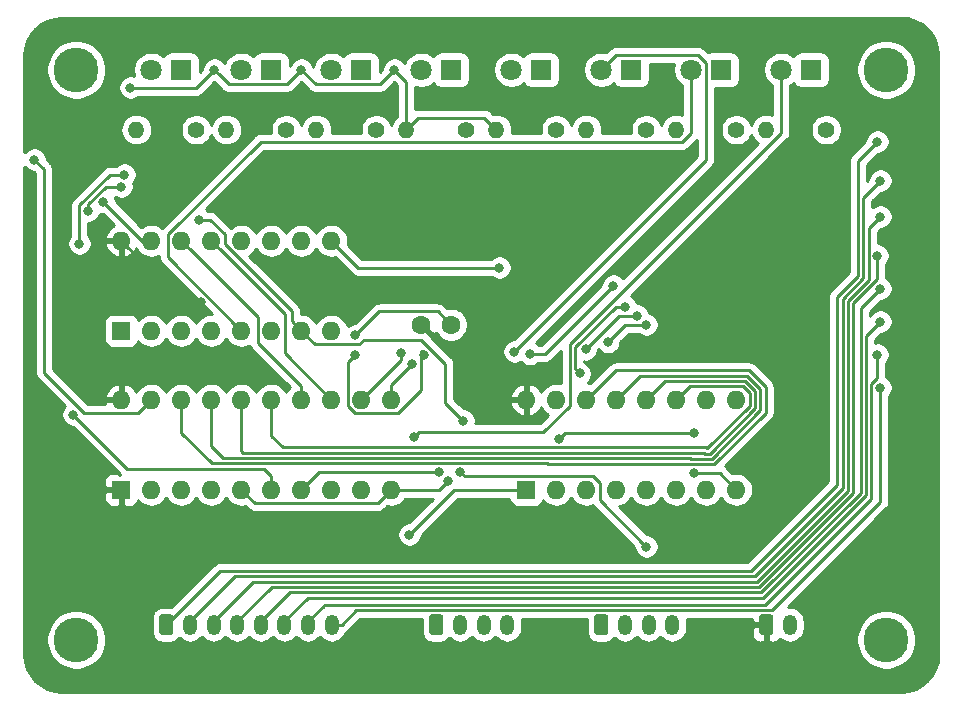
<source format=gbr>
G04 #@! TF.GenerationSoftware,KiCad,Pcbnew,(5.1.2-1)-1*
G04 #@! TF.CreationDate,2019-08-26T08:12:18+10:00*
G04 #@! TF.ProjectId,instruction-register,696e7374-7275-4637-9469-6f6e2d726567,rev?*
G04 #@! TF.SameCoordinates,Original*
G04 #@! TF.FileFunction,Copper,L2,Bot*
G04 #@! TF.FilePolarity,Positive*
%FSLAX46Y46*%
G04 Gerber Fmt 4.6, Leading zero omitted, Abs format (unit mm)*
G04 Created by KiCad (PCBNEW (5.1.2-1)-1) date 2019-08-26 08:12:18*
%MOMM*%
%LPD*%
G04 APERTURE LIST*
%ADD10C,3.790000*%
%ADD11C,1.600000*%
%ADD12R,1.800000X1.800000*%
%ADD13C,1.800000*%
%ADD14C,0.100000*%
%ADD15C,1.200000*%
%ADD16O,1.200000X1.750000*%
%ADD17C,1.400000*%
%ADD18O,1.400000X1.400000*%
%ADD19R,1.600000X1.600000*%
%ADD20O,1.600000X1.600000*%
%ADD21C,0.800000*%
%ADD22C,0.250000*%
%ADD23C,0.254000*%
G04 APERTURE END LIST*
D10*
X20320000Y-52070000D03*
X88900000Y-52070000D03*
X88900000Y-100330000D03*
X20320000Y-100330000D03*
D11*
X49530000Y-73660000D03*
X52030000Y-73660000D03*
D12*
X29210000Y-52070000D03*
D13*
X26670000Y-52070000D03*
X34290000Y-52070000D03*
D12*
X36830000Y-52070000D03*
X44450000Y-52070000D03*
D13*
X41910000Y-52070000D03*
X49530000Y-52070000D03*
D12*
X52070000Y-52070000D03*
X59690000Y-52070000D03*
D13*
X57150000Y-52070000D03*
X64770000Y-52070000D03*
D12*
X67310000Y-52070000D03*
X74930000Y-52070000D03*
D13*
X72390000Y-52070000D03*
X80010000Y-52070000D03*
D12*
X82550000Y-52070000D03*
D14*
G36*
X28314505Y-98186204D02*
G01*
X28338773Y-98189804D01*
X28362572Y-98195765D01*
X28385671Y-98204030D01*
X28407850Y-98214520D01*
X28428893Y-98227132D01*
X28448599Y-98241747D01*
X28466777Y-98258223D01*
X28483253Y-98276401D01*
X28497868Y-98296107D01*
X28510480Y-98317150D01*
X28520970Y-98339329D01*
X28529235Y-98362428D01*
X28535196Y-98386227D01*
X28538796Y-98410495D01*
X28540000Y-98434999D01*
X28540000Y-99685001D01*
X28538796Y-99709505D01*
X28535196Y-99733773D01*
X28529235Y-99757572D01*
X28520970Y-99780671D01*
X28510480Y-99802850D01*
X28497868Y-99823893D01*
X28483253Y-99843599D01*
X28466777Y-99861777D01*
X28448599Y-99878253D01*
X28428893Y-99892868D01*
X28407850Y-99905480D01*
X28385671Y-99915970D01*
X28362572Y-99924235D01*
X28338773Y-99930196D01*
X28314505Y-99933796D01*
X28290001Y-99935000D01*
X27589999Y-99935000D01*
X27565495Y-99933796D01*
X27541227Y-99930196D01*
X27517428Y-99924235D01*
X27494329Y-99915970D01*
X27472150Y-99905480D01*
X27451107Y-99892868D01*
X27431401Y-99878253D01*
X27413223Y-99861777D01*
X27396747Y-99843599D01*
X27382132Y-99823893D01*
X27369520Y-99802850D01*
X27359030Y-99780671D01*
X27350765Y-99757572D01*
X27344804Y-99733773D01*
X27341204Y-99709505D01*
X27340000Y-99685001D01*
X27340000Y-98434999D01*
X27341204Y-98410495D01*
X27344804Y-98386227D01*
X27350765Y-98362428D01*
X27359030Y-98339329D01*
X27369520Y-98317150D01*
X27382132Y-98296107D01*
X27396747Y-98276401D01*
X27413223Y-98258223D01*
X27431401Y-98241747D01*
X27451107Y-98227132D01*
X27472150Y-98214520D01*
X27494329Y-98204030D01*
X27517428Y-98195765D01*
X27541227Y-98189804D01*
X27565495Y-98186204D01*
X27589999Y-98185000D01*
X28290001Y-98185000D01*
X28314505Y-98186204D01*
X28314505Y-98186204D01*
G37*
D15*
X27940000Y-99060000D03*
D16*
X29940000Y-99060000D03*
X31940000Y-99060000D03*
X33940000Y-99060000D03*
X35940000Y-99060000D03*
X37940000Y-99060000D03*
X39940000Y-99060000D03*
X41940000Y-99060000D03*
D14*
G36*
X51174505Y-98186204D02*
G01*
X51198773Y-98189804D01*
X51222572Y-98195765D01*
X51245671Y-98204030D01*
X51267850Y-98214520D01*
X51288893Y-98227132D01*
X51308599Y-98241747D01*
X51326777Y-98258223D01*
X51343253Y-98276401D01*
X51357868Y-98296107D01*
X51370480Y-98317150D01*
X51380970Y-98339329D01*
X51389235Y-98362428D01*
X51395196Y-98386227D01*
X51398796Y-98410495D01*
X51400000Y-98434999D01*
X51400000Y-99685001D01*
X51398796Y-99709505D01*
X51395196Y-99733773D01*
X51389235Y-99757572D01*
X51380970Y-99780671D01*
X51370480Y-99802850D01*
X51357868Y-99823893D01*
X51343253Y-99843599D01*
X51326777Y-99861777D01*
X51308599Y-99878253D01*
X51288893Y-99892868D01*
X51267850Y-99905480D01*
X51245671Y-99915970D01*
X51222572Y-99924235D01*
X51198773Y-99930196D01*
X51174505Y-99933796D01*
X51150001Y-99935000D01*
X50449999Y-99935000D01*
X50425495Y-99933796D01*
X50401227Y-99930196D01*
X50377428Y-99924235D01*
X50354329Y-99915970D01*
X50332150Y-99905480D01*
X50311107Y-99892868D01*
X50291401Y-99878253D01*
X50273223Y-99861777D01*
X50256747Y-99843599D01*
X50242132Y-99823893D01*
X50229520Y-99802850D01*
X50219030Y-99780671D01*
X50210765Y-99757572D01*
X50204804Y-99733773D01*
X50201204Y-99709505D01*
X50200000Y-99685001D01*
X50200000Y-98434999D01*
X50201204Y-98410495D01*
X50204804Y-98386227D01*
X50210765Y-98362428D01*
X50219030Y-98339329D01*
X50229520Y-98317150D01*
X50242132Y-98296107D01*
X50256747Y-98276401D01*
X50273223Y-98258223D01*
X50291401Y-98241747D01*
X50311107Y-98227132D01*
X50332150Y-98214520D01*
X50354329Y-98204030D01*
X50377428Y-98195765D01*
X50401227Y-98189804D01*
X50425495Y-98186204D01*
X50449999Y-98185000D01*
X51150001Y-98185000D01*
X51174505Y-98186204D01*
X51174505Y-98186204D01*
G37*
D15*
X50800000Y-99060000D03*
D16*
X52800000Y-99060000D03*
X54800000Y-99060000D03*
X56800000Y-99060000D03*
X70770000Y-99060000D03*
X68770000Y-99060000D03*
X66770000Y-99060000D03*
D14*
G36*
X65144505Y-98186204D02*
G01*
X65168773Y-98189804D01*
X65192572Y-98195765D01*
X65215671Y-98204030D01*
X65237850Y-98214520D01*
X65258893Y-98227132D01*
X65278599Y-98241747D01*
X65296777Y-98258223D01*
X65313253Y-98276401D01*
X65327868Y-98296107D01*
X65340480Y-98317150D01*
X65350970Y-98339329D01*
X65359235Y-98362428D01*
X65365196Y-98386227D01*
X65368796Y-98410495D01*
X65370000Y-98434999D01*
X65370000Y-99685001D01*
X65368796Y-99709505D01*
X65365196Y-99733773D01*
X65359235Y-99757572D01*
X65350970Y-99780671D01*
X65340480Y-99802850D01*
X65327868Y-99823893D01*
X65313253Y-99843599D01*
X65296777Y-99861777D01*
X65278599Y-99878253D01*
X65258893Y-99892868D01*
X65237850Y-99905480D01*
X65215671Y-99915970D01*
X65192572Y-99924235D01*
X65168773Y-99930196D01*
X65144505Y-99933796D01*
X65120001Y-99935000D01*
X64419999Y-99935000D01*
X64395495Y-99933796D01*
X64371227Y-99930196D01*
X64347428Y-99924235D01*
X64324329Y-99915970D01*
X64302150Y-99905480D01*
X64281107Y-99892868D01*
X64261401Y-99878253D01*
X64243223Y-99861777D01*
X64226747Y-99843599D01*
X64212132Y-99823893D01*
X64199520Y-99802850D01*
X64189030Y-99780671D01*
X64180765Y-99757572D01*
X64174804Y-99733773D01*
X64171204Y-99709505D01*
X64170000Y-99685001D01*
X64170000Y-98434999D01*
X64171204Y-98410495D01*
X64174804Y-98386227D01*
X64180765Y-98362428D01*
X64189030Y-98339329D01*
X64199520Y-98317150D01*
X64212132Y-98296107D01*
X64226747Y-98276401D01*
X64243223Y-98258223D01*
X64261401Y-98241747D01*
X64281107Y-98227132D01*
X64302150Y-98214520D01*
X64324329Y-98204030D01*
X64347428Y-98195765D01*
X64371227Y-98189804D01*
X64395495Y-98186204D01*
X64419999Y-98185000D01*
X65120001Y-98185000D01*
X65144505Y-98186204D01*
X65144505Y-98186204D01*
G37*
D15*
X64770000Y-99060000D03*
D14*
G36*
X79114505Y-98186204D02*
G01*
X79138773Y-98189804D01*
X79162572Y-98195765D01*
X79185671Y-98204030D01*
X79207850Y-98214520D01*
X79228893Y-98227132D01*
X79248599Y-98241747D01*
X79266777Y-98258223D01*
X79283253Y-98276401D01*
X79297868Y-98296107D01*
X79310480Y-98317150D01*
X79320970Y-98339329D01*
X79329235Y-98362428D01*
X79335196Y-98386227D01*
X79338796Y-98410495D01*
X79340000Y-98434999D01*
X79340000Y-99685001D01*
X79338796Y-99709505D01*
X79335196Y-99733773D01*
X79329235Y-99757572D01*
X79320970Y-99780671D01*
X79310480Y-99802850D01*
X79297868Y-99823893D01*
X79283253Y-99843599D01*
X79266777Y-99861777D01*
X79248599Y-99878253D01*
X79228893Y-99892868D01*
X79207850Y-99905480D01*
X79185671Y-99915970D01*
X79162572Y-99924235D01*
X79138773Y-99930196D01*
X79114505Y-99933796D01*
X79090001Y-99935000D01*
X78389999Y-99935000D01*
X78365495Y-99933796D01*
X78341227Y-99930196D01*
X78317428Y-99924235D01*
X78294329Y-99915970D01*
X78272150Y-99905480D01*
X78251107Y-99892868D01*
X78231401Y-99878253D01*
X78213223Y-99861777D01*
X78196747Y-99843599D01*
X78182132Y-99823893D01*
X78169520Y-99802850D01*
X78159030Y-99780671D01*
X78150765Y-99757572D01*
X78144804Y-99733773D01*
X78141204Y-99709505D01*
X78140000Y-99685001D01*
X78140000Y-98434999D01*
X78141204Y-98410495D01*
X78144804Y-98386227D01*
X78150765Y-98362428D01*
X78159030Y-98339329D01*
X78169520Y-98317150D01*
X78182132Y-98296107D01*
X78196747Y-98276401D01*
X78213223Y-98258223D01*
X78231401Y-98241747D01*
X78251107Y-98227132D01*
X78272150Y-98214520D01*
X78294329Y-98204030D01*
X78317428Y-98195765D01*
X78341227Y-98189804D01*
X78365495Y-98186204D01*
X78389999Y-98185000D01*
X79090001Y-98185000D01*
X79114505Y-98186204D01*
X79114505Y-98186204D01*
G37*
D15*
X78740000Y-99060000D03*
D16*
X80740000Y-99060000D03*
D17*
X30480000Y-57150000D03*
D18*
X25400000Y-57150000D03*
X33020000Y-57150000D03*
D17*
X38100000Y-57150000D03*
X45720000Y-57150000D03*
D18*
X40640000Y-57150000D03*
X48260000Y-57150000D03*
D17*
X53340000Y-57150000D03*
X60960000Y-57150000D03*
D18*
X55880000Y-57150000D03*
X63500000Y-57150000D03*
D17*
X68580000Y-57150000D03*
X76200000Y-57150000D03*
D18*
X71120000Y-57150000D03*
X78740000Y-57150000D03*
D17*
X83820000Y-57150000D03*
D19*
X24130000Y-87630000D03*
D20*
X46990000Y-80010000D03*
X26670000Y-87630000D03*
X44450000Y-80010000D03*
X29210000Y-87630000D03*
X41910000Y-80010000D03*
X31750000Y-87630000D03*
X39370000Y-80010000D03*
X34290000Y-87630000D03*
X36830000Y-80010000D03*
X36830000Y-87630000D03*
X34290000Y-80010000D03*
X39370000Y-87630000D03*
X31750000Y-80010000D03*
X41910000Y-87630000D03*
X29210000Y-80010000D03*
X44450000Y-87630000D03*
X26670000Y-80010000D03*
X46990000Y-87630000D03*
X24130000Y-80010000D03*
D19*
X58420000Y-87630000D03*
D20*
X76200000Y-80010000D03*
X60960000Y-87630000D03*
X73660000Y-80010000D03*
X63500000Y-87630000D03*
X71120000Y-80010000D03*
X66040000Y-87630000D03*
X68580000Y-80010000D03*
X68580000Y-87630000D03*
X66040000Y-80010000D03*
X71120000Y-87630000D03*
X63500000Y-80010000D03*
X73660000Y-87630000D03*
X60960000Y-80010000D03*
X76200000Y-87630000D03*
X58420000Y-80010000D03*
X24130000Y-66548000D03*
X41910000Y-74168000D03*
X26670000Y-66548000D03*
X39370000Y-74168000D03*
X29210000Y-66548000D03*
X36830000Y-74168000D03*
X31750000Y-66548000D03*
X34290000Y-74168000D03*
X34290000Y-66548000D03*
X31750000Y-74168000D03*
X36830000Y-66548000D03*
X29210000Y-74168000D03*
X39370000Y-66548000D03*
X26670000Y-74168000D03*
X41910000Y-66548000D03*
D19*
X24130000Y-74168000D03*
D21*
X30856347Y-71759653D03*
X43434000Y-70612000D03*
X49403000Y-71501000D03*
X39370000Y-52070000D03*
X47244000Y-52070000D03*
X32004000Y-52070000D03*
X24892000Y-53594000D03*
X48514000Y-91440000D03*
X72644000Y-86207017D03*
X72644000Y-82804000D03*
X43942000Y-74568001D03*
X43942000Y-76200000D03*
X51816000Y-86868000D03*
X49779347Y-76204653D03*
X61214000Y-83312000D03*
X58744501Y-76129499D03*
X65786000Y-70358000D03*
X62935501Y-77780499D03*
X66806653Y-72131347D03*
X63443501Y-75748499D03*
X67818000Y-72898000D03*
X65348501Y-75113499D03*
X68580000Y-73660000D03*
X88138000Y-58166000D03*
X88392000Y-61468000D03*
X88392000Y-64516000D03*
X88138000Y-67818000D03*
X88392000Y-70612000D03*
X88392000Y-73406000D03*
X47834000Y-76018001D03*
X88138000Y-76200000D03*
X48768000Y-76962000D03*
X88392000Y-78994000D03*
X56134000Y-68834000D03*
X24384000Y-60960000D03*
X20574000Y-66802000D03*
X68580000Y-92456000D03*
X52832000Y-86126990D03*
X53086000Y-81788000D03*
X30734000Y-64770000D03*
X24130000Y-61976000D03*
X21336000Y-64008000D03*
X22606000Y-63246000D03*
X16764000Y-59690000D03*
X20066000Y-81280000D03*
X51054000Y-86126990D03*
X57404000Y-75946000D03*
X48895000Y-83185000D03*
D22*
X29341653Y-71759653D02*
X30856347Y-71759653D01*
X24130000Y-66548000D02*
X29341653Y-71759653D01*
X43434000Y-70612000D02*
X48514000Y-70612000D01*
X48514000Y-70612000D02*
X49403000Y-71501000D01*
X45864999Y-88755001D02*
X46190001Y-88429999D01*
X46190001Y-88429999D02*
X46990000Y-87630000D01*
X35415001Y-88755001D02*
X45864999Y-88755001D01*
X34290000Y-87630000D02*
X35415001Y-88755001D01*
X52324000Y-87630000D02*
X48514000Y-91440000D01*
X58420000Y-87630000D02*
X52324000Y-87630000D01*
X74777017Y-86207017D02*
X72644000Y-86207017D01*
X76200000Y-87630000D02*
X74777017Y-86207017D01*
X45975002Y-72534999D02*
X43942000Y-74568001D01*
X50904999Y-72534999D02*
X45975002Y-72534999D01*
X52030000Y-73660000D02*
X50904999Y-72534999D01*
X51054000Y-87630000D02*
X51816000Y-86868000D01*
X46990000Y-87630000D02*
X51054000Y-87630000D01*
X43542001Y-76599999D02*
X43942000Y-76200000D01*
X43324999Y-76817001D02*
X43542001Y-76599999D01*
X43909999Y-81135001D02*
X43324999Y-80550001D01*
X43324999Y-80550001D02*
X43324999Y-76817001D01*
X49493001Y-79172001D02*
X47530001Y-81135001D01*
X47530001Y-81135001D02*
X43909999Y-81135001D01*
X49493001Y-75918307D02*
X49493001Y-79172001D01*
X49779347Y-76204653D02*
X49493001Y-75918307D01*
X30480000Y-53594000D02*
X24892000Y-53594000D01*
X32004000Y-52070000D02*
X30480000Y-53594000D01*
X32403999Y-52469999D02*
X32004000Y-52070000D01*
X33229001Y-53295001D02*
X32403999Y-52469999D01*
X38144999Y-53295001D02*
X33229001Y-53295001D01*
X39370000Y-52070000D02*
X38144999Y-53295001D01*
X46844001Y-52469999D02*
X47244000Y-52070000D01*
X46018999Y-53295001D02*
X46844001Y-52469999D01*
X40595001Y-53295001D02*
X46018999Y-53295001D01*
X39370000Y-52070000D02*
X40595001Y-53295001D01*
X48959999Y-56450001D02*
X48260000Y-57150000D01*
X49285001Y-56124999D02*
X48959999Y-56450001D01*
X54854999Y-56124999D02*
X49285001Y-56124999D01*
X55880000Y-57150000D02*
X54854999Y-56124999D01*
X48260000Y-53086000D02*
X47244000Y-52070000D01*
X48260000Y-57150000D02*
X48260000Y-53086000D01*
X61722000Y-82804000D02*
X72644000Y-82804000D01*
X61214000Y-83312000D02*
X61722000Y-82804000D01*
X60014501Y-76129499D02*
X65786000Y-70358000D01*
X58744501Y-76129499D02*
X60014501Y-76129499D01*
X62535502Y-75583496D02*
X65987651Y-72131347D01*
X65987651Y-72131347D02*
X66806653Y-72131347D01*
X62535502Y-77380500D02*
X62535502Y-75583496D01*
X62935501Y-77780499D02*
X62535502Y-77380500D01*
X63443501Y-75748499D02*
X66294000Y-72898000D01*
X66294000Y-72898000D02*
X67818000Y-72898000D01*
X65348501Y-75113499D02*
X66802000Y-73660000D01*
X66802000Y-73660000D02*
X68580000Y-73660000D01*
X29210000Y-80010000D02*
X29210000Y-82804000D01*
X31807990Y-85401990D02*
X60140010Y-85401990D01*
X29210000Y-82804000D02*
X31807990Y-85401990D01*
X64299999Y-79210001D02*
X63500000Y-80010000D01*
X65975031Y-77534969D02*
X64299999Y-79210001D01*
X77299201Y-77534969D02*
X65975031Y-77534969D01*
X78675028Y-78910796D02*
X77299201Y-77534969D01*
X78675029Y-81109199D02*
X78675028Y-78910796D01*
X74302215Y-85482017D02*
X78675029Y-81109199D01*
X60220037Y-85482017D02*
X74302215Y-85482017D01*
X60140010Y-85401990D02*
X60220037Y-85482017D01*
X86512980Y-59791020D02*
X86512979Y-62710611D01*
X88138000Y-58166000D02*
X86512980Y-59791020D01*
X86512979Y-69508789D02*
X84743540Y-71278228D01*
X86512979Y-62710611D02*
X86512979Y-69508789D01*
X84743540Y-71278228D02*
X84743540Y-87214460D01*
X28610710Y-98389290D02*
X27940000Y-99060000D01*
X32476050Y-94523950D02*
X28610710Y-98389290D01*
X77434050Y-94523950D02*
X32476050Y-94523950D01*
X84743540Y-87214460D02*
X77434050Y-94523950D01*
X66839999Y-79210001D02*
X66040000Y-80010000D01*
X77112801Y-77984979D02*
X68065021Y-77984979D01*
X78225019Y-79097197D02*
X77112801Y-77984979D01*
X74115814Y-85032008D02*
X78225020Y-80922800D01*
X78225020Y-80922800D02*
X78225019Y-79097197D01*
X72366640Y-85032008D02*
X74115814Y-85032008D01*
X72286612Y-84951980D02*
X72366640Y-85032008D01*
X32766000Y-84951980D02*
X72286612Y-84951980D01*
X31750000Y-83935980D02*
X32766000Y-84951980D01*
X68065021Y-77984979D02*
X66839999Y-79210001D01*
X31750000Y-80010000D02*
X31750000Y-83935980D01*
X86962989Y-62897011D02*
X86962989Y-69695189D01*
X86962989Y-69695189D02*
X85193550Y-71464628D01*
X88392000Y-61468000D02*
X86962989Y-62897011D01*
X85193550Y-71464628D02*
X85193550Y-87520810D01*
X29940000Y-98785000D02*
X29940000Y-99060000D01*
X33751040Y-94973960D02*
X29940000Y-98785000D01*
X77740400Y-94973960D02*
X33751040Y-94973960D01*
X85193550Y-87520810D02*
X77740400Y-94973960D01*
X70155011Y-78434989D02*
X69379999Y-79210001D01*
X77775010Y-79283598D02*
X76926401Y-78434989D01*
X77775011Y-80736401D02*
X77775010Y-79283598D01*
X76926401Y-78434989D02*
X70155011Y-78434989D01*
X73556611Y-84581999D02*
X73929413Y-84581999D01*
X73476582Y-84501970D02*
X73556611Y-84581999D01*
X69379999Y-79210001D02*
X68580000Y-80010000D01*
X73929413Y-84581999D02*
X77775011Y-80736401D01*
X34290000Y-80010000D02*
X34290000Y-84328000D01*
X34463970Y-84501970D02*
X73476582Y-84501970D01*
X34290000Y-84328000D02*
X34463970Y-84501970D01*
X87412999Y-69881589D02*
X85643560Y-71651028D01*
X87412999Y-65495001D02*
X87412999Y-69881589D01*
X88392000Y-64516000D02*
X87412999Y-65495001D01*
X85643560Y-71651028D02*
X85643560Y-87707210D01*
X31940000Y-98785000D02*
X31940000Y-99060000D01*
X77926800Y-95423970D02*
X35301030Y-95423970D01*
X35301030Y-95423970D02*
X31940000Y-98785000D01*
X85643560Y-87707210D02*
X77926800Y-95423970D01*
X72245001Y-78884999D02*
X71919999Y-79210001D01*
X76740001Y-78884999D02*
X72245001Y-78884999D01*
X77325001Y-80550001D02*
X77325001Y-79469999D01*
X37823960Y-84051960D02*
X73662982Y-84051960D01*
X73743012Y-84131990D02*
X77325001Y-80550001D01*
X73662982Y-84051960D02*
X73743012Y-84131990D01*
X36830000Y-83058000D02*
X37823960Y-84051960D01*
X71919999Y-79210001D02*
X71120000Y-80010000D01*
X77325001Y-79469999D02*
X76740001Y-78884999D01*
X36830000Y-80010000D02*
X36830000Y-83058000D01*
X33940000Y-98785000D02*
X33940000Y-99060000D01*
X36851020Y-95873980D02*
X33940000Y-98785000D01*
X88138000Y-69792998D02*
X86093570Y-71837428D01*
X86093570Y-87893610D02*
X78113200Y-95873980D01*
X86093570Y-71837428D02*
X86093570Y-87893610D01*
X78113200Y-95873980D02*
X36851020Y-95873980D01*
X88138000Y-67818000D02*
X88138000Y-69792998D01*
X35704999Y-73042999D02*
X30009999Y-67347999D01*
X35704999Y-75213629D02*
X35704999Y-73042999D01*
X39370000Y-78878630D02*
X35704999Y-75213629D01*
X30009999Y-67347999D02*
X29210000Y-66548000D01*
X39370000Y-80010000D02*
X39370000Y-78878630D01*
X86729980Y-72274020D02*
X86729980Y-87893610D01*
X88392000Y-70612000D02*
X86729980Y-72274020D01*
X35940000Y-98785000D02*
X35940000Y-99060000D01*
X38401010Y-96323990D02*
X35940000Y-98785000D01*
X78299600Y-96323990D02*
X38401010Y-96323990D01*
X86729980Y-87893610D02*
X78299600Y-96323990D01*
X32549999Y-67347999D02*
X31750000Y-66548000D01*
X37955001Y-72753001D02*
X32549999Y-67347999D01*
X37955001Y-76055001D02*
X37955001Y-72753001D01*
X41910000Y-80010000D02*
X37955001Y-76055001D01*
X87179990Y-74618010D02*
X87179990Y-88080010D01*
X88392000Y-73406000D02*
X87179990Y-74618010D01*
X87179990Y-88080010D02*
X78486000Y-96774000D01*
X39951000Y-96774000D02*
X37940000Y-98785000D01*
X37940000Y-98785000D02*
X37940000Y-99060000D01*
X78486000Y-96774000D02*
X39951000Y-96774000D01*
X47834000Y-76626000D02*
X47834000Y-76018001D01*
X44450000Y-80010000D02*
X47834000Y-76626000D01*
X39940000Y-98785000D02*
X39940000Y-99060000D01*
X41274020Y-97450980D02*
X39940000Y-98785000D01*
X41274020Y-97409980D02*
X41274020Y-97450980D01*
X88138000Y-78174998D02*
X87630000Y-78682998D01*
X78612020Y-97409980D02*
X41274020Y-97409980D01*
X87630000Y-88392000D02*
X78612020Y-97409980D01*
X87630000Y-78682998D02*
X87630000Y-88392000D01*
X88138000Y-76200000D02*
X88138000Y-78174998D01*
X46990000Y-78740000D02*
X48768000Y-76962000D01*
X46990000Y-80010000D02*
X46990000Y-78740000D01*
X88392000Y-78994000D02*
X88392000Y-88646000D01*
X42790000Y-99060000D02*
X41940000Y-99060000D01*
X43990010Y-97859990D02*
X42790000Y-99060000D01*
X79178010Y-97859990D02*
X43990010Y-97859990D01*
X88392000Y-88646000D02*
X79178010Y-97859990D01*
X44196000Y-68834000D02*
X41910000Y-66548000D01*
X56134000Y-68834000D02*
X44196000Y-68834000D01*
X20574000Y-63568588D02*
X20574000Y-66802000D01*
X23182588Y-60960000D02*
X20574000Y-63568588D01*
X24384000Y-60960000D02*
X23182588Y-60960000D01*
X64625001Y-88501001D02*
X68580000Y-92456000D01*
X39370000Y-74168000D02*
X40495001Y-75293001D01*
X64040001Y-86504999D02*
X64625001Y-87089999D01*
X62959999Y-86504999D02*
X64040001Y-86504999D01*
X64625001Y-87089999D02*
X64625001Y-88501001D01*
X53210009Y-86504999D02*
X52832000Y-86126990D01*
X62959999Y-86504999D02*
X53210009Y-86504999D01*
X53086000Y-81788000D02*
X51562000Y-80264000D01*
X51562000Y-80264000D02*
X51562000Y-76962000D01*
X44653003Y-74930000D02*
X44290002Y-75293001D01*
X44290002Y-75293001D02*
X40495001Y-75293001D01*
X49530000Y-74930000D02*
X44653003Y-74930000D01*
X51562000Y-76962000D02*
X49530000Y-74930000D01*
X32875001Y-66007999D02*
X31637002Y-64770000D01*
X31637002Y-64770000D02*
X30734000Y-64770000D01*
X32875001Y-66798003D02*
X32875001Y-66007999D01*
X39370000Y-74168000D02*
X38570001Y-73368001D01*
X38570001Y-73368001D02*
X38570001Y-72493003D01*
X38570001Y-72493003D02*
X32875001Y-66798003D01*
X22802998Y-61976000D02*
X21336000Y-63442998D01*
X21336000Y-63442998D02*
X21336000Y-64008000D01*
X24130000Y-61976000D02*
X22802998Y-61976000D01*
X25908000Y-66548000D02*
X26670000Y-66548000D01*
X22606000Y-63246000D02*
X25908000Y-66548000D01*
X20994003Y-81135001D02*
X17583002Y-77724000D01*
X25544999Y-81135001D02*
X20994003Y-81135001D01*
X26670000Y-80010000D02*
X25544999Y-81135001D01*
X17583002Y-60509002D02*
X16764000Y-59690000D01*
X17583002Y-77724000D02*
X17583002Y-60509002D01*
X36830000Y-86498630D02*
X36183370Y-85852000D01*
X36830000Y-87630000D02*
X36830000Y-86498630D01*
X24638000Y-85852000D02*
X20066000Y-81280000D01*
X36183370Y-85852000D02*
X24638000Y-85852000D01*
X41748008Y-86126990D02*
X51054000Y-86126990D01*
X40873010Y-86126990D02*
X41748008Y-86126990D01*
X39370000Y-87630000D02*
X40873010Y-86126990D01*
X65669999Y-51170001D02*
X64770000Y-52070000D01*
X72978001Y-50844999D02*
X65995001Y-50844999D01*
X65995001Y-50844999D02*
X65669999Y-51170001D01*
X73615001Y-51481999D02*
X72978001Y-50844999D01*
X73615001Y-59734999D02*
X73615001Y-51481999D01*
X57404000Y-75946000D02*
X73615001Y-59734999D01*
X72390000Y-53342792D02*
X72390000Y-52070000D01*
X72390000Y-57397002D02*
X72390000Y-53342792D01*
X71612001Y-58175001D02*
X72390000Y-57397002D01*
X35917997Y-58175001D02*
X71612001Y-58175001D01*
X28084999Y-66007999D02*
X35917997Y-58175001D01*
X28084999Y-67962999D02*
X28084999Y-66007999D01*
X34290000Y-74168000D02*
X28084999Y-67962999D01*
X80010000Y-57397002D02*
X80010000Y-53342792D01*
X80010000Y-53342792D02*
X80010000Y-52070000D01*
X62085001Y-75322001D02*
X80010000Y-57397002D01*
X62085001Y-80550001D02*
X62085001Y-75322001D01*
X59850001Y-82785001D02*
X62085001Y-80550001D01*
X49294999Y-82785001D02*
X59850001Y-82785001D01*
X48895000Y-83185000D02*
X49294999Y-82785001D01*
D23*
G36*
X90776344Y-47737738D02*
G01*
X91359595Y-47913832D01*
X91897529Y-48199856D01*
X92369667Y-48584922D01*
X92758019Y-49054359D01*
X93047794Y-49590286D01*
X93227955Y-50172291D01*
X93295000Y-50810189D01*
X93295001Y-101566485D01*
X93232262Y-102206343D01*
X93056168Y-102789595D01*
X92770143Y-103327531D01*
X92385078Y-103799667D01*
X91915641Y-104188019D01*
X91379714Y-104477794D01*
X90797705Y-104657956D01*
X90159811Y-104725000D01*
X19083505Y-104725000D01*
X18443657Y-104662262D01*
X17860405Y-104486168D01*
X17322469Y-104200143D01*
X16850333Y-103815078D01*
X16461981Y-103345641D01*
X16172206Y-102809714D01*
X15992044Y-102227705D01*
X15925000Y-101589811D01*
X15925000Y-100080817D01*
X17790000Y-100080817D01*
X17790000Y-100579183D01*
X17887226Y-101067974D01*
X18077943Y-101528405D01*
X18354820Y-101942781D01*
X18707219Y-102295180D01*
X19121595Y-102572057D01*
X19582026Y-102762774D01*
X20070817Y-102860000D01*
X20569183Y-102860000D01*
X21057974Y-102762774D01*
X21518405Y-102572057D01*
X21932781Y-102295180D01*
X22285180Y-101942781D01*
X22562057Y-101528405D01*
X22752774Y-101067974D01*
X22850000Y-100579183D01*
X22850000Y-100080817D01*
X22752774Y-99592026D01*
X22562057Y-99131595D01*
X22285180Y-98717219D01*
X22002960Y-98434999D01*
X26701928Y-98434999D01*
X26701928Y-99685001D01*
X26718992Y-99858255D01*
X26769528Y-100024851D01*
X26851595Y-100178387D01*
X26962038Y-100312962D01*
X27096613Y-100423405D01*
X27250149Y-100505472D01*
X27416745Y-100556008D01*
X27589999Y-100573072D01*
X28290001Y-100573072D01*
X28463255Y-100556008D01*
X28629851Y-100505472D01*
X28783387Y-100423405D01*
X28917962Y-100312962D01*
X29028405Y-100178387D01*
X29030810Y-100173888D01*
X29062499Y-100212502D01*
X29250552Y-100366833D01*
X29465100Y-100481511D01*
X29697899Y-100552130D01*
X29940000Y-100575975D01*
X30182102Y-100552130D01*
X30414901Y-100481511D01*
X30629449Y-100366833D01*
X30817502Y-100212502D01*
X30940001Y-100063237D01*
X31062499Y-100212502D01*
X31250552Y-100366833D01*
X31465100Y-100481511D01*
X31697899Y-100552130D01*
X31940000Y-100575975D01*
X32182102Y-100552130D01*
X32414901Y-100481511D01*
X32629449Y-100366833D01*
X32817502Y-100212502D01*
X32940001Y-100063237D01*
X33062499Y-100212502D01*
X33250552Y-100366833D01*
X33465100Y-100481511D01*
X33697899Y-100552130D01*
X33940000Y-100575975D01*
X34182102Y-100552130D01*
X34414901Y-100481511D01*
X34629449Y-100366833D01*
X34817502Y-100212502D01*
X34940001Y-100063237D01*
X35062499Y-100212502D01*
X35250552Y-100366833D01*
X35465100Y-100481511D01*
X35697899Y-100552130D01*
X35940000Y-100575975D01*
X36182102Y-100552130D01*
X36414901Y-100481511D01*
X36629449Y-100366833D01*
X36817502Y-100212502D01*
X36940001Y-100063237D01*
X37062499Y-100212502D01*
X37250552Y-100366833D01*
X37465100Y-100481511D01*
X37697899Y-100552130D01*
X37940000Y-100575975D01*
X38182102Y-100552130D01*
X38414901Y-100481511D01*
X38629449Y-100366833D01*
X38817502Y-100212502D01*
X38940001Y-100063237D01*
X39062499Y-100212502D01*
X39250552Y-100366833D01*
X39465100Y-100481511D01*
X39697899Y-100552130D01*
X39940000Y-100575975D01*
X40182102Y-100552130D01*
X40414901Y-100481511D01*
X40629449Y-100366833D01*
X40817502Y-100212502D01*
X40940001Y-100063237D01*
X41062499Y-100212502D01*
X41250552Y-100366833D01*
X41465100Y-100481511D01*
X41697899Y-100552130D01*
X41940000Y-100575975D01*
X42182102Y-100552130D01*
X42414901Y-100481511D01*
X42629449Y-100366833D01*
X42817502Y-100212502D01*
X42971833Y-100024449D01*
X43086511Y-99809900D01*
X43103395Y-99754242D01*
X43214276Y-99694974D01*
X43330001Y-99600001D01*
X43353803Y-99570998D01*
X44304813Y-98619990D01*
X49561928Y-98619990D01*
X49561928Y-99685001D01*
X49578992Y-99858255D01*
X49629528Y-100024851D01*
X49711595Y-100178387D01*
X49822038Y-100312962D01*
X49956613Y-100423405D01*
X50110149Y-100505472D01*
X50276745Y-100556008D01*
X50449999Y-100573072D01*
X51150001Y-100573072D01*
X51323255Y-100556008D01*
X51489851Y-100505472D01*
X51643387Y-100423405D01*
X51777962Y-100312962D01*
X51888405Y-100178387D01*
X51890810Y-100173888D01*
X51922499Y-100212502D01*
X52110552Y-100366833D01*
X52325100Y-100481511D01*
X52557899Y-100552130D01*
X52800000Y-100575975D01*
X53042102Y-100552130D01*
X53274901Y-100481511D01*
X53489449Y-100366833D01*
X53677502Y-100212502D01*
X53800001Y-100063237D01*
X53922499Y-100212502D01*
X54110552Y-100366833D01*
X54325100Y-100481511D01*
X54557899Y-100552130D01*
X54800000Y-100575975D01*
X55042102Y-100552130D01*
X55274901Y-100481511D01*
X55489449Y-100366833D01*
X55677502Y-100212502D01*
X55800001Y-100063237D01*
X55922499Y-100212502D01*
X56110552Y-100366833D01*
X56325100Y-100481511D01*
X56557899Y-100552130D01*
X56800000Y-100575975D01*
X57042102Y-100552130D01*
X57274901Y-100481511D01*
X57489449Y-100366833D01*
X57677502Y-100212502D01*
X57831833Y-100024449D01*
X57946511Y-99809900D01*
X58017130Y-99577101D01*
X58035000Y-99395664D01*
X58035000Y-98724335D01*
X58024723Y-98619990D01*
X63531928Y-98619990D01*
X63531928Y-99685001D01*
X63548992Y-99858255D01*
X63599528Y-100024851D01*
X63681595Y-100178387D01*
X63792038Y-100312962D01*
X63926613Y-100423405D01*
X64080149Y-100505472D01*
X64246745Y-100556008D01*
X64419999Y-100573072D01*
X65120001Y-100573072D01*
X65293255Y-100556008D01*
X65459851Y-100505472D01*
X65613387Y-100423405D01*
X65747962Y-100312962D01*
X65858405Y-100178387D01*
X65860810Y-100173888D01*
X65892499Y-100212502D01*
X66080552Y-100366833D01*
X66295100Y-100481511D01*
X66527899Y-100552130D01*
X66770000Y-100575975D01*
X67012102Y-100552130D01*
X67244901Y-100481511D01*
X67459449Y-100366833D01*
X67647502Y-100212502D01*
X67770001Y-100063237D01*
X67892499Y-100212502D01*
X68080552Y-100366833D01*
X68295100Y-100481511D01*
X68527899Y-100552130D01*
X68770000Y-100575975D01*
X69012102Y-100552130D01*
X69244901Y-100481511D01*
X69459449Y-100366833D01*
X69647502Y-100212502D01*
X69770001Y-100063237D01*
X69892499Y-100212502D01*
X70080552Y-100366833D01*
X70295100Y-100481511D01*
X70527899Y-100552130D01*
X70770000Y-100575975D01*
X71012102Y-100552130D01*
X71244901Y-100481511D01*
X71459449Y-100366833D01*
X71647502Y-100212502D01*
X71801833Y-100024449D01*
X71849644Y-99935000D01*
X77501928Y-99935000D01*
X77514188Y-100059482D01*
X77550498Y-100179180D01*
X77609463Y-100289494D01*
X77688815Y-100386185D01*
X77785506Y-100465537D01*
X77895820Y-100524502D01*
X78015518Y-100560812D01*
X78140000Y-100573072D01*
X78454250Y-100570000D01*
X78613000Y-100411250D01*
X78613000Y-99187000D01*
X77663750Y-99187000D01*
X77505000Y-99345750D01*
X77501928Y-99935000D01*
X71849644Y-99935000D01*
X71916511Y-99809900D01*
X71987130Y-99577101D01*
X72005000Y-99395664D01*
X72005000Y-98724335D01*
X71994723Y-98619990D01*
X77504196Y-98619990D01*
X77505000Y-98774250D01*
X77663750Y-98933000D01*
X78613000Y-98933000D01*
X78613000Y-98913000D01*
X78867000Y-98913000D01*
X78867000Y-98933000D01*
X78887000Y-98933000D01*
X78887000Y-99187000D01*
X78867000Y-99187000D01*
X78867000Y-100411250D01*
X79025750Y-100570000D01*
X79340000Y-100573072D01*
X79464482Y-100560812D01*
X79584180Y-100524502D01*
X79694494Y-100465537D01*
X79791185Y-100386185D01*
X79870537Y-100289494D01*
X79896692Y-100240563D01*
X80050552Y-100366833D01*
X80265100Y-100481511D01*
X80497899Y-100552130D01*
X80740000Y-100575975D01*
X80982102Y-100552130D01*
X81214901Y-100481511D01*
X81429449Y-100366833D01*
X81617502Y-100212502D01*
X81725573Y-100080817D01*
X86370000Y-100080817D01*
X86370000Y-100579183D01*
X86467226Y-101067974D01*
X86657943Y-101528405D01*
X86934820Y-101942781D01*
X87287219Y-102295180D01*
X87701595Y-102572057D01*
X88162026Y-102762774D01*
X88650817Y-102860000D01*
X89149183Y-102860000D01*
X89637974Y-102762774D01*
X90098405Y-102572057D01*
X90512781Y-102295180D01*
X90865180Y-101942781D01*
X91142057Y-101528405D01*
X91332774Y-101067974D01*
X91430000Y-100579183D01*
X91430000Y-100080817D01*
X91332774Y-99592026D01*
X91142057Y-99131595D01*
X90865180Y-98717219D01*
X90512781Y-98364820D01*
X90098405Y-98087943D01*
X89637974Y-97897226D01*
X89149183Y-97800000D01*
X88650817Y-97800000D01*
X88162026Y-97897226D01*
X87701595Y-98087943D01*
X87287219Y-98364820D01*
X86934820Y-98717219D01*
X86657943Y-99131595D01*
X86467226Y-99592026D01*
X86370000Y-100080817D01*
X81725573Y-100080817D01*
X81771833Y-100024449D01*
X81886511Y-99809900D01*
X81957130Y-99577101D01*
X81975000Y-99395664D01*
X81975000Y-98724335D01*
X81957130Y-98542898D01*
X81886511Y-98310099D01*
X81771833Y-98095551D01*
X81617502Y-97907498D01*
X81429448Y-97753167D01*
X81214900Y-97638489D01*
X80982101Y-97567870D01*
X80740000Y-97544025D01*
X80550070Y-97562732D01*
X88903003Y-89209799D01*
X88932001Y-89186001D01*
X89026974Y-89070276D01*
X89097546Y-88938247D01*
X89141003Y-88794986D01*
X89152000Y-88683333D01*
X89155677Y-88646000D01*
X89152000Y-88608667D01*
X89152000Y-79697711D01*
X89195937Y-79653774D01*
X89309205Y-79484256D01*
X89387226Y-79295898D01*
X89427000Y-79095939D01*
X89427000Y-78892061D01*
X89387226Y-78692102D01*
X89309205Y-78503744D01*
X89195937Y-78334226D01*
X89051774Y-78190063D01*
X88898000Y-78087315D01*
X88898000Y-76903711D01*
X88941937Y-76859774D01*
X89055205Y-76690256D01*
X89133226Y-76501898D01*
X89173000Y-76301939D01*
X89173000Y-76098061D01*
X89133226Y-75898102D01*
X89055205Y-75709744D01*
X88941937Y-75540226D01*
X88797774Y-75396063D01*
X88628256Y-75282795D01*
X88439898Y-75204774D01*
X88239939Y-75165000D01*
X88036061Y-75165000D01*
X87939990Y-75184110D01*
X87939990Y-74932811D01*
X88431802Y-74441000D01*
X88493939Y-74441000D01*
X88693898Y-74401226D01*
X88882256Y-74323205D01*
X89051774Y-74209937D01*
X89195937Y-74065774D01*
X89309205Y-73896256D01*
X89387226Y-73707898D01*
X89427000Y-73507939D01*
X89427000Y-73304061D01*
X89387226Y-73104102D01*
X89309205Y-72915744D01*
X89195937Y-72746226D01*
X89051774Y-72602063D01*
X88882256Y-72488795D01*
X88693898Y-72410774D01*
X88493939Y-72371000D01*
X88290061Y-72371000D01*
X88090102Y-72410774D01*
X87901744Y-72488795D01*
X87732226Y-72602063D01*
X87588063Y-72746226D01*
X87489980Y-72893018D01*
X87489980Y-72588821D01*
X88431802Y-71647000D01*
X88493939Y-71647000D01*
X88693898Y-71607226D01*
X88882256Y-71529205D01*
X89051774Y-71415937D01*
X89195937Y-71271774D01*
X89309205Y-71102256D01*
X89387226Y-70913898D01*
X89427000Y-70713939D01*
X89427000Y-70510061D01*
X89387226Y-70310102D01*
X89309205Y-70121744D01*
X89195937Y-69952226D01*
X89051774Y-69808063D01*
X88898000Y-69705315D01*
X88898000Y-68521711D01*
X88941937Y-68477774D01*
X89055205Y-68308256D01*
X89133226Y-68119898D01*
X89173000Y-67919939D01*
X89173000Y-67716061D01*
X89133226Y-67516102D01*
X89055205Y-67327744D01*
X88941937Y-67158226D01*
X88797774Y-67014063D01*
X88628256Y-66900795D01*
X88439898Y-66822774D01*
X88239939Y-66783000D01*
X88172999Y-66783000D01*
X88172999Y-65809802D01*
X88431802Y-65551000D01*
X88493939Y-65551000D01*
X88693898Y-65511226D01*
X88882256Y-65433205D01*
X89051774Y-65319937D01*
X89195937Y-65175774D01*
X89309205Y-65006256D01*
X89387226Y-64817898D01*
X89427000Y-64617939D01*
X89427000Y-64414061D01*
X89387226Y-64214102D01*
X89309205Y-64025744D01*
X89195937Y-63856226D01*
X89051774Y-63712063D01*
X88882256Y-63598795D01*
X88693898Y-63520774D01*
X88493939Y-63481000D01*
X88290061Y-63481000D01*
X88090102Y-63520774D01*
X87901744Y-63598795D01*
X87732226Y-63712063D01*
X87722989Y-63721300D01*
X87722989Y-63211812D01*
X88431802Y-62503000D01*
X88493939Y-62503000D01*
X88693898Y-62463226D01*
X88882256Y-62385205D01*
X89051774Y-62271937D01*
X89195937Y-62127774D01*
X89309205Y-61958256D01*
X89387226Y-61769898D01*
X89427000Y-61569939D01*
X89427000Y-61366061D01*
X89387226Y-61166102D01*
X89309205Y-60977744D01*
X89195937Y-60808226D01*
X89051774Y-60664063D01*
X88882256Y-60550795D01*
X88693898Y-60472774D01*
X88493939Y-60433000D01*
X88290061Y-60433000D01*
X88090102Y-60472774D01*
X87901744Y-60550795D01*
X87732226Y-60664063D01*
X87588063Y-60808226D01*
X87474795Y-60977744D01*
X87396774Y-61166102D01*
X87357000Y-61366061D01*
X87357000Y-61428198D01*
X87272979Y-61512220D01*
X87272980Y-60105821D01*
X88177802Y-59201000D01*
X88239939Y-59201000D01*
X88439898Y-59161226D01*
X88628256Y-59083205D01*
X88797774Y-58969937D01*
X88941937Y-58825774D01*
X89055205Y-58656256D01*
X89133226Y-58467898D01*
X89173000Y-58267939D01*
X89173000Y-58064061D01*
X89133226Y-57864102D01*
X89055205Y-57675744D01*
X88941937Y-57506226D01*
X88797774Y-57362063D01*
X88628256Y-57248795D01*
X88439898Y-57170774D01*
X88239939Y-57131000D01*
X88036061Y-57131000D01*
X87836102Y-57170774D01*
X87647744Y-57248795D01*
X87478226Y-57362063D01*
X87334063Y-57506226D01*
X87220795Y-57675744D01*
X87142774Y-57864102D01*
X87103000Y-58064061D01*
X87103000Y-58126198D01*
X86001978Y-59227221D01*
X85972980Y-59251019D01*
X85949182Y-59280017D01*
X85949181Y-59280018D01*
X85878006Y-59366744D01*
X85807434Y-59498774D01*
X85763978Y-59642035D01*
X85749304Y-59791020D01*
X85752981Y-59828352D01*
X85752979Y-62673278D01*
X85752979Y-62673279D01*
X85752980Y-69193986D01*
X84232543Y-70714424D01*
X84203539Y-70738227D01*
X84148411Y-70805402D01*
X84108566Y-70853952D01*
X84081683Y-70904247D01*
X84037994Y-70985982D01*
X83994537Y-71129243D01*
X83983540Y-71240896D01*
X83983540Y-71240906D01*
X83979864Y-71278228D01*
X83983540Y-71315550D01*
X83983541Y-86899657D01*
X77119249Y-93763950D01*
X32513372Y-93763950D01*
X32476049Y-93760274D01*
X32438726Y-93763950D01*
X32438717Y-93763950D01*
X32327064Y-93774947D01*
X32183803Y-93818404D01*
X32051774Y-93888976D01*
X31936049Y-93983949D01*
X31912251Y-94012947D01*
X28370357Y-97554842D01*
X28290001Y-97546928D01*
X27589999Y-97546928D01*
X27416745Y-97563992D01*
X27250149Y-97614528D01*
X27096613Y-97696595D01*
X26962038Y-97807038D01*
X26851595Y-97941613D01*
X26769528Y-98095149D01*
X26718992Y-98261745D01*
X26701928Y-98434999D01*
X22002960Y-98434999D01*
X21932781Y-98364820D01*
X21518405Y-98087943D01*
X21057974Y-97897226D01*
X20569183Y-97800000D01*
X20070817Y-97800000D01*
X19582026Y-97897226D01*
X19121595Y-98087943D01*
X18707219Y-98364820D01*
X18354820Y-98717219D01*
X18077943Y-99131595D01*
X17887226Y-99592026D01*
X17790000Y-100080817D01*
X15925000Y-100080817D01*
X15925000Y-88430000D01*
X22691928Y-88430000D01*
X22704188Y-88554482D01*
X22740498Y-88674180D01*
X22799463Y-88784494D01*
X22878815Y-88881185D01*
X22975506Y-88960537D01*
X23085820Y-89019502D01*
X23205518Y-89055812D01*
X23330000Y-89068072D01*
X23844250Y-89065000D01*
X24003000Y-88906250D01*
X24003000Y-87757000D01*
X22853750Y-87757000D01*
X22695000Y-87915750D01*
X22691928Y-88430000D01*
X15925000Y-88430000D01*
X15925000Y-60297298D01*
X15960063Y-60349774D01*
X16104226Y-60493937D01*
X16273744Y-60607205D01*
X16462102Y-60685226D01*
X16662061Y-60725000D01*
X16724198Y-60725000D01*
X16823003Y-60823805D01*
X16823002Y-77686678D01*
X16819326Y-77724000D01*
X16823002Y-77761322D01*
X16823002Y-77761332D01*
X16833999Y-77872985D01*
X16869797Y-77990997D01*
X16877456Y-78016246D01*
X16948028Y-78148276D01*
X16973615Y-78179453D01*
X17043001Y-78264001D01*
X17072005Y-78287804D01*
X19333245Y-80549044D01*
X19262063Y-80620226D01*
X19148795Y-80789744D01*
X19070774Y-80978102D01*
X19031000Y-81178061D01*
X19031000Y-81381939D01*
X19070774Y-81581898D01*
X19148795Y-81770256D01*
X19262063Y-81939774D01*
X19406226Y-82083937D01*
X19575744Y-82197205D01*
X19764102Y-82275226D01*
X19964061Y-82315000D01*
X20026199Y-82315000D01*
X24002998Y-86291801D01*
X24002998Y-86353748D01*
X23844250Y-86195000D01*
X23330000Y-86191928D01*
X23205518Y-86204188D01*
X23085820Y-86240498D01*
X22975506Y-86299463D01*
X22878815Y-86378815D01*
X22799463Y-86475506D01*
X22740498Y-86585820D01*
X22704188Y-86705518D01*
X22691928Y-86830000D01*
X22695000Y-87344250D01*
X22853750Y-87503000D01*
X24003000Y-87503000D01*
X24003000Y-87483000D01*
X24257000Y-87483000D01*
X24257000Y-87503000D01*
X24277000Y-87503000D01*
X24277000Y-87757000D01*
X24257000Y-87757000D01*
X24257000Y-88906250D01*
X24415750Y-89065000D01*
X24930000Y-89068072D01*
X25054482Y-89055812D01*
X25174180Y-89019502D01*
X25284494Y-88960537D01*
X25381185Y-88881185D01*
X25460537Y-88784494D01*
X25519502Y-88674180D01*
X25555812Y-88554482D01*
X25557581Y-88536518D01*
X25650392Y-88649608D01*
X25868899Y-88828932D01*
X26118192Y-88962182D01*
X26388691Y-89044236D01*
X26599508Y-89065000D01*
X26740492Y-89065000D01*
X26951309Y-89044236D01*
X27221808Y-88962182D01*
X27471101Y-88828932D01*
X27689608Y-88649608D01*
X27868932Y-88431101D01*
X27940000Y-88298142D01*
X28011068Y-88431101D01*
X28190392Y-88649608D01*
X28408899Y-88828932D01*
X28658192Y-88962182D01*
X28928691Y-89044236D01*
X29139508Y-89065000D01*
X29280492Y-89065000D01*
X29491309Y-89044236D01*
X29761808Y-88962182D01*
X30011101Y-88828932D01*
X30229608Y-88649608D01*
X30408932Y-88431101D01*
X30480000Y-88298142D01*
X30551068Y-88431101D01*
X30730392Y-88649608D01*
X30948899Y-88828932D01*
X31198192Y-88962182D01*
X31468691Y-89044236D01*
X31679508Y-89065000D01*
X31820492Y-89065000D01*
X32031309Y-89044236D01*
X32301808Y-88962182D01*
X32551101Y-88828932D01*
X32769608Y-88649608D01*
X32948932Y-88431101D01*
X33020000Y-88298142D01*
X33091068Y-88431101D01*
X33270392Y-88649608D01*
X33488899Y-88828932D01*
X33738192Y-88962182D01*
X34008691Y-89044236D01*
X34219508Y-89065000D01*
X34360492Y-89065000D01*
X34571309Y-89044236D01*
X34615906Y-89030708D01*
X34851202Y-89266004D01*
X34875000Y-89295002D01*
X34990725Y-89389975D01*
X35122754Y-89460547D01*
X35266015Y-89504004D01*
X35377668Y-89515001D01*
X35377676Y-89515001D01*
X35415001Y-89518677D01*
X35452326Y-89515001D01*
X45827677Y-89515001D01*
X45864999Y-89518677D01*
X45902321Y-89515001D01*
X45902332Y-89515001D01*
X46013985Y-89504004D01*
X46157246Y-89460547D01*
X46289275Y-89389975D01*
X46405000Y-89295002D01*
X46428803Y-89265998D01*
X46664093Y-89030708D01*
X46708691Y-89044236D01*
X46919508Y-89065000D01*
X47060492Y-89065000D01*
X47271309Y-89044236D01*
X47541808Y-88962182D01*
X47791101Y-88828932D01*
X48009608Y-88649608D01*
X48188932Y-88431101D01*
X48210901Y-88390000D01*
X50489198Y-88390000D01*
X48474199Y-90405000D01*
X48412061Y-90405000D01*
X48212102Y-90444774D01*
X48023744Y-90522795D01*
X47854226Y-90636063D01*
X47710063Y-90780226D01*
X47596795Y-90949744D01*
X47518774Y-91138102D01*
X47479000Y-91338061D01*
X47479000Y-91541939D01*
X47518774Y-91741898D01*
X47596795Y-91930256D01*
X47710063Y-92099774D01*
X47854226Y-92243937D01*
X48023744Y-92357205D01*
X48212102Y-92435226D01*
X48412061Y-92475000D01*
X48615939Y-92475000D01*
X48815898Y-92435226D01*
X49004256Y-92357205D01*
X49173774Y-92243937D01*
X49317937Y-92099774D01*
X49431205Y-91930256D01*
X49509226Y-91741898D01*
X49549000Y-91541939D01*
X49549000Y-91479801D01*
X52638802Y-88390000D01*
X56981928Y-88390000D01*
X56981928Y-88430000D01*
X56994188Y-88554482D01*
X57030498Y-88674180D01*
X57089463Y-88784494D01*
X57168815Y-88881185D01*
X57265506Y-88960537D01*
X57375820Y-89019502D01*
X57495518Y-89055812D01*
X57620000Y-89068072D01*
X59220000Y-89068072D01*
X59344482Y-89055812D01*
X59464180Y-89019502D01*
X59574494Y-88960537D01*
X59671185Y-88881185D01*
X59750537Y-88784494D01*
X59809502Y-88674180D01*
X59845812Y-88554482D01*
X59847581Y-88536518D01*
X59940392Y-88649608D01*
X60158899Y-88828932D01*
X60408192Y-88962182D01*
X60678691Y-89044236D01*
X60889508Y-89065000D01*
X61030492Y-89065000D01*
X61241309Y-89044236D01*
X61511808Y-88962182D01*
X61761101Y-88828932D01*
X61979608Y-88649608D01*
X62158932Y-88431101D01*
X62230000Y-88298142D01*
X62301068Y-88431101D01*
X62480392Y-88649608D01*
X62698899Y-88828932D01*
X62948192Y-88962182D01*
X63218691Y-89044236D01*
X63429508Y-89065000D01*
X63570492Y-89065000D01*
X63781309Y-89044236D01*
X64026592Y-88969831D01*
X64061202Y-89012003D01*
X64085001Y-89041002D01*
X64113999Y-89064800D01*
X67545000Y-92495802D01*
X67545000Y-92557939D01*
X67584774Y-92757898D01*
X67662795Y-92946256D01*
X67776063Y-93115774D01*
X67920226Y-93259937D01*
X68089744Y-93373205D01*
X68278102Y-93451226D01*
X68478061Y-93491000D01*
X68681939Y-93491000D01*
X68881898Y-93451226D01*
X69070256Y-93373205D01*
X69239774Y-93259937D01*
X69383937Y-93115774D01*
X69497205Y-92946256D01*
X69575226Y-92757898D01*
X69615000Y-92557939D01*
X69615000Y-92354061D01*
X69575226Y-92154102D01*
X69497205Y-91965744D01*
X69383937Y-91796226D01*
X69239774Y-91652063D01*
X69070256Y-91538795D01*
X68881898Y-91460774D01*
X68681939Y-91421000D01*
X68619802Y-91421000D01*
X66250055Y-89051254D01*
X66321309Y-89044236D01*
X66591808Y-88962182D01*
X66841101Y-88828932D01*
X67059608Y-88649608D01*
X67238932Y-88431101D01*
X67310000Y-88298142D01*
X67381068Y-88431101D01*
X67560392Y-88649608D01*
X67778899Y-88828932D01*
X68028192Y-88962182D01*
X68298691Y-89044236D01*
X68509508Y-89065000D01*
X68650492Y-89065000D01*
X68861309Y-89044236D01*
X69131808Y-88962182D01*
X69381101Y-88828932D01*
X69599608Y-88649608D01*
X69778932Y-88431101D01*
X69850000Y-88298142D01*
X69921068Y-88431101D01*
X70100392Y-88649608D01*
X70318899Y-88828932D01*
X70568192Y-88962182D01*
X70838691Y-89044236D01*
X71049508Y-89065000D01*
X71190492Y-89065000D01*
X71401309Y-89044236D01*
X71671808Y-88962182D01*
X71921101Y-88828932D01*
X72139608Y-88649608D01*
X72318932Y-88431101D01*
X72390000Y-88298142D01*
X72461068Y-88431101D01*
X72640392Y-88649608D01*
X72858899Y-88828932D01*
X73108192Y-88962182D01*
X73378691Y-89044236D01*
X73589508Y-89065000D01*
X73730492Y-89065000D01*
X73941309Y-89044236D01*
X74211808Y-88962182D01*
X74461101Y-88828932D01*
X74679608Y-88649608D01*
X74858932Y-88431101D01*
X74930000Y-88298142D01*
X75001068Y-88431101D01*
X75180392Y-88649608D01*
X75398899Y-88828932D01*
X75648192Y-88962182D01*
X75918691Y-89044236D01*
X76129508Y-89065000D01*
X76270492Y-89065000D01*
X76481309Y-89044236D01*
X76751808Y-88962182D01*
X77001101Y-88828932D01*
X77219608Y-88649608D01*
X77398932Y-88431101D01*
X77532182Y-88181808D01*
X77614236Y-87911309D01*
X77641943Y-87630000D01*
X77614236Y-87348691D01*
X77532182Y-87078192D01*
X77398932Y-86828899D01*
X77219608Y-86610392D01*
X77001101Y-86431068D01*
X76751808Y-86297818D01*
X76481309Y-86215764D01*
X76270492Y-86195000D01*
X76129508Y-86195000D01*
X75918691Y-86215764D01*
X75874094Y-86229292D01*
X75340821Y-85696020D01*
X75317018Y-85667016D01*
X75248362Y-85610671D01*
X79186043Y-81672988D01*
X79215030Y-81649199D01*
X79238819Y-81620212D01*
X79238829Y-81620202D01*
X79310003Y-81533475D01*
X79380575Y-81401445D01*
X79424032Y-81258185D01*
X79425721Y-81241037D01*
X79435029Y-81146531D01*
X79435029Y-81146524D01*
X79438705Y-81109199D01*
X79435029Y-81071873D01*
X79435027Y-78948127D01*
X79438704Y-78910795D01*
X79424030Y-78761809D01*
X79380574Y-78618549D01*
X79310001Y-78486519D01*
X79238827Y-78399793D01*
X79238822Y-78399788D01*
X79215028Y-78370795D01*
X79186035Y-78347001D01*
X77863005Y-77023972D01*
X77839202Y-76994968D01*
X77723477Y-76899995D01*
X77591448Y-76829423D01*
X77448187Y-76785966D01*
X77336534Y-76774969D01*
X77336523Y-76774969D01*
X77299201Y-76771293D01*
X77261879Y-76774969D01*
X66012354Y-76774969D01*
X65975031Y-76771293D01*
X65937708Y-76774969D01*
X65937698Y-76774969D01*
X65826045Y-76785966D01*
X65682784Y-76829423D01*
X65550754Y-76899995D01*
X65485370Y-76953655D01*
X65435030Y-76994968D01*
X65411232Y-77023966D01*
X63825907Y-78609292D01*
X63781309Y-78595764D01*
X63601643Y-78578068D01*
X63739438Y-78440273D01*
X63852706Y-78270755D01*
X63930727Y-78082397D01*
X63970501Y-77882438D01*
X63970501Y-77678560D01*
X63930727Y-77478601D01*
X63852706Y-77290243D01*
X63739438Y-77120725D01*
X63595275Y-76976562D01*
X63425757Y-76863294D01*
X63295502Y-76809340D01*
X63295502Y-76774337D01*
X63341562Y-76783499D01*
X63545440Y-76783499D01*
X63745399Y-76743725D01*
X63933757Y-76665704D01*
X64103275Y-76552436D01*
X64247438Y-76408273D01*
X64360706Y-76238755D01*
X64438727Y-76050397D01*
X64478501Y-75850438D01*
X64478501Y-75788300D01*
X64524122Y-75742679D01*
X64544564Y-75773273D01*
X64688727Y-75917436D01*
X64858245Y-76030704D01*
X65046603Y-76108725D01*
X65246562Y-76148499D01*
X65450440Y-76148499D01*
X65650399Y-76108725D01*
X65838757Y-76030704D01*
X66008275Y-75917436D01*
X66152438Y-75773273D01*
X66265706Y-75603755D01*
X66343727Y-75415397D01*
X66383501Y-75215438D01*
X66383501Y-75153300D01*
X67116802Y-74420000D01*
X67876289Y-74420000D01*
X67920226Y-74463937D01*
X68089744Y-74577205D01*
X68278102Y-74655226D01*
X68478061Y-74695000D01*
X68681939Y-74695000D01*
X68881898Y-74655226D01*
X69070256Y-74577205D01*
X69239774Y-74463937D01*
X69383937Y-74319774D01*
X69497205Y-74150256D01*
X69575226Y-73961898D01*
X69615000Y-73761939D01*
X69615000Y-73558061D01*
X69575226Y-73358102D01*
X69497205Y-73169744D01*
X69383937Y-73000226D01*
X69239774Y-72856063D01*
X69070256Y-72742795D01*
X68881898Y-72664774D01*
X68824619Y-72653381D01*
X68813226Y-72596102D01*
X68735205Y-72407744D01*
X68621937Y-72238226D01*
X68477774Y-72094063D01*
X68308256Y-71980795D01*
X68119898Y-71902774D01*
X67919939Y-71863000D01*
X67808553Y-71863000D01*
X67801879Y-71829449D01*
X67723858Y-71641091D01*
X67610590Y-71471573D01*
X67466427Y-71327410D01*
X67296909Y-71214142D01*
X67276228Y-71205575D01*
X80521004Y-57960800D01*
X80550001Y-57937003D01*
X80644974Y-57821278D01*
X80715546Y-57689249D01*
X80759003Y-57545988D01*
X80770000Y-57434335D01*
X80770000Y-57434327D01*
X80773676Y-57397002D01*
X80770000Y-57359677D01*
X80770000Y-57018514D01*
X82485000Y-57018514D01*
X82485000Y-57281486D01*
X82536304Y-57539405D01*
X82636939Y-57782359D01*
X82783038Y-58001013D01*
X82968987Y-58186962D01*
X83187641Y-58333061D01*
X83430595Y-58433696D01*
X83688514Y-58485000D01*
X83951486Y-58485000D01*
X84209405Y-58433696D01*
X84452359Y-58333061D01*
X84671013Y-58186962D01*
X84856962Y-58001013D01*
X85003061Y-57782359D01*
X85103696Y-57539405D01*
X85155000Y-57281486D01*
X85155000Y-57018514D01*
X85103696Y-56760595D01*
X85003061Y-56517641D01*
X84856962Y-56298987D01*
X84671013Y-56113038D01*
X84452359Y-55966939D01*
X84209405Y-55866304D01*
X83951486Y-55815000D01*
X83688514Y-55815000D01*
X83430595Y-55866304D01*
X83187641Y-55966939D01*
X82968987Y-56113038D01*
X82783038Y-56298987D01*
X82636939Y-56517641D01*
X82536304Y-56760595D01*
X82485000Y-57018514D01*
X80770000Y-57018514D01*
X80770000Y-53408313D01*
X80988505Y-53262312D01*
X81054944Y-53195873D01*
X81060498Y-53214180D01*
X81119463Y-53324494D01*
X81198815Y-53421185D01*
X81295506Y-53500537D01*
X81405820Y-53559502D01*
X81525518Y-53595812D01*
X81650000Y-53608072D01*
X83450000Y-53608072D01*
X83574482Y-53595812D01*
X83694180Y-53559502D01*
X83804494Y-53500537D01*
X83901185Y-53421185D01*
X83980537Y-53324494D01*
X84039502Y-53214180D01*
X84075812Y-53094482D01*
X84088072Y-52970000D01*
X84088072Y-51820817D01*
X86370000Y-51820817D01*
X86370000Y-52319183D01*
X86467226Y-52807974D01*
X86657943Y-53268405D01*
X86934820Y-53682781D01*
X87287219Y-54035180D01*
X87701595Y-54312057D01*
X88162026Y-54502774D01*
X88650817Y-54600000D01*
X89149183Y-54600000D01*
X89637974Y-54502774D01*
X90098405Y-54312057D01*
X90512781Y-54035180D01*
X90865180Y-53682781D01*
X91142057Y-53268405D01*
X91332774Y-52807974D01*
X91430000Y-52319183D01*
X91430000Y-51820817D01*
X91332774Y-51332026D01*
X91142057Y-50871595D01*
X90865180Y-50457219D01*
X90512781Y-50104820D01*
X90098405Y-49827943D01*
X89637974Y-49637226D01*
X89149183Y-49540000D01*
X88650817Y-49540000D01*
X88162026Y-49637226D01*
X87701595Y-49827943D01*
X87287219Y-50104820D01*
X86934820Y-50457219D01*
X86657943Y-50871595D01*
X86467226Y-51332026D01*
X86370000Y-51820817D01*
X84088072Y-51820817D01*
X84088072Y-51170000D01*
X84075812Y-51045518D01*
X84039502Y-50925820D01*
X83980537Y-50815506D01*
X83901185Y-50718815D01*
X83804494Y-50639463D01*
X83694180Y-50580498D01*
X83574482Y-50544188D01*
X83450000Y-50531928D01*
X81650000Y-50531928D01*
X81525518Y-50544188D01*
X81405820Y-50580498D01*
X81295506Y-50639463D01*
X81198815Y-50718815D01*
X81119463Y-50815506D01*
X81060498Y-50925820D01*
X81054944Y-50944127D01*
X80988505Y-50877688D01*
X80737095Y-50709701D01*
X80457743Y-50593989D01*
X80161184Y-50535000D01*
X79858816Y-50535000D01*
X79562257Y-50593989D01*
X79282905Y-50709701D01*
X79031495Y-50877688D01*
X78817688Y-51091495D01*
X78649701Y-51342905D01*
X78533989Y-51622257D01*
X78475000Y-51918816D01*
X78475000Y-52221184D01*
X78533989Y-52517743D01*
X78649701Y-52797095D01*
X78817688Y-53048505D01*
X79031495Y-53262312D01*
X79250001Y-53408313D01*
X79250000Y-55909636D01*
X79001706Y-55834317D01*
X78805579Y-55815000D01*
X78674421Y-55815000D01*
X78478294Y-55834317D01*
X78226646Y-55910653D01*
X77994725Y-56034618D01*
X77791445Y-56201445D01*
X77624618Y-56404725D01*
X77500653Y-56636646D01*
X77471780Y-56731828D01*
X77383061Y-56517641D01*
X77236962Y-56298987D01*
X77051013Y-56113038D01*
X76832359Y-55966939D01*
X76589405Y-55866304D01*
X76331486Y-55815000D01*
X76068514Y-55815000D01*
X75810595Y-55866304D01*
X75567641Y-55966939D01*
X75348987Y-56113038D01*
X75163038Y-56298987D01*
X75016939Y-56517641D01*
X74916304Y-56760595D01*
X74865000Y-57018514D01*
X74865000Y-57281486D01*
X74916304Y-57539405D01*
X75016939Y-57782359D01*
X75163038Y-58001013D01*
X75348987Y-58186962D01*
X75567641Y-58333061D01*
X75810595Y-58433696D01*
X76068514Y-58485000D01*
X76331486Y-58485000D01*
X76589405Y-58433696D01*
X76832359Y-58333061D01*
X77051013Y-58186962D01*
X77236962Y-58001013D01*
X77383061Y-57782359D01*
X77471780Y-57568172D01*
X77500653Y-57663354D01*
X77624618Y-57895275D01*
X77791445Y-58098555D01*
X77994725Y-58265382D01*
X78041706Y-58290494D01*
X66607576Y-69724625D01*
X66589937Y-69698226D01*
X66445774Y-69554063D01*
X66276256Y-69440795D01*
X66087898Y-69362774D01*
X65887939Y-69323000D01*
X65684061Y-69323000D01*
X65484102Y-69362774D01*
X65295744Y-69440795D01*
X65126226Y-69554063D01*
X64982063Y-69698226D01*
X64868795Y-69867744D01*
X64790774Y-70056102D01*
X64751000Y-70256061D01*
X64751000Y-70318198D01*
X59699700Y-75369499D01*
X59448212Y-75369499D01*
X59404275Y-75325562D01*
X59234757Y-75212294D01*
X59219024Y-75205777D01*
X74126011Y-60298792D01*
X74155002Y-60275000D01*
X74178796Y-60246007D01*
X74178800Y-60246003D01*
X74249974Y-60159276D01*
X74249975Y-60159275D01*
X74320547Y-60027246D01*
X74364004Y-59883985D01*
X74375001Y-59772332D01*
X74375001Y-59772323D01*
X74378677Y-59735000D01*
X74375001Y-59697677D01*
X74375001Y-53608072D01*
X75830000Y-53608072D01*
X75954482Y-53595812D01*
X76074180Y-53559502D01*
X76184494Y-53500537D01*
X76281185Y-53421185D01*
X76360537Y-53324494D01*
X76419502Y-53214180D01*
X76455812Y-53094482D01*
X76468072Y-52970000D01*
X76468072Y-51170000D01*
X76455812Y-51045518D01*
X76419502Y-50925820D01*
X76360537Y-50815506D01*
X76281185Y-50718815D01*
X76184494Y-50639463D01*
X76074180Y-50580498D01*
X75954482Y-50544188D01*
X75830000Y-50531928D01*
X74030000Y-50531928D01*
X73905518Y-50544188D01*
X73787724Y-50579920D01*
X73541804Y-50334001D01*
X73518002Y-50304998D01*
X73402277Y-50210025D01*
X73270248Y-50139453D01*
X73126987Y-50095996D01*
X73015334Y-50084999D01*
X73015323Y-50084999D01*
X72978001Y-50081323D01*
X72940679Y-50084999D01*
X66032323Y-50084999D01*
X65995000Y-50081323D01*
X65957677Y-50084999D01*
X65957668Y-50084999D01*
X65846015Y-50095996D01*
X65702754Y-50139453D01*
X65570725Y-50210025D01*
X65455000Y-50304998D01*
X65431197Y-50334002D01*
X65178930Y-50586269D01*
X64921184Y-50535000D01*
X64618816Y-50535000D01*
X64322257Y-50593989D01*
X64042905Y-50709701D01*
X63791495Y-50877688D01*
X63577688Y-51091495D01*
X63409701Y-51342905D01*
X63293989Y-51622257D01*
X63235000Y-51918816D01*
X63235000Y-52221184D01*
X63293989Y-52517743D01*
X63409701Y-52797095D01*
X63577688Y-53048505D01*
X63791495Y-53262312D01*
X64042905Y-53430299D01*
X64322257Y-53546011D01*
X64618816Y-53605000D01*
X64921184Y-53605000D01*
X65217743Y-53546011D01*
X65497095Y-53430299D01*
X65748505Y-53262312D01*
X65814944Y-53195873D01*
X65820498Y-53214180D01*
X65879463Y-53324494D01*
X65958815Y-53421185D01*
X66055506Y-53500537D01*
X66165820Y-53559502D01*
X66285518Y-53595812D01*
X66410000Y-53608072D01*
X68210000Y-53608072D01*
X68334482Y-53595812D01*
X68454180Y-53559502D01*
X68564494Y-53500537D01*
X68661185Y-53421185D01*
X68740537Y-53324494D01*
X68799502Y-53214180D01*
X68835812Y-53094482D01*
X68848072Y-52970000D01*
X68848072Y-51604999D01*
X70921138Y-51604999D01*
X70913989Y-51622257D01*
X70855000Y-51918816D01*
X70855000Y-52221184D01*
X70913989Y-52517743D01*
X71029701Y-52797095D01*
X71197688Y-53048505D01*
X71411495Y-53262312D01*
X71630001Y-53408313D01*
X71630000Y-55909636D01*
X71381706Y-55834317D01*
X71185579Y-55815000D01*
X71054421Y-55815000D01*
X70858294Y-55834317D01*
X70606646Y-55910653D01*
X70374725Y-56034618D01*
X70171445Y-56201445D01*
X70004618Y-56404725D01*
X69880653Y-56636646D01*
X69851780Y-56731828D01*
X69763061Y-56517641D01*
X69616962Y-56298987D01*
X69431013Y-56113038D01*
X69212359Y-55966939D01*
X68969405Y-55866304D01*
X68711486Y-55815000D01*
X68448514Y-55815000D01*
X68190595Y-55866304D01*
X67947641Y-55966939D01*
X67728987Y-56113038D01*
X67543038Y-56298987D01*
X67396939Y-56517641D01*
X67296304Y-56760595D01*
X67245000Y-57018514D01*
X67245000Y-57281486D01*
X67271558Y-57415001D01*
X64814683Y-57415001D01*
X64815683Y-57411706D01*
X64841459Y-57150000D01*
X64815683Y-56888294D01*
X64739347Y-56636646D01*
X64615382Y-56404725D01*
X64448555Y-56201445D01*
X64245275Y-56034618D01*
X64013354Y-55910653D01*
X63761706Y-55834317D01*
X63565579Y-55815000D01*
X63434421Y-55815000D01*
X63238294Y-55834317D01*
X62986646Y-55910653D01*
X62754725Y-56034618D01*
X62551445Y-56201445D01*
X62384618Y-56404725D01*
X62260653Y-56636646D01*
X62231780Y-56731828D01*
X62143061Y-56517641D01*
X61996962Y-56298987D01*
X61811013Y-56113038D01*
X61592359Y-55966939D01*
X61349405Y-55866304D01*
X61091486Y-55815000D01*
X60828514Y-55815000D01*
X60570595Y-55866304D01*
X60327641Y-55966939D01*
X60108987Y-56113038D01*
X59923038Y-56298987D01*
X59776939Y-56517641D01*
X59676304Y-56760595D01*
X59625000Y-57018514D01*
X59625000Y-57281486D01*
X59651558Y-57415001D01*
X57194683Y-57415001D01*
X57195683Y-57411706D01*
X57221459Y-57150000D01*
X57195683Y-56888294D01*
X57119347Y-56636646D01*
X56995382Y-56404725D01*
X56828555Y-56201445D01*
X56625275Y-56034618D01*
X56393354Y-55910653D01*
X56141706Y-55834317D01*
X55945579Y-55815000D01*
X55814421Y-55815000D01*
X55637251Y-55832450D01*
X55418803Y-55614001D01*
X55395000Y-55584998D01*
X55279275Y-55490025D01*
X55147246Y-55419453D01*
X55003985Y-55375996D01*
X54892332Y-55364999D01*
X54892321Y-55364999D01*
X54854999Y-55361323D01*
X54817677Y-55364999D01*
X49322323Y-55364999D01*
X49285000Y-55361323D01*
X49247677Y-55364999D01*
X49247668Y-55364999D01*
X49136015Y-55375996D01*
X49020000Y-55411188D01*
X49020000Y-53520223D01*
X49082257Y-53546011D01*
X49378816Y-53605000D01*
X49681184Y-53605000D01*
X49977743Y-53546011D01*
X50257095Y-53430299D01*
X50508505Y-53262312D01*
X50574944Y-53195873D01*
X50580498Y-53214180D01*
X50639463Y-53324494D01*
X50718815Y-53421185D01*
X50815506Y-53500537D01*
X50925820Y-53559502D01*
X51045518Y-53595812D01*
X51170000Y-53608072D01*
X52970000Y-53608072D01*
X53094482Y-53595812D01*
X53214180Y-53559502D01*
X53324494Y-53500537D01*
X53421185Y-53421185D01*
X53500537Y-53324494D01*
X53559502Y-53214180D01*
X53595812Y-53094482D01*
X53608072Y-52970000D01*
X53608072Y-51918816D01*
X55615000Y-51918816D01*
X55615000Y-52221184D01*
X55673989Y-52517743D01*
X55789701Y-52797095D01*
X55957688Y-53048505D01*
X56171495Y-53262312D01*
X56422905Y-53430299D01*
X56702257Y-53546011D01*
X56998816Y-53605000D01*
X57301184Y-53605000D01*
X57597743Y-53546011D01*
X57877095Y-53430299D01*
X58128505Y-53262312D01*
X58194944Y-53195873D01*
X58200498Y-53214180D01*
X58259463Y-53324494D01*
X58338815Y-53421185D01*
X58435506Y-53500537D01*
X58545820Y-53559502D01*
X58665518Y-53595812D01*
X58790000Y-53608072D01*
X60590000Y-53608072D01*
X60714482Y-53595812D01*
X60834180Y-53559502D01*
X60944494Y-53500537D01*
X61041185Y-53421185D01*
X61120537Y-53324494D01*
X61179502Y-53214180D01*
X61215812Y-53094482D01*
X61228072Y-52970000D01*
X61228072Y-51170000D01*
X61215812Y-51045518D01*
X61179502Y-50925820D01*
X61120537Y-50815506D01*
X61041185Y-50718815D01*
X60944494Y-50639463D01*
X60834180Y-50580498D01*
X60714482Y-50544188D01*
X60590000Y-50531928D01*
X58790000Y-50531928D01*
X58665518Y-50544188D01*
X58545820Y-50580498D01*
X58435506Y-50639463D01*
X58338815Y-50718815D01*
X58259463Y-50815506D01*
X58200498Y-50925820D01*
X58194944Y-50944127D01*
X58128505Y-50877688D01*
X57877095Y-50709701D01*
X57597743Y-50593989D01*
X57301184Y-50535000D01*
X56998816Y-50535000D01*
X56702257Y-50593989D01*
X56422905Y-50709701D01*
X56171495Y-50877688D01*
X55957688Y-51091495D01*
X55789701Y-51342905D01*
X55673989Y-51622257D01*
X55615000Y-51918816D01*
X53608072Y-51918816D01*
X53608072Y-51170000D01*
X53595812Y-51045518D01*
X53559502Y-50925820D01*
X53500537Y-50815506D01*
X53421185Y-50718815D01*
X53324494Y-50639463D01*
X53214180Y-50580498D01*
X53094482Y-50544188D01*
X52970000Y-50531928D01*
X51170000Y-50531928D01*
X51045518Y-50544188D01*
X50925820Y-50580498D01*
X50815506Y-50639463D01*
X50718815Y-50718815D01*
X50639463Y-50815506D01*
X50580498Y-50925820D01*
X50574944Y-50944127D01*
X50508505Y-50877688D01*
X50257095Y-50709701D01*
X49977743Y-50593989D01*
X49681184Y-50535000D01*
X49378816Y-50535000D01*
X49082257Y-50593989D01*
X48802905Y-50709701D01*
X48551495Y-50877688D01*
X48337688Y-51091495D01*
X48169701Y-51342905D01*
X48105890Y-51496958D01*
X48047937Y-51410226D01*
X47903774Y-51266063D01*
X47734256Y-51152795D01*
X47545898Y-51074774D01*
X47345939Y-51035000D01*
X47142061Y-51035000D01*
X46942102Y-51074774D01*
X46753744Y-51152795D01*
X46584226Y-51266063D01*
X46440063Y-51410226D01*
X46326795Y-51579744D01*
X46248774Y-51768102D01*
X46209000Y-51968061D01*
X46209000Y-52030198D01*
X45988072Y-52251126D01*
X45988072Y-51170000D01*
X45975812Y-51045518D01*
X45939502Y-50925820D01*
X45880537Y-50815506D01*
X45801185Y-50718815D01*
X45704494Y-50639463D01*
X45594180Y-50580498D01*
X45474482Y-50544188D01*
X45350000Y-50531928D01*
X43550000Y-50531928D01*
X43425518Y-50544188D01*
X43305820Y-50580498D01*
X43195506Y-50639463D01*
X43098815Y-50718815D01*
X43019463Y-50815506D01*
X42960498Y-50925820D01*
X42954944Y-50944127D01*
X42888505Y-50877688D01*
X42637095Y-50709701D01*
X42357743Y-50593989D01*
X42061184Y-50535000D01*
X41758816Y-50535000D01*
X41462257Y-50593989D01*
X41182905Y-50709701D01*
X40931495Y-50877688D01*
X40717688Y-51091495D01*
X40549701Y-51342905D01*
X40433989Y-51622257D01*
X40385102Y-51868028D01*
X40365226Y-51768102D01*
X40287205Y-51579744D01*
X40173937Y-51410226D01*
X40029774Y-51266063D01*
X39860256Y-51152795D01*
X39671898Y-51074774D01*
X39471939Y-51035000D01*
X39268061Y-51035000D01*
X39068102Y-51074774D01*
X38879744Y-51152795D01*
X38710226Y-51266063D01*
X38566063Y-51410226D01*
X38452795Y-51579744D01*
X38374774Y-51768102D01*
X38368072Y-51801795D01*
X38368072Y-51170000D01*
X38355812Y-51045518D01*
X38319502Y-50925820D01*
X38260537Y-50815506D01*
X38181185Y-50718815D01*
X38084494Y-50639463D01*
X37974180Y-50580498D01*
X37854482Y-50544188D01*
X37730000Y-50531928D01*
X35930000Y-50531928D01*
X35805518Y-50544188D01*
X35685820Y-50580498D01*
X35575506Y-50639463D01*
X35478815Y-50718815D01*
X35399463Y-50815506D01*
X35340498Y-50925820D01*
X35334944Y-50944127D01*
X35268505Y-50877688D01*
X35017095Y-50709701D01*
X34737743Y-50593989D01*
X34441184Y-50535000D01*
X34138816Y-50535000D01*
X33842257Y-50593989D01*
X33562905Y-50709701D01*
X33311495Y-50877688D01*
X33097688Y-51091495D01*
X32929701Y-51342905D01*
X32865890Y-51496958D01*
X32807937Y-51410226D01*
X32663774Y-51266063D01*
X32494256Y-51152795D01*
X32305898Y-51074774D01*
X32105939Y-51035000D01*
X31902061Y-51035000D01*
X31702102Y-51074774D01*
X31513744Y-51152795D01*
X31344226Y-51266063D01*
X31200063Y-51410226D01*
X31086795Y-51579744D01*
X31008774Y-51768102D01*
X30969000Y-51968061D01*
X30969000Y-52030198D01*
X30748072Y-52251126D01*
X30748072Y-51170000D01*
X30735812Y-51045518D01*
X30699502Y-50925820D01*
X30640537Y-50815506D01*
X30561185Y-50718815D01*
X30464494Y-50639463D01*
X30354180Y-50580498D01*
X30234482Y-50544188D01*
X30110000Y-50531928D01*
X28310000Y-50531928D01*
X28185518Y-50544188D01*
X28065820Y-50580498D01*
X27955506Y-50639463D01*
X27858815Y-50718815D01*
X27779463Y-50815506D01*
X27720498Y-50925820D01*
X27714944Y-50944127D01*
X27648505Y-50877688D01*
X27397095Y-50709701D01*
X27117743Y-50593989D01*
X26821184Y-50535000D01*
X26518816Y-50535000D01*
X26222257Y-50593989D01*
X25942905Y-50709701D01*
X25691495Y-50877688D01*
X25477688Y-51091495D01*
X25309701Y-51342905D01*
X25193989Y-51622257D01*
X25135000Y-51918816D01*
X25135000Y-52221184D01*
X25193989Y-52517743D01*
X25234524Y-52615602D01*
X25193898Y-52598774D01*
X24993939Y-52559000D01*
X24790061Y-52559000D01*
X24590102Y-52598774D01*
X24401744Y-52676795D01*
X24232226Y-52790063D01*
X24088063Y-52934226D01*
X23974795Y-53103744D01*
X23896774Y-53292102D01*
X23857000Y-53492061D01*
X23857000Y-53695939D01*
X23896774Y-53895898D01*
X23974795Y-54084256D01*
X24088063Y-54253774D01*
X24232226Y-54397937D01*
X24401744Y-54511205D01*
X24590102Y-54589226D01*
X24790061Y-54629000D01*
X24993939Y-54629000D01*
X25193898Y-54589226D01*
X25382256Y-54511205D01*
X25551774Y-54397937D01*
X25595711Y-54354000D01*
X30442678Y-54354000D01*
X30480000Y-54357676D01*
X30517322Y-54354000D01*
X30517333Y-54354000D01*
X30628986Y-54343003D01*
X30772247Y-54299546D01*
X30904276Y-54228974D01*
X31020001Y-54134001D01*
X31043803Y-54104998D01*
X32004001Y-53144802D01*
X32665202Y-53806003D01*
X32689000Y-53835002D01*
X32717998Y-53858800D01*
X32804724Y-53929975D01*
X32894134Y-53977766D01*
X32936754Y-54000547D01*
X33080015Y-54044004D01*
X33191668Y-54055001D01*
X33191678Y-54055001D01*
X33229000Y-54058677D01*
X33266323Y-54055001D01*
X38107677Y-54055001D01*
X38144999Y-54058677D01*
X38182321Y-54055001D01*
X38182332Y-54055001D01*
X38293985Y-54044004D01*
X38437246Y-54000547D01*
X38569275Y-53929975D01*
X38685000Y-53835002D01*
X38708803Y-53805998D01*
X39370000Y-53144802D01*
X40031202Y-53806004D01*
X40055000Y-53835002D01*
X40083998Y-53858800D01*
X40170724Y-53929975D01*
X40260134Y-53977766D01*
X40302754Y-54000547D01*
X40446015Y-54044004D01*
X40557668Y-54055001D01*
X40557677Y-54055001D01*
X40595000Y-54058677D01*
X40632323Y-54055001D01*
X45981677Y-54055001D01*
X46018999Y-54058677D01*
X46056321Y-54055001D01*
X46056332Y-54055001D01*
X46167985Y-54044004D01*
X46311246Y-54000547D01*
X46443275Y-53929975D01*
X46559000Y-53835002D01*
X46582802Y-53805999D01*
X47244000Y-53144802D01*
X47500001Y-53400803D01*
X47500000Y-56046702D01*
X47311445Y-56201445D01*
X47144618Y-56404725D01*
X47020653Y-56636646D01*
X46991780Y-56731828D01*
X46903061Y-56517641D01*
X46756962Y-56298987D01*
X46571013Y-56113038D01*
X46352359Y-55966939D01*
X46109405Y-55866304D01*
X45851486Y-55815000D01*
X45588514Y-55815000D01*
X45330595Y-55866304D01*
X45087641Y-55966939D01*
X44868987Y-56113038D01*
X44683038Y-56298987D01*
X44536939Y-56517641D01*
X44436304Y-56760595D01*
X44385000Y-57018514D01*
X44385000Y-57281486D01*
X44411558Y-57415001D01*
X41954683Y-57415001D01*
X41955683Y-57411706D01*
X41981459Y-57150000D01*
X41955683Y-56888294D01*
X41879347Y-56636646D01*
X41755382Y-56404725D01*
X41588555Y-56201445D01*
X41385275Y-56034618D01*
X41153354Y-55910653D01*
X40901706Y-55834317D01*
X40705579Y-55815000D01*
X40574421Y-55815000D01*
X40378294Y-55834317D01*
X40126646Y-55910653D01*
X39894725Y-56034618D01*
X39691445Y-56201445D01*
X39524618Y-56404725D01*
X39400653Y-56636646D01*
X39371780Y-56731828D01*
X39283061Y-56517641D01*
X39136962Y-56298987D01*
X38951013Y-56113038D01*
X38732359Y-55966939D01*
X38489405Y-55866304D01*
X38231486Y-55815000D01*
X37968514Y-55815000D01*
X37710595Y-55866304D01*
X37467641Y-55966939D01*
X37248987Y-56113038D01*
X37063038Y-56298987D01*
X36916939Y-56517641D01*
X36816304Y-56760595D01*
X36765000Y-57018514D01*
X36765000Y-57281486D01*
X36791558Y-57415001D01*
X35955319Y-57415001D01*
X35917996Y-57411325D01*
X35880674Y-57415001D01*
X35880664Y-57415001D01*
X35769011Y-57425998D01*
X35655420Y-57460455D01*
X35625750Y-57469455D01*
X35493720Y-57540027D01*
X35451988Y-57574276D01*
X35377996Y-57635000D01*
X35354198Y-57663998D01*
X27579867Y-65438330D01*
X27471101Y-65349068D01*
X27221808Y-65215818D01*
X26951309Y-65133764D01*
X26740492Y-65113000D01*
X26599508Y-65113000D01*
X26388691Y-65133764D01*
X26118192Y-65215818D01*
X25868899Y-65349068D01*
X25822197Y-65387395D01*
X23641000Y-63206199D01*
X23641000Y-63144061D01*
X23601226Y-62944102D01*
X23557335Y-62838141D01*
X23639744Y-62893205D01*
X23828102Y-62971226D01*
X24028061Y-63011000D01*
X24231939Y-63011000D01*
X24431898Y-62971226D01*
X24620256Y-62893205D01*
X24789774Y-62779937D01*
X24933937Y-62635774D01*
X25047205Y-62466256D01*
X25125226Y-62277898D01*
X25165000Y-62077939D01*
X25165000Y-61874061D01*
X25126617Y-61681094D01*
X25187937Y-61619774D01*
X25301205Y-61450256D01*
X25379226Y-61261898D01*
X25419000Y-61061939D01*
X25419000Y-60858061D01*
X25379226Y-60658102D01*
X25301205Y-60469744D01*
X25187937Y-60300226D01*
X25043774Y-60156063D01*
X24874256Y-60042795D01*
X24685898Y-59964774D01*
X24485939Y-59925000D01*
X24282061Y-59925000D01*
X24082102Y-59964774D01*
X23893744Y-60042795D01*
X23724226Y-60156063D01*
X23680289Y-60200000D01*
X23219921Y-60200000D01*
X23182588Y-60196323D01*
X23145255Y-60200000D01*
X23033602Y-60210997D01*
X22890341Y-60254454D01*
X22758312Y-60325026D01*
X22642587Y-60419999D01*
X22618789Y-60448997D01*
X20063003Y-63004784D01*
X20033999Y-63028587D01*
X19982947Y-63090795D01*
X19939026Y-63144312D01*
X19907088Y-63204063D01*
X19868454Y-63276342D01*
X19824997Y-63419603D01*
X19814000Y-63531256D01*
X19814000Y-63531266D01*
X19810324Y-63568588D01*
X19814000Y-63605911D01*
X19814001Y-66098288D01*
X19770063Y-66142226D01*
X19656795Y-66311744D01*
X19578774Y-66500102D01*
X19539000Y-66700061D01*
X19539000Y-66903939D01*
X19578774Y-67103898D01*
X19656795Y-67292256D01*
X19770063Y-67461774D01*
X19914226Y-67605937D01*
X20083744Y-67719205D01*
X20272102Y-67797226D01*
X20472061Y-67837000D01*
X20675939Y-67837000D01*
X20875898Y-67797226D01*
X21064256Y-67719205D01*
X21233774Y-67605937D01*
X21377937Y-67461774D01*
X21491205Y-67292256D01*
X21569226Y-67103898D01*
X21609000Y-66903939D01*
X21609000Y-66897040D01*
X22738091Y-66897040D01*
X22832930Y-67161881D01*
X22977615Y-67403131D01*
X23166586Y-67611519D01*
X23392580Y-67779037D01*
X23646913Y-67899246D01*
X23780961Y-67939904D01*
X24003000Y-67817915D01*
X24003000Y-66675000D01*
X22859376Y-66675000D01*
X22738091Y-66897040D01*
X21609000Y-66897040D01*
X21609000Y-66700061D01*
X21569226Y-66500102D01*
X21491205Y-66311744D01*
X21377937Y-66142226D01*
X21334000Y-66098289D01*
X21334000Y-65043000D01*
X21437939Y-65043000D01*
X21637898Y-65003226D01*
X21826256Y-64925205D01*
X21995774Y-64811937D01*
X22139937Y-64667774D01*
X22253205Y-64498256D01*
X22331226Y-64309898D01*
X22343333Y-64249030D01*
X22504061Y-64281000D01*
X22566199Y-64281000D01*
X23534896Y-65249698D01*
X23392580Y-65316963D01*
X23166586Y-65484481D01*
X22977615Y-65692869D01*
X22832930Y-65934119D01*
X22738091Y-66198960D01*
X22859376Y-66421000D01*
X24003000Y-66421000D01*
X24003000Y-66401000D01*
X24257000Y-66401000D01*
X24257000Y-66421000D01*
X24277000Y-66421000D01*
X24277000Y-66675000D01*
X24257000Y-66675000D01*
X24257000Y-67817915D01*
X24479039Y-67939904D01*
X24613087Y-67899246D01*
X24867420Y-67779037D01*
X25093414Y-67611519D01*
X25282385Y-67403131D01*
X25397421Y-67211318D01*
X25471068Y-67349101D01*
X25650392Y-67567608D01*
X25868899Y-67746932D01*
X26118192Y-67880182D01*
X26388691Y-67962236D01*
X26599508Y-67983000D01*
X26740492Y-67983000D01*
X26951309Y-67962236D01*
X27221808Y-67880182D01*
X27324999Y-67825025D01*
X27324999Y-67925676D01*
X27321323Y-67962999D01*
X27324999Y-68000321D01*
X27324999Y-68000331D01*
X27335996Y-68111984D01*
X27379453Y-68255245D01*
X27450025Y-68387275D01*
X27468448Y-68409723D01*
X27544998Y-68503000D01*
X27574002Y-68526803D01*
X31780198Y-72733000D01*
X31679508Y-72733000D01*
X31468691Y-72753764D01*
X31198192Y-72835818D01*
X30948899Y-72969068D01*
X30730392Y-73148392D01*
X30551068Y-73366899D01*
X30480000Y-73499858D01*
X30408932Y-73366899D01*
X30229608Y-73148392D01*
X30011101Y-72969068D01*
X29761808Y-72835818D01*
X29491309Y-72753764D01*
X29280492Y-72733000D01*
X29139508Y-72733000D01*
X28928691Y-72753764D01*
X28658192Y-72835818D01*
X28408899Y-72969068D01*
X28190392Y-73148392D01*
X28011068Y-73366899D01*
X27940000Y-73499858D01*
X27868932Y-73366899D01*
X27689608Y-73148392D01*
X27471101Y-72969068D01*
X27221808Y-72835818D01*
X26951309Y-72753764D01*
X26740492Y-72733000D01*
X26599508Y-72733000D01*
X26388691Y-72753764D01*
X26118192Y-72835818D01*
X25868899Y-72969068D01*
X25650392Y-73148392D01*
X25557581Y-73261482D01*
X25555812Y-73243518D01*
X25519502Y-73123820D01*
X25460537Y-73013506D01*
X25381185Y-72916815D01*
X25284494Y-72837463D01*
X25174180Y-72778498D01*
X25054482Y-72742188D01*
X24930000Y-72729928D01*
X23330000Y-72729928D01*
X23205518Y-72742188D01*
X23085820Y-72778498D01*
X22975506Y-72837463D01*
X22878815Y-72916815D01*
X22799463Y-73013506D01*
X22740498Y-73123820D01*
X22704188Y-73243518D01*
X22691928Y-73368000D01*
X22691928Y-74968000D01*
X22704188Y-75092482D01*
X22740498Y-75212180D01*
X22799463Y-75322494D01*
X22878815Y-75419185D01*
X22975506Y-75498537D01*
X23085820Y-75557502D01*
X23205518Y-75593812D01*
X23330000Y-75606072D01*
X24930000Y-75606072D01*
X25054482Y-75593812D01*
X25174180Y-75557502D01*
X25284494Y-75498537D01*
X25381185Y-75419185D01*
X25460537Y-75322494D01*
X25519502Y-75212180D01*
X25555812Y-75092482D01*
X25557581Y-75074518D01*
X25650392Y-75187608D01*
X25868899Y-75366932D01*
X26118192Y-75500182D01*
X26388691Y-75582236D01*
X26599508Y-75603000D01*
X26740492Y-75603000D01*
X26951309Y-75582236D01*
X27221808Y-75500182D01*
X27471101Y-75366932D01*
X27689608Y-75187608D01*
X27868932Y-74969101D01*
X27940000Y-74836142D01*
X28011068Y-74969101D01*
X28190392Y-75187608D01*
X28408899Y-75366932D01*
X28658192Y-75500182D01*
X28928691Y-75582236D01*
X29139508Y-75603000D01*
X29280492Y-75603000D01*
X29491309Y-75582236D01*
X29761808Y-75500182D01*
X30011101Y-75366932D01*
X30229608Y-75187608D01*
X30408932Y-74969101D01*
X30480000Y-74836142D01*
X30551068Y-74969101D01*
X30730392Y-75187608D01*
X30948899Y-75366932D01*
X31198192Y-75500182D01*
X31468691Y-75582236D01*
X31679508Y-75603000D01*
X31820492Y-75603000D01*
X32031309Y-75582236D01*
X32301808Y-75500182D01*
X32551101Y-75366932D01*
X32769608Y-75187608D01*
X32948932Y-74969101D01*
X33020000Y-74836142D01*
X33091068Y-74969101D01*
X33270392Y-75187608D01*
X33488899Y-75366932D01*
X33738192Y-75500182D01*
X34008691Y-75582236D01*
X34219508Y-75603000D01*
X34360492Y-75603000D01*
X34571309Y-75582236D01*
X34841808Y-75500182D01*
X34975973Y-75428469D01*
X34993183Y-75485206D01*
X34999453Y-75505875D01*
X35070025Y-75637905D01*
X35103754Y-75679003D01*
X35164998Y-75753630D01*
X35194002Y-75777433D01*
X38381462Y-78964894D01*
X38350392Y-78990392D01*
X38171068Y-79208899D01*
X38100000Y-79341858D01*
X38028932Y-79208899D01*
X37849608Y-78990392D01*
X37631101Y-78811068D01*
X37381808Y-78677818D01*
X37111309Y-78595764D01*
X36900492Y-78575000D01*
X36759508Y-78575000D01*
X36548691Y-78595764D01*
X36278192Y-78677818D01*
X36028899Y-78811068D01*
X35810392Y-78990392D01*
X35631068Y-79208899D01*
X35560000Y-79341858D01*
X35488932Y-79208899D01*
X35309608Y-78990392D01*
X35091101Y-78811068D01*
X34841808Y-78677818D01*
X34571309Y-78595764D01*
X34360492Y-78575000D01*
X34219508Y-78575000D01*
X34008691Y-78595764D01*
X33738192Y-78677818D01*
X33488899Y-78811068D01*
X33270392Y-78990392D01*
X33091068Y-79208899D01*
X33020000Y-79341858D01*
X32948932Y-79208899D01*
X32769608Y-78990392D01*
X32551101Y-78811068D01*
X32301808Y-78677818D01*
X32031309Y-78595764D01*
X31820492Y-78575000D01*
X31679508Y-78575000D01*
X31468691Y-78595764D01*
X31198192Y-78677818D01*
X30948899Y-78811068D01*
X30730392Y-78990392D01*
X30551068Y-79208899D01*
X30480000Y-79341858D01*
X30408932Y-79208899D01*
X30229608Y-78990392D01*
X30011101Y-78811068D01*
X29761808Y-78677818D01*
X29491309Y-78595764D01*
X29280492Y-78575000D01*
X29139508Y-78575000D01*
X28928691Y-78595764D01*
X28658192Y-78677818D01*
X28408899Y-78811068D01*
X28190392Y-78990392D01*
X28011068Y-79208899D01*
X27940000Y-79341858D01*
X27868932Y-79208899D01*
X27689608Y-78990392D01*
X27471101Y-78811068D01*
X27221808Y-78677818D01*
X26951309Y-78595764D01*
X26740492Y-78575000D01*
X26599508Y-78575000D01*
X26388691Y-78595764D01*
X26118192Y-78677818D01*
X25868899Y-78811068D01*
X25650392Y-78990392D01*
X25471068Y-79208899D01*
X25397421Y-79346682D01*
X25282385Y-79154869D01*
X25093414Y-78946481D01*
X24867420Y-78778963D01*
X24613087Y-78658754D01*
X24479039Y-78618096D01*
X24257000Y-78740085D01*
X24257000Y-79883000D01*
X24277000Y-79883000D01*
X24277000Y-80137000D01*
X24257000Y-80137000D01*
X24257000Y-80157000D01*
X24003000Y-80157000D01*
X24003000Y-80137000D01*
X22859376Y-80137000D01*
X22738091Y-80359040D01*
X22743807Y-80375001D01*
X21308805Y-80375001D01*
X20594764Y-79660960D01*
X22738091Y-79660960D01*
X22859376Y-79883000D01*
X24003000Y-79883000D01*
X24003000Y-78740085D01*
X23780961Y-78618096D01*
X23646913Y-78658754D01*
X23392580Y-78778963D01*
X23166586Y-78946481D01*
X22977615Y-79154869D01*
X22832930Y-79396119D01*
X22738091Y-79660960D01*
X20594764Y-79660960D01*
X18343002Y-77409199D01*
X18343002Y-60546327D01*
X18346678Y-60509002D01*
X18343002Y-60471677D01*
X18343002Y-60471669D01*
X18332005Y-60360016D01*
X18288548Y-60216755D01*
X18217976Y-60084726D01*
X18123003Y-59969001D01*
X18094004Y-59945203D01*
X17799000Y-59650198D01*
X17799000Y-59588061D01*
X17759226Y-59388102D01*
X17681205Y-59199744D01*
X17567937Y-59030226D01*
X17423774Y-58886063D01*
X17254256Y-58772795D01*
X17065898Y-58694774D01*
X16865939Y-58655000D01*
X16662061Y-58655000D01*
X16462102Y-58694774D01*
X16273744Y-58772795D01*
X16104226Y-58886063D01*
X15960063Y-59030226D01*
X15925000Y-59082702D01*
X15925000Y-57150000D01*
X24058541Y-57150000D01*
X24084317Y-57411706D01*
X24160653Y-57663354D01*
X24284618Y-57895275D01*
X24451445Y-58098555D01*
X24654725Y-58265382D01*
X24886646Y-58389347D01*
X25138294Y-58465683D01*
X25334421Y-58485000D01*
X25465579Y-58485000D01*
X25661706Y-58465683D01*
X25913354Y-58389347D01*
X26145275Y-58265382D01*
X26348555Y-58098555D01*
X26515382Y-57895275D01*
X26639347Y-57663354D01*
X26715683Y-57411706D01*
X26741459Y-57150000D01*
X26728509Y-57018514D01*
X29145000Y-57018514D01*
X29145000Y-57281486D01*
X29196304Y-57539405D01*
X29296939Y-57782359D01*
X29443038Y-58001013D01*
X29628987Y-58186962D01*
X29847641Y-58333061D01*
X30090595Y-58433696D01*
X30348514Y-58485000D01*
X30611486Y-58485000D01*
X30869405Y-58433696D01*
X31112359Y-58333061D01*
X31331013Y-58186962D01*
X31516962Y-58001013D01*
X31663061Y-57782359D01*
X31751780Y-57568172D01*
X31780653Y-57663354D01*
X31904618Y-57895275D01*
X32071445Y-58098555D01*
X32274725Y-58265382D01*
X32506646Y-58389347D01*
X32758294Y-58465683D01*
X32954421Y-58485000D01*
X33085579Y-58485000D01*
X33281706Y-58465683D01*
X33533354Y-58389347D01*
X33765275Y-58265382D01*
X33968555Y-58098555D01*
X34135382Y-57895275D01*
X34259347Y-57663354D01*
X34335683Y-57411706D01*
X34361459Y-57150000D01*
X34335683Y-56888294D01*
X34259347Y-56636646D01*
X34135382Y-56404725D01*
X33968555Y-56201445D01*
X33765275Y-56034618D01*
X33533354Y-55910653D01*
X33281706Y-55834317D01*
X33085579Y-55815000D01*
X32954421Y-55815000D01*
X32758294Y-55834317D01*
X32506646Y-55910653D01*
X32274725Y-56034618D01*
X32071445Y-56201445D01*
X31904618Y-56404725D01*
X31780653Y-56636646D01*
X31751780Y-56731828D01*
X31663061Y-56517641D01*
X31516962Y-56298987D01*
X31331013Y-56113038D01*
X31112359Y-55966939D01*
X30869405Y-55866304D01*
X30611486Y-55815000D01*
X30348514Y-55815000D01*
X30090595Y-55866304D01*
X29847641Y-55966939D01*
X29628987Y-56113038D01*
X29443038Y-56298987D01*
X29296939Y-56517641D01*
X29196304Y-56760595D01*
X29145000Y-57018514D01*
X26728509Y-57018514D01*
X26715683Y-56888294D01*
X26639347Y-56636646D01*
X26515382Y-56404725D01*
X26348555Y-56201445D01*
X26145275Y-56034618D01*
X25913354Y-55910653D01*
X25661706Y-55834317D01*
X25465579Y-55815000D01*
X25334421Y-55815000D01*
X25138294Y-55834317D01*
X24886646Y-55910653D01*
X24654725Y-56034618D01*
X24451445Y-56201445D01*
X24284618Y-56404725D01*
X24160653Y-56636646D01*
X24084317Y-56888294D01*
X24058541Y-57150000D01*
X15925000Y-57150000D01*
X15925000Y-51820817D01*
X17790000Y-51820817D01*
X17790000Y-52319183D01*
X17887226Y-52807974D01*
X18077943Y-53268405D01*
X18354820Y-53682781D01*
X18707219Y-54035180D01*
X19121595Y-54312057D01*
X19582026Y-54502774D01*
X20070817Y-54600000D01*
X20569183Y-54600000D01*
X21057974Y-54502774D01*
X21518405Y-54312057D01*
X21932781Y-54035180D01*
X22285180Y-53682781D01*
X22562057Y-53268405D01*
X22752774Y-52807974D01*
X22850000Y-52319183D01*
X22850000Y-51820817D01*
X22752774Y-51332026D01*
X22562057Y-50871595D01*
X22285180Y-50457219D01*
X21932781Y-50104820D01*
X21518405Y-49827943D01*
X21057974Y-49637226D01*
X20569183Y-49540000D01*
X20070817Y-49540000D01*
X19582026Y-49637226D01*
X19121595Y-49827943D01*
X18707219Y-50104820D01*
X18354820Y-50457219D01*
X18077943Y-50871595D01*
X17887226Y-51332026D01*
X17790000Y-51820817D01*
X15925000Y-51820817D01*
X15925000Y-50833504D01*
X15987738Y-50193656D01*
X16163832Y-49610405D01*
X16449856Y-49072471D01*
X16834922Y-48600333D01*
X17304359Y-48211981D01*
X17840286Y-47922206D01*
X18422291Y-47742045D01*
X19060189Y-47675000D01*
X90136496Y-47675000D01*
X90776344Y-47737738D01*
X90776344Y-47737738D01*
G37*
X90776344Y-47737738D02*
X91359595Y-47913832D01*
X91897529Y-48199856D01*
X92369667Y-48584922D01*
X92758019Y-49054359D01*
X93047794Y-49590286D01*
X93227955Y-50172291D01*
X93295000Y-50810189D01*
X93295001Y-101566485D01*
X93232262Y-102206343D01*
X93056168Y-102789595D01*
X92770143Y-103327531D01*
X92385078Y-103799667D01*
X91915641Y-104188019D01*
X91379714Y-104477794D01*
X90797705Y-104657956D01*
X90159811Y-104725000D01*
X19083505Y-104725000D01*
X18443657Y-104662262D01*
X17860405Y-104486168D01*
X17322469Y-104200143D01*
X16850333Y-103815078D01*
X16461981Y-103345641D01*
X16172206Y-102809714D01*
X15992044Y-102227705D01*
X15925000Y-101589811D01*
X15925000Y-100080817D01*
X17790000Y-100080817D01*
X17790000Y-100579183D01*
X17887226Y-101067974D01*
X18077943Y-101528405D01*
X18354820Y-101942781D01*
X18707219Y-102295180D01*
X19121595Y-102572057D01*
X19582026Y-102762774D01*
X20070817Y-102860000D01*
X20569183Y-102860000D01*
X21057974Y-102762774D01*
X21518405Y-102572057D01*
X21932781Y-102295180D01*
X22285180Y-101942781D01*
X22562057Y-101528405D01*
X22752774Y-101067974D01*
X22850000Y-100579183D01*
X22850000Y-100080817D01*
X22752774Y-99592026D01*
X22562057Y-99131595D01*
X22285180Y-98717219D01*
X22002960Y-98434999D01*
X26701928Y-98434999D01*
X26701928Y-99685001D01*
X26718992Y-99858255D01*
X26769528Y-100024851D01*
X26851595Y-100178387D01*
X26962038Y-100312962D01*
X27096613Y-100423405D01*
X27250149Y-100505472D01*
X27416745Y-100556008D01*
X27589999Y-100573072D01*
X28290001Y-100573072D01*
X28463255Y-100556008D01*
X28629851Y-100505472D01*
X28783387Y-100423405D01*
X28917962Y-100312962D01*
X29028405Y-100178387D01*
X29030810Y-100173888D01*
X29062499Y-100212502D01*
X29250552Y-100366833D01*
X29465100Y-100481511D01*
X29697899Y-100552130D01*
X29940000Y-100575975D01*
X30182102Y-100552130D01*
X30414901Y-100481511D01*
X30629449Y-100366833D01*
X30817502Y-100212502D01*
X30940001Y-100063237D01*
X31062499Y-100212502D01*
X31250552Y-100366833D01*
X31465100Y-100481511D01*
X31697899Y-100552130D01*
X31940000Y-100575975D01*
X32182102Y-100552130D01*
X32414901Y-100481511D01*
X32629449Y-100366833D01*
X32817502Y-100212502D01*
X32940001Y-100063237D01*
X33062499Y-100212502D01*
X33250552Y-100366833D01*
X33465100Y-100481511D01*
X33697899Y-100552130D01*
X33940000Y-100575975D01*
X34182102Y-100552130D01*
X34414901Y-100481511D01*
X34629449Y-100366833D01*
X34817502Y-100212502D01*
X34940001Y-100063237D01*
X35062499Y-100212502D01*
X35250552Y-100366833D01*
X35465100Y-100481511D01*
X35697899Y-100552130D01*
X35940000Y-100575975D01*
X36182102Y-100552130D01*
X36414901Y-100481511D01*
X36629449Y-100366833D01*
X36817502Y-100212502D01*
X36940001Y-100063237D01*
X37062499Y-100212502D01*
X37250552Y-100366833D01*
X37465100Y-100481511D01*
X37697899Y-100552130D01*
X37940000Y-100575975D01*
X38182102Y-100552130D01*
X38414901Y-100481511D01*
X38629449Y-100366833D01*
X38817502Y-100212502D01*
X38940001Y-100063237D01*
X39062499Y-100212502D01*
X39250552Y-100366833D01*
X39465100Y-100481511D01*
X39697899Y-100552130D01*
X39940000Y-100575975D01*
X40182102Y-100552130D01*
X40414901Y-100481511D01*
X40629449Y-100366833D01*
X40817502Y-100212502D01*
X40940001Y-100063237D01*
X41062499Y-100212502D01*
X41250552Y-100366833D01*
X41465100Y-100481511D01*
X41697899Y-100552130D01*
X41940000Y-100575975D01*
X42182102Y-100552130D01*
X42414901Y-100481511D01*
X42629449Y-100366833D01*
X42817502Y-100212502D01*
X42971833Y-100024449D01*
X43086511Y-99809900D01*
X43103395Y-99754242D01*
X43214276Y-99694974D01*
X43330001Y-99600001D01*
X43353803Y-99570998D01*
X44304813Y-98619990D01*
X49561928Y-98619990D01*
X49561928Y-99685001D01*
X49578992Y-99858255D01*
X49629528Y-100024851D01*
X49711595Y-100178387D01*
X49822038Y-100312962D01*
X49956613Y-100423405D01*
X50110149Y-100505472D01*
X50276745Y-100556008D01*
X50449999Y-100573072D01*
X51150001Y-100573072D01*
X51323255Y-100556008D01*
X51489851Y-100505472D01*
X51643387Y-100423405D01*
X51777962Y-100312962D01*
X51888405Y-100178387D01*
X51890810Y-100173888D01*
X51922499Y-100212502D01*
X52110552Y-100366833D01*
X52325100Y-100481511D01*
X52557899Y-100552130D01*
X52800000Y-100575975D01*
X53042102Y-100552130D01*
X53274901Y-100481511D01*
X53489449Y-100366833D01*
X53677502Y-100212502D01*
X53800001Y-100063237D01*
X53922499Y-100212502D01*
X54110552Y-100366833D01*
X54325100Y-100481511D01*
X54557899Y-100552130D01*
X54800000Y-100575975D01*
X55042102Y-100552130D01*
X55274901Y-100481511D01*
X55489449Y-100366833D01*
X55677502Y-100212502D01*
X55800001Y-100063237D01*
X55922499Y-100212502D01*
X56110552Y-100366833D01*
X56325100Y-100481511D01*
X56557899Y-100552130D01*
X56800000Y-100575975D01*
X57042102Y-100552130D01*
X57274901Y-100481511D01*
X57489449Y-100366833D01*
X57677502Y-100212502D01*
X57831833Y-100024449D01*
X57946511Y-99809900D01*
X58017130Y-99577101D01*
X58035000Y-99395664D01*
X58035000Y-98724335D01*
X58024723Y-98619990D01*
X63531928Y-98619990D01*
X63531928Y-99685001D01*
X63548992Y-99858255D01*
X63599528Y-100024851D01*
X63681595Y-100178387D01*
X63792038Y-100312962D01*
X63926613Y-100423405D01*
X64080149Y-100505472D01*
X64246745Y-100556008D01*
X64419999Y-100573072D01*
X65120001Y-100573072D01*
X65293255Y-100556008D01*
X65459851Y-100505472D01*
X65613387Y-100423405D01*
X65747962Y-100312962D01*
X65858405Y-100178387D01*
X65860810Y-100173888D01*
X65892499Y-100212502D01*
X66080552Y-100366833D01*
X66295100Y-100481511D01*
X66527899Y-100552130D01*
X66770000Y-100575975D01*
X67012102Y-100552130D01*
X67244901Y-100481511D01*
X67459449Y-100366833D01*
X67647502Y-100212502D01*
X67770001Y-100063237D01*
X67892499Y-100212502D01*
X68080552Y-100366833D01*
X68295100Y-100481511D01*
X68527899Y-100552130D01*
X68770000Y-100575975D01*
X69012102Y-100552130D01*
X69244901Y-100481511D01*
X69459449Y-100366833D01*
X69647502Y-100212502D01*
X69770001Y-100063237D01*
X69892499Y-100212502D01*
X70080552Y-100366833D01*
X70295100Y-100481511D01*
X70527899Y-100552130D01*
X70770000Y-100575975D01*
X71012102Y-100552130D01*
X71244901Y-100481511D01*
X71459449Y-100366833D01*
X71647502Y-100212502D01*
X71801833Y-100024449D01*
X71849644Y-99935000D01*
X77501928Y-99935000D01*
X77514188Y-100059482D01*
X77550498Y-100179180D01*
X77609463Y-100289494D01*
X77688815Y-100386185D01*
X77785506Y-100465537D01*
X77895820Y-100524502D01*
X78015518Y-100560812D01*
X78140000Y-100573072D01*
X78454250Y-100570000D01*
X78613000Y-100411250D01*
X78613000Y-99187000D01*
X77663750Y-99187000D01*
X77505000Y-99345750D01*
X77501928Y-99935000D01*
X71849644Y-99935000D01*
X71916511Y-99809900D01*
X71987130Y-99577101D01*
X72005000Y-99395664D01*
X72005000Y-98724335D01*
X71994723Y-98619990D01*
X77504196Y-98619990D01*
X77505000Y-98774250D01*
X77663750Y-98933000D01*
X78613000Y-98933000D01*
X78613000Y-98913000D01*
X78867000Y-98913000D01*
X78867000Y-98933000D01*
X78887000Y-98933000D01*
X78887000Y-99187000D01*
X78867000Y-99187000D01*
X78867000Y-100411250D01*
X79025750Y-100570000D01*
X79340000Y-100573072D01*
X79464482Y-100560812D01*
X79584180Y-100524502D01*
X79694494Y-100465537D01*
X79791185Y-100386185D01*
X79870537Y-100289494D01*
X79896692Y-100240563D01*
X80050552Y-100366833D01*
X80265100Y-100481511D01*
X80497899Y-100552130D01*
X80740000Y-100575975D01*
X80982102Y-100552130D01*
X81214901Y-100481511D01*
X81429449Y-100366833D01*
X81617502Y-100212502D01*
X81725573Y-100080817D01*
X86370000Y-100080817D01*
X86370000Y-100579183D01*
X86467226Y-101067974D01*
X86657943Y-101528405D01*
X86934820Y-101942781D01*
X87287219Y-102295180D01*
X87701595Y-102572057D01*
X88162026Y-102762774D01*
X88650817Y-102860000D01*
X89149183Y-102860000D01*
X89637974Y-102762774D01*
X90098405Y-102572057D01*
X90512781Y-102295180D01*
X90865180Y-101942781D01*
X91142057Y-101528405D01*
X91332774Y-101067974D01*
X91430000Y-100579183D01*
X91430000Y-100080817D01*
X91332774Y-99592026D01*
X91142057Y-99131595D01*
X90865180Y-98717219D01*
X90512781Y-98364820D01*
X90098405Y-98087943D01*
X89637974Y-97897226D01*
X89149183Y-97800000D01*
X88650817Y-97800000D01*
X88162026Y-97897226D01*
X87701595Y-98087943D01*
X87287219Y-98364820D01*
X86934820Y-98717219D01*
X86657943Y-99131595D01*
X86467226Y-99592026D01*
X86370000Y-100080817D01*
X81725573Y-100080817D01*
X81771833Y-100024449D01*
X81886511Y-99809900D01*
X81957130Y-99577101D01*
X81975000Y-99395664D01*
X81975000Y-98724335D01*
X81957130Y-98542898D01*
X81886511Y-98310099D01*
X81771833Y-98095551D01*
X81617502Y-97907498D01*
X81429448Y-97753167D01*
X81214900Y-97638489D01*
X80982101Y-97567870D01*
X80740000Y-97544025D01*
X80550070Y-97562732D01*
X88903003Y-89209799D01*
X88932001Y-89186001D01*
X89026974Y-89070276D01*
X89097546Y-88938247D01*
X89141003Y-88794986D01*
X89152000Y-88683333D01*
X89155677Y-88646000D01*
X89152000Y-88608667D01*
X89152000Y-79697711D01*
X89195937Y-79653774D01*
X89309205Y-79484256D01*
X89387226Y-79295898D01*
X89427000Y-79095939D01*
X89427000Y-78892061D01*
X89387226Y-78692102D01*
X89309205Y-78503744D01*
X89195937Y-78334226D01*
X89051774Y-78190063D01*
X88898000Y-78087315D01*
X88898000Y-76903711D01*
X88941937Y-76859774D01*
X89055205Y-76690256D01*
X89133226Y-76501898D01*
X89173000Y-76301939D01*
X89173000Y-76098061D01*
X89133226Y-75898102D01*
X89055205Y-75709744D01*
X88941937Y-75540226D01*
X88797774Y-75396063D01*
X88628256Y-75282795D01*
X88439898Y-75204774D01*
X88239939Y-75165000D01*
X88036061Y-75165000D01*
X87939990Y-75184110D01*
X87939990Y-74932811D01*
X88431802Y-74441000D01*
X88493939Y-74441000D01*
X88693898Y-74401226D01*
X88882256Y-74323205D01*
X89051774Y-74209937D01*
X89195937Y-74065774D01*
X89309205Y-73896256D01*
X89387226Y-73707898D01*
X89427000Y-73507939D01*
X89427000Y-73304061D01*
X89387226Y-73104102D01*
X89309205Y-72915744D01*
X89195937Y-72746226D01*
X89051774Y-72602063D01*
X88882256Y-72488795D01*
X88693898Y-72410774D01*
X88493939Y-72371000D01*
X88290061Y-72371000D01*
X88090102Y-72410774D01*
X87901744Y-72488795D01*
X87732226Y-72602063D01*
X87588063Y-72746226D01*
X87489980Y-72893018D01*
X87489980Y-72588821D01*
X88431802Y-71647000D01*
X88493939Y-71647000D01*
X88693898Y-71607226D01*
X88882256Y-71529205D01*
X89051774Y-71415937D01*
X89195937Y-71271774D01*
X89309205Y-71102256D01*
X89387226Y-70913898D01*
X89427000Y-70713939D01*
X89427000Y-70510061D01*
X89387226Y-70310102D01*
X89309205Y-70121744D01*
X89195937Y-69952226D01*
X89051774Y-69808063D01*
X88898000Y-69705315D01*
X88898000Y-68521711D01*
X88941937Y-68477774D01*
X89055205Y-68308256D01*
X89133226Y-68119898D01*
X89173000Y-67919939D01*
X89173000Y-67716061D01*
X89133226Y-67516102D01*
X89055205Y-67327744D01*
X88941937Y-67158226D01*
X88797774Y-67014063D01*
X88628256Y-66900795D01*
X88439898Y-66822774D01*
X88239939Y-66783000D01*
X88172999Y-66783000D01*
X88172999Y-65809802D01*
X88431802Y-65551000D01*
X88493939Y-65551000D01*
X88693898Y-65511226D01*
X88882256Y-65433205D01*
X89051774Y-65319937D01*
X89195937Y-65175774D01*
X89309205Y-65006256D01*
X89387226Y-64817898D01*
X89427000Y-64617939D01*
X89427000Y-64414061D01*
X89387226Y-64214102D01*
X89309205Y-64025744D01*
X89195937Y-63856226D01*
X89051774Y-63712063D01*
X88882256Y-63598795D01*
X88693898Y-63520774D01*
X88493939Y-63481000D01*
X88290061Y-63481000D01*
X88090102Y-63520774D01*
X87901744Y-63598795D01*
X87732226Y-63712063D01*
X87722989Y-63721300D01*
X87722989Y-63211812D01*
X88431802Y-62503000D01*
X88493939Y-62503000D01*
X88693898Y-62463226D01*
X88882256Y-62385205D01*
X89051774Y-62271937D01*
X89195937Y-62127774D01*
X89309205Y-61958256D01*
X89387226Y-61769898D01*
X89427000Y-61569939D01*
X89427000Y-61366061D01*
X89387226Y-61166102D01*
X89309205Y-60977744D01*
X89195937Y-60808226D01*
X89051774Y-60664063D01*
X88882256Y-60550795D01*
X88693898Y-60472774D01*
X88493939Y-60433000D01*
X88290061Y-60433000D01*
X88090102Y-60472774D01*
X87901744Y-60550795D01*
X87732226Y-60664063D01*
X87588063Y-60808226D01*
X87474795Y-60977744D01*
X87396774Y-61166102D01*
X87357000Y-61366061D01*
X87357000Y-61428198D01*
X87272979Y-61512220D01*
X87272980Y-60105821D01*
X88177802Y-59201000D01*
X88239939Y-59201000D01*
X88439898Y-59161226D01*
X88628256Y-59083205D01*
X88797774Y-58969937D01*
X88941937Y-58825774D01*
X89055205Y-58656256D01*
X89133226Y-58467898D01*
X89173000Y-58267939D01*
X89173000Y-58064061D01*
X89133226Y-57864102D01*
X89055205Y-57675744D01*
X88941937Y-57506226D01*
X88797774Y-57362063D01*
X88628256Y-57248795D01*
X88439898Y-57170774D01*
X88239939Y-57131000D01*
X88036061Y-57131000D01*
X87836102Y-57170774D01*
X87647744Y-57248795D01*
X87478226Y-57362063D01*
X87334063Y-57506226D01*
X87220795Y-57675744D01*
X87142774Y-57864102D01*
X87103000Y-58064061D01*
X87103000Y-58126198D01*
X86001978Y-59227221D01*
X85972980Y-59251019D01*
X85949182Y-59280017D01*
X85949181Y-59280018D01*
X85878006Y-59366744D01*
X85807434Y-59498774D01*
X85763978Y-59642035D01*
X85749304Y-59791020D01*
X85752981Y-59828352D01*
X85752979Y-62673278D01*
X85752979Y-62673279D01*
X85752980Y-69193986D01*
X84232543Y-70714424D01*
X84203539Y-70738227D01*
X84148411Y-70805402D01*
X84108566Y-70853952D01*
X84081683Y-70904247D01*
X84037994Y-70985982D01*
X83994537Y-71129243D01*
X83983540Y-71240896D01*
X83983540Y-71240906D01*
X83979864Y-71278228D01*
X83983540Y-71315550D01*
X83983541Y-86899657D01*
X77119249Y-93763950D01*
X32513372Y-93763950D01*
X32476049Y-93760274D01*
X32438726Y-93763950D01*
X32438717Y-93763950D01*
X32327064Y-93774947D01*
X32183803Y-93818404D01*
X32051774Y-93888976D01*
X31936049Y-93983949D01*
X31912251Y-94012947D01*
X28370357Y-97554842D01*
X28290001Y-97546928D01*
X27589999Y-97546928D01*
X27416745Y-97563992D01*
X27250149Y-97614528D01*
X27096613Y-97696595D01*
X26962038Y-97807038D01*
X26851595Y-97941613D01*
X26769528Y-98095149D01*
X26718992Y-98261745D01*
X26701928Y-98434999D01*
X22002960Y-98434999D01*
X21932781Y-98364820D01*
X21518405Y-98087943D01*
X21057974Y-97897226D01*
X20569183Y-97800000D01*
X20070817Y-97800000D01*
X19582026Y-97897226D01*
X19121595Y-98087943D01*
X18707219Y-98364820D01*
X18354820Y-98717219D01*
X18077943Y-99131595D01*
X17887226Y-99592026D01*
X17790000Y-100080817D01*
X15925000Y-100080817D01*
X15925000Y-88430000D01*
X22691928Y-88430000D01*
X22704188Y-88554482D01*
X22740498Y-88674180D01*
X22799463Y-88784494D01*
X22878815Y-88881185D01*
X22975506Y-88960537D01*
X23085820Y-89019502D01*
X23205518Y-89055812D01*
X23330000Y-89068072D01*
X23844250Y-89065000D01*
X24003000Y-88906250D01*
X24003000Y-87757000D01*
X22853750Y-87757000D01*
X22695000Y-87915750D01*
X22691928Y-88430000D01*
X15925000Y-88430000D01*
X15925000Y-60297298D01*
X15960063Y-60349774D01*
X16104226Y-60493937D01*
X16273744Y-60607205D01*
X16462102Y-60685226D01*
X16662061Y-60725000D01*
X16724198Y-60725000D01*
X16823003Y-60823805D01*
X16823002Y-77686678D01*
X16819326Y-77724000D01*
X16823002Y-77761322D01*
X16823002Y-77761332D01*
X16833999Y-77872985D01*
X16869797Y-77990997D01*
X16877456Y-78016246D01*
X16948028Y-78148276D01*
X16973615Y-78179453D01*
X17043001Y-78264001D01*
X17072005Y-78287804D01*
X19333245Y-80549044D01*
X19262063Y-80620226D01*
X19148795Y-80789744D01*
X19070774Y-80978102D01*
X19031000Y-81178061D01*
X19031000Y-81381939D01*
X19070774Y-81581898D01*
X19148795Y-81770256D01*
X19262063Y-81939774D01*
X19406226Y-82083937D01*
X19575744Y-82197205D01*
X19764102Y-82275226D01*
X19964061Y-82315000D01*
X20026199Y-82315000D01*
X24002998Y-86291801D01*
X24002998Y-86353748D01*
X23844250Y-86195000D01*
X23330000Y-86191928D01*
X23205518Y-86204188D01*
X23085820Y-86240498D01*
X22975506Y-86299463D01*
X22878815Y-86378815D01*
X22799463Y-86475506D01*
X22740498Y-86585820D01*
X22704188Y-86705518D01*
X22691928Y-86830000D01*
X22695000Y-87344250D01*
X22853750Y-87503000D01*
X24003000Y-87503000D01*
X24003000Y-87483000D01*
X24257000Y-87483000D01*
X24257000Y-87503000D01*
X24277000Y-87503000D01*
X24277000Y-87757000D01*
X24257000Y-87757000D01*
X24257000Y-88906250D01*
X24415750Y-89065000D01*
X24930000Y-89068072D01*
X25054482Y-89055812D01*
X25174180Y-89019502D01*
X25284494Y-88960537D01*
X25381185Y-88881185D01*
X25460537Y-88784494D01*
X25519502Y-88674180D01*
X25555812Y-88554482D01*
X25557581Y-88536518D01*
X25650392Y-88649608D01*
X25868899Y-88828932D01*
X26118192Y-88962182D01*
X26388691Y-89044236D01*
X26599508Y-89065000D01*
X26740492Y-89065000D01*
X26951309Y-89044236D01*
X27221808Y-88962182D01*
X27471101Y-88828932D01*
X27689608Y-88649608D01*
X27868932Y-88431101D01*
X27940000Y-88298142D01*
X28011068Y-88431101D01*
X28190392Y-88649608D01*
X28408899Y-88828932D01*
X28658192Y-88962182D01*
X28928691Y-89044236D01*
X29139508Y-89065000D01*
X29280492Y-89065000D01*
X29491309Y-89044236D01*
X29761808Y-88962182D01*
X30011101Y-88828932D01*
X30229608Y-88649608D01*
X30408932Y-88431101D01*
X30480000Y-88298142D01*
X30551068Y-88431101D01*
X30730392Y-88649608D01*
X30948899Y-88828932D01*
X31198192Y-88962182D01*
X31468691Y-89044236D01*
X31679508Y-89065000D01*
X31820492Y-89065000D01*
X32031309Y-89044236D01*
X32301808Y-88962182D01*
X32551101Y-88828932D01*
X32769608Y-88649608D01*
X32948932Y-88431101D01*
X33020000Y-88298142D01*
X33091068Y-88431101D01*
X33270392Y-88649608D01*
X33488899Y-88828932D01*
X33738192Y-88962182D01*
X34008691Y-89044236D01*
X34219508Y-89065000D01*
X34360492Y-89065000D01*
X34571309Y-89044236D01*
X34615906Y-89030708D01*
X34851202Y-89266004D01*
X34875000Y-89295002D01*
X34990725Y-89389975D01*
X35122754Y-89460547D01*
X35266015Y-89504004D01*
X35377668Y-89515001D01*
X35377676Y-89515001D01*
X35415001Y-89518677D01*
X35452326Y-89515001D01*
X45827677Y-89515001D01*
X45864999Y-89518677D01*
X45902321Y-89515001D01*
X45902332Y-89515001D01*
X46013985Y-89504004D01*
X46157246Y-89460547D01*
X46289275Y-89389975D01*
X46405000Y-89295002D01*
X46428803Y-89265998D01*
X46664093Y-89030708D01*
X46708691Y-89044236D01*
X46919508Y-89065000D01*
X47060492Y-89065000D01*
X47271309Y-89044236D01*
X47541808Y-88962182D01*
X47791101Y-88828932D01*
X48009608Y-88649608D01*
X48188932Y-88431101D01*
X48210901Y-88390000D01*
X50489198Y-88390000D01*
X48474199Y-90405000D01*
X48412061Y-90405000D01*
X48212102Y-90444774D01*
X48023744Y-90522795D01*
X47854226Y-90636063D01*
X47710063Y-90780226D01*
X47596795Y-90949744D01*
X47518774Y-91138102D01*
X47479000Y-91338061D01*
X47479000Y-91541939D01*
X47518774Y-91741898D01*
X47596795Y-91930256D01*
X47710063Y-92099774D01*
X47854226Y-92243937D01*
X48023744Y-92357205D01*
X48212102Y-92435226D01*
X48412061Y-92475000D01*
X48615939Y-92475000D01*
X48815898Y-92435226D01*
X49004256Y-92357205D01*
X49173774Y-92243937D01*
X49317937Y-92099774D01*
X49431205Y-91930256D01*
X49509226Y-91741898D01*
X49549000Y-91541939D01*
X49549000Y-91479801D01*
X52638802Y-88390000D01*
X56981928Y-88390000D01*
X56981928Y-88430000D01*
X56994188Y-88554482D01*
X57030498Y-88674180D01*
X57089463Y-88784494D01*
X57168815Y-88881185D01*
X57265506Y-88960537D01*
X57375820Y-89019502D01*
X57495518Y-89055812D01*
X57620000Y-89068072D01*
X59220000Y-89068072D01*
X59344482Y-89055812D01*
X59464180Y-89019502D01*
X59574494Y-88960537D01*
X59671185Y-88881185D01*
X59750537Y-88784494D01*
X59809502Y-88674180D01*
X59845812Y-88554482D01*
X59847581Y-88536518D01*
X59940392Y-88649608D01*
X60158899Y-88828932D01*
X60408192Y-88962182D01*
X60678691Y-89044236D01*
X60889508Y-89065000D01*
X61030492Y-89065000D01*
X61241309Y-89044236D01*
X61511808Y-88962182D01*
X61761101Y-88828932D01*
X61979608Y-88649608D01*
X62158932Y-88431101D01*
X62230000Y-88298142D01*
X62301068Y-88431101D01*
X62480392Y-88649608D01*
X62698899Y-88828932D01*
X62948192Y-88962182D01*
X63218691Y-89044236D01*
X63429508Y-89065000D01*
X63570492Y-89065000D01*
X63781309Y-89044236D01*
X64026592Y-88969831D01*
X64061202Y-89012003D01*
X64085001Y-89041002D01*
X64113999Y-89064800D01*
X67545000Y-92495802D01*
X67545000Y-92557939D01*
X67584774Y-92757898D01*
X67662795Y-92946256D01*
X67776063Y-93115774D01*
X67920226Y-93259937D01*
X68089744Y-93373205D01*
X68278102Y-93451226D01*
X68478061Y-93491000D01*
X68681939Y-93491000D01*
X68881898Y-93451226D01*
X69070256Y-93373205D01*
X69239774Y-93259937D01*
X69383937Y-93115774D01*
X69497205Y-92946256D01*
X69575226Y-92757898D01*
X69615000Y-92557939D01*
X69615000Y-92354061D01*
X69575226Y-92154102D01*
X69497205Y-91965744D01*
X69383937Y-91796226D01*
X69239774Y-91652063D01*
X69070256Y-91538795D01*
X68881898Y-91460774D01*
X68681939Y-91421000D01*
X68619802Y-91421000D01*
X66250055Y-89051254D01*
X66321309Y-89044236D01*
X66591808Y-88962182D01*
X66841101Y-88828932D01*
X67059608Y-88649608D01*
X67238932Y-88431101D01*
X67310000Y-88298142D01*
X67381068Y-88431101D01*
X67560392Y-88649608D01*
X67778899Y-88828932D01*
X68028192Y-88962182D01*
X68298691Y-89044236D01*
X68509508Y-89065000D01*
X68650492Y-89065000D01*
X68861309Y-89044236D01*
X69131808Y-88962182D01*
X69381101Y-88828932D01*
X69599608Y-88649608D01*
X69778932Y-88431101D01*
X69850000Y-88298142D01*
X69921068Y-88431101D01*
X70100392Y-88649608D01*
X70318899Y-88828932D01*
X70568192Y-88962182D01*
X70838691Y-89044236D01*
X71049508Y-89065000D01*
X71190492Y-89065000D01*
X71401309Y-89044236D01*
X71671808Y-88962182D01*
X71921101Y-88828932D01*
X72139608Y-88649608D01*
X72318932Y-88431101D01*
X72390000Y-88298142D01*
X72461068Y-88431101D01*
X72640392Y-88649608D01*
X72858899Y-88828932D01*
X73108192Y-88962182D01*
X73378691Y-89044236D01*
X73589508Y-89065000D01*
X73730492Y-89065000D01*
X73941309Y-89044236D01*
X74211808Y-88962182D01*
X74461101Y-88828932D01*
X74679608Y-88649608D01*
X74858932Y-88431101D01*
X74930000Y-88298142D01*
X75001068Y-88431101D01*
X75180392Y-88649608D01*
X75398899Y-88828932D01*
X75648192Y-88962182D01*
X75918691Y-89044236D01*
X76129508Y-89065000D01*
X76270492Y-89065000D01*
X76481309Y-89044236D01*
X76751808Y-88962182D01*
X77001101Y-88828932D01*
X77219608Y-88649608D01*
X77398932Y-88431101D01*
X77532182Y-88181808D01*
X77614236Y-87911309D01*
X77641943Y-87630000D01*
X77614236Y-87348691D01*
X77532182Y-87078192D01*
X77398932Y-86828899D01*
X77219608Y-86610392D01*
X77001101Y-86431068D01*
X76751808Y-86297818D01*
X76481309Y-86215764D01*
X76270492Y-86195000D01*
X76129508Y-86195000D01*
X75918691Y-86215764D01*
X75874094Y-86229292D01*
X75340821Y-85696020D01*
X75317018Y-85667016D01*
X75248362Y-85610671D01*
X79186043Y-81672988D01*
X79215030Y-81649199D01*
X79238819Y-81620212D01*
X79238829Y-81620202D01*
X79310003Y-81533475D01*
X79380575Y-81401445D01*
X79424032Y-81258185D01*
X79425721Y-81241037D01*
X79435029Y-81146531D01*
X79435029Y-81146524D01*
X79438705Y-81109199D01*
X79435029Y-81071873D01*
X79435027Y-78948127D01*
X79438704Y-78910795D01*
X79424030Y-78761809D01*
X79380574Y-78618549D01*
X79310001Y-78486519D01*
X79238827Y-78399793D01*
X79238822Y-78399788D01*
X79215028Y-78370795D01*
X79186035Y-78347001D01*
X77863005Y-77023972D01*
X77839202Y-76994968D01*
X77723477Y-76899995D01*
X77591448Y-76829423D01*
X77448187Y-76785966D01*
X77336534Y-76774969D01*
X77336523Y-76774969D01*
X77299201Y-76771293D01*
X77261879Y-76774969D01*
X66012354Y-76774969D01*
X65975031Y-76771293D01*
X65937708Y-76774969D01*
X65937698Y-76774969D01*
X65826045Y-76785966D01*
X65682784Y-76829423D01*
X65550754Y-76899995D01*
X65485370Y-76953655D01*
X65435030Y-76994968D01*
X65411232Y-77023966D01*
X63825907Y-78609292D01*
X63781309Y-78595764D01*
X63601643Y-78578068D01*
X63739438Y-78440273D01*
X63852706Y-78270755D01*
X63930727Y-78082397D01*
X63970501Y-77882438D01*
X63970501Y-77678560D01*
X63930727Y-77478601D01*
X63852706Y-77290243D01*
X63739438Y-77120725D01*
X63595275Y-76976562D01*
X63425757Y-76863294D01*
X63295502Y-76809340D01*
X63295502Y-76774337D01*
X63341562Y-76783499D01*
X63545440Y-76783499D01*
X63745399Y-76743725D01*
X63933757Y-76665704D01*
X64103275Y-76552436D01*
X64247438Y-76408273D01*
X64360706Y-76238755D01*
X64438727Y-76050397D01*
X64478501Y-75850438D01*
X64478501Y-75788300D01*
X64524122Y-75742679D01*
X64544564Y-75773273D01*
X64688727Y-75917436D01*
X64858245Y-76030704D01*
X65046603Y-76108725D01*
X65246562Y-76148499D01*
X65450440Y-76148499D01*
X65650399Y-76108725D01*
X65838757Y-76030704D01*
X66008275Y-75917436D01*
X66152438Y-75773273D01*
X66265706Y-75603755D01*
X66343727Y-75415397D01*
X66383501Y-75215438D01*
X66383501Y-75153300D01*
X67116802Y-74420000D01*
X67876289Y-74420000D01*
X67920226Y-74463937D01*
X68089744Y-74577205D01*
X68278102Y-74655226D01*
X68478061Y-74695000D01*
X68681939Y-74695000D01*
X68881898Y-74655226D01*
X69070256Y-74577205D01*
X69239774Y-74463937D01*
X69383937Y-74319774D01*
X69497205Y-74150256D01*
X69575226Y-73961898D01*
X69615000Y-73761939D01*
X69615000Y-73558061D01*
X69575226Y-73358102D01*
X69497205Y-73169744D01*
X69383937Y-73000226D01*
X69239774Y-72856063D01*
X69070256Y-72742795D01*
X68881898Y-72664774D01*
X68824619Y-72653381D01*
X68813226Y-72596102D01*
X68735205Y-72407744D01*
X68621937Y-72238226D01*
X68477774Y-72094063D01*
X68308256Y-71980795D01*
X68119898Y-71902774D01*
X67919939Y-71863000D01*
X67808553Y-71863000D01*
X67801879Y-71829449D01*
X67723858Y-71641091D01*
X67610590Y-71471573D01*
X67466427Y-71327410D01*
X67296909Y-71214142D01*
X67276228Y-71205575D01*
X80521004Y-57960800D01*
X80550001Y-57937003D01*
X80644974Y-57821278D01*
X80715546Y-57689249D01*
X80759003Y-57545988D01*
X80770000Y-57434335D01*
X80770000Y-57434327D01*
X80773676Y-57397002D01*
X80770000Y-57359677D01*
X80770000Y-57018514D01*
X82485000Y-57018514D01*
X82485000Y-57281486D01*
X82536304Y-57539405D01*
X82636939Y-57782359D01*
X82783038Y-58001013D01*
X82968987Y-58186962D01*
X83187641Y-58333061D01*
X83430595Y-58433696D01*
X83688514Y-58485000D01*
X83951486Y-58485000D01*
X84209405Y-58433696D01*
X84452359Y-58333061D01*
X84671013Y-58186962D01*
X84856962Y-58001013D01*
X85003061Y-57782359D01*
X85103696Y-57539405D01*
X85155000Y-57281486D01*
X85155000Y-57018514D01*
X85103696Y-56760595D01*
X85003061Y-56517641D01*
X84856962Y-56298987D01*
X84671013Y-56113038D01*
X84452359Y-55966939D01*
X84209405Y-55866304D01*
X83951486Y-55815000D01*
X83688514Y-55815000D01*
X83430595Y-55866304D01*
X83187641Y-55966939D01*
X82968987Y-56113038D01*
X82783038Y-56298987D01*
X82636939Y-56517641D01*
X82536304Y-56760595D01*
X82485000Y-57018514D01*
X80770000Y-57018514D01*
X80770000Y-53408313D01*
X80988505Y-53262312D01*
X81054944Y-53195873D01*
X81060498Y-53214180D01*
X81119463Y-53324494D01*
X81198815Y-53421185D01*
X81295506Y-53500537D01*
X81405820Y-53559502D01*
X81525518Y-53595812D01*
X81650000Y-53608072D01*
X83450000Y-53608072D01*
X83574482Y-53595812D01*
X83694180Y-53559502D01*
X83804494Y-53500537D01*
X83901185Y-53421185D01*
X83980537Y-53324494D01*
X84039502Y-53214180D01*
X84075812Y-53094482D01*
X84088072Y-52970000D01*
X84088072Y-51820817D01*
X86370000Y-51820817D01*
X86370000Y-52319183D01*
X86467226Y-52807974D01*
X86657943Y-53268405D01*
X86934820Y-53682781D01*
X87287219Y-54035180D01*
X87701595Y-54312057D01*
X88162026Y-54502774D01*
X88650817Y-54600000D01*
X89149183Y-54600000D01*
X89637974Y-54502774D01*
X90098405Y-54312057D01*
X90512781Y-54035180D01*
X90865180Y-53682781D01*
X91142057Y-53268405D01*
X91332774Y-52807974D01*
X91430000Y-52319183D01*
X91430000Y-51820817D01*
X91332774Y-51332026D01*
X91142057Y-50871595D01*
X90865180Y-50457219D01*
X90512781Y-50104820D01*
X90098405Y-49827943D01*
X89637974Y-49637226D01*
X89149183Y-49540000D01*
X88650817Y-49540000D01*
X88162026Y-49637226D01*
X87701595Y-49827943D01*
X87287219Y-50104820D01*
X86934820Y-50457219D01*
X86657943Y-50871595D01*
X86467226Y-51332026D01*
X86370000Y-51820817D01*
X84088072Y-51820817D01*
X84088072Y-51170000D01*
X84075812Y-51045518D01*
X84039502Y-50925820D01*
X83980537Y-50815506D01*
X83901185Y-50718815D01*
X83804494Y-50639463D01*
X83694180Y-50580498D01*
X83574482Y-50544188D01*
X83450000Y-50531928D01*
X81650000Y-50531928D01*
X81525518Y-50544188D01*
X81405820Y-50580498D01*
X81295506Y-50639463D01*
X81198815Y-50718815D01*
X81119463Y-50815506D01*
X81060498Y-50925820D01*
X81054944Y-50944127D01*
X80988505Y-50877688D01*
X80737095Y-50709701D01*
X80457743Y-50593989D01*
X80161184Y-50535000D01*
X79858816Y-50535000D01*
X79562257Y-50593989D01*
X79282905Y-50709701D01*
X79031495Y-50877688D01*
X78817688Y-51091495D01*
X78649701Y-51342905D01*
X78533989Y-51622257D01*
X78475000Y-51918816D01*
X78475000Y-52221184D01*
X78533989Y-52517743D01*
X78649701Y-52797095D01*
X78817688Y-53048505D01*
X79031495Y-53262312D01*
X79250001Y-53408313D01*
X79250000Y-55909636D01*
X79001706Y-55834317D01*
X78805579Y-55815000D01*
X78674421Y-55815000D01*
X78478294Y-55834317D01*
X78226646Y-55910653D01*
X77994725Y-56034618D01*
X77791445Y-56201445D01*
X77624618Y-56404725D01*
X77500653Y-56636646D01*
X77471780Y-56731828D01*
X77383061Y-56517641D01*
X77236962Y-56298987D01*
X77051013Y-56113038D01*
X76832359Y-55966939D01*
X76589405Y-55866304D01*
X76331486Y-55815000D01*
X76068514Y-55815000D01*
X75810595Y-55866304D01*
X75567641Y-55966939D01*
X75348987Y-56113038D01*
X75163038Y-56298987D01*
X75016939Y-56517641D01*
X74916304Y-56760595D01*
X74865000Y-57018514D01*
X74865000Y-57281486D01*
X74916304Y-57539405D01*
X75016939Y-57782359D01*
X75163038Y-58001013D01*
X75348987Y-58186962D01*
X75567641Y-58333061D01*
X75810595Y-58433696D01*
X76068514Y-58485000D01*
X76331486Y-58485000D01*
X76589405Y-58433696D01*
X76832359Y-58333061D01*
X77051013Y-58186962D01*
X77236962Y-58001013D01*
X77383061Y-57782359D01*
X77471780Y-57568172D01*
X77500653Y-57663354D01*
X77624618Y-57895275D01*
X77791445Y-58098555D01*
X77994725Y-58265382D01*
X78041706Y-58290494D01*
X66607576Y-69724625D01*
X66589937Y-69698226D01*
X66445774Y-69554063D01*
X66276256Y-69440795D01*
X66087898Y-69362774D01*
X65887939Y-69323000D01*
X65684061Y-69323000D01*
X65484102Y-69362774D01*
X65295744Y-69440795D01*
X65126226Y-69554063D01*
X64982063Y-69698226D01*
X64868795Y-69867744D01*
X64790774Y-70056102D01*
X64751000Y-70256061D01*
X64751000Y-70318198D01*
X59699700Y-75369499D01*
X59448212Y-75369499D01*
X59404275Y-75325562D01*
X59234757Y-75212294D01*
X59219024Y-75205777D01*
X74126011Y-60298792D01*
X74155002Y-60275000D01*
X74178796Y-60246007D01*
X74178800Y-60246003D01*
X74249974Y-60159276D01*
X74249975Y-60159275D01*
X74320547Y-60027246D01*
X74364004Y-59883985D01*
X74375001Y-59772332D01*
X74375001Y-59772323D01*
X74378677Y-59735000D01*
X74375001Y-59697677D01*
X74375001Y-53608072D01*
X75830000Y-53608072D01*
X75954482Y-53595812D01*
X76074180Y-53559502D01*
X76184494Y-53500537D01*
X76281185Y-53421185D01*
X76360537Y-53324494D01*
X76419502Y-53214180D01*
X76455812Y-53094482D01*
X76468072Y-52970000D01*
X76468072Y-51170000D01*
X76455812Y-51045518D01*
X76419502Y-50925820D01*
X76360537Y-50815506D01*
X76281185Y-50718815D01*
X76184494Y-50639463D01*
X76074180Y-50580498D01*
X75954482Y-50544188D01*
X75830000Y-50531928D01*
X74030000Y-50531928D01*
X73905518Y-50544188D01*
X73787724Y-50579920D01*
X73541804Y-50334001D01*
X73518002Y-50304998D01*
X73402277Y-50210025D01*
X73270248Y-50139453D01*
X73126987Y-50095996D01*
X73015334Y-50084999D01*
X73015323Y-50084999D01*
X72978001Y-50081323D01*
X72940679Y-50084999D01*
X66032323Y-50084999D01*
X65995000Y-50081323D01*
X65957677Y-50084999D01*
X65957668Y-50084999D01*
X65846015Y-50095996D01*
X65702754Y-50139453D01*
X65570725Y-50210025D01*
X65455000Y-50304998D01*
X65431197Y-50334002D01*
X65178930Y-50586269D01*
X64921184Y-50535000D01*
X64618816Y-50535000D01*
X64322257Y-50593989D01*
X64042905Y-50709701D01*
X63791495Y-50877688D01*
X63577688Y-51091495D01*
X63409701Y-51342905D01*
X63293989Y-51622257D01*
X63235000Y-51918816D01*
X63235000Y-52221184D01*
X63293989Y-52517743D01*
X63409701Y-52797095D01*
X63577688Y-53048505D01*
X63791495Y-53262312D01*
X64042905Y-53430299D01*
X64322257Y-53546011D01*
X64618816Y-53605000D01*
X64921184Y-53605000D01*
X65217743Y-53546011D01*
X65497095Y-53430299D01*
X65748505Y-53262312D01*
X65814944Y-53195873D01*
X65820498Y-53214180D01*
X65879463Y-53324494D01*
X65958815Y-53421185D01*
X66055506Y-53500537D01*
X66165820Y-53559502D01*
X66285518Y-53595812D01*
X66410000Y-53608072D01*
X68210000Y-53608072D01*
X68334482Y-53595812D01*
X68454180Y-53559502D01*
X68564494Y-53500537D01*
X68661185Y-53421185D01*
X68740537Y-53324494D01*
X68799502Y-53214180D01*
X68835812Y-53094482D01*
X68848072Y-52970000D01*
X68848072Y-51604999D01*
X70921138Y-51604999D01*
X70913989Y-51622257D01*
X70855000Y-51918816D01*
X70855000Y-52221184D01*
X70913989Y-52517743D01*
X71029701Y-52797095D01*
X71197688Y-53048505D01*
X71411495Y-53262312D01*
X71630001Y-53408313D01*
X71630000Y-55909636D01*
X71381706Y-55834317D01*
X71185579Y-55815000D01*
X71054421Y-55815000D01*
X70858294Y-55834317D01*
X70606646Y-55910653D01*
X70374725Y-56034618D01*
X70171445Y-56201445D01*
X70004618Y-56404725D01*
X69880653Y-56636646D01*
X69851780Y-56731828D01*
X69763061Y-56517641D01*
X69616962Y-56298987D01*
X69431013Y-56113038D01*
X69212359Y-55966939D01*
X68969405Y-55866304D01*
X68711486Y-55815000D01*
X68448514Y-55815000D01*
X68190595Y-55866304D01*
X67947641Y-55966939D01*
X67728987Y-56113038D01*
X67543038Y-56298987D01*
X67396939Y-56517641D01*
X67296304Y-56760595D01*
X67245000Y-57018514D01*
X67245000Y-57281486D01*
X67271558Y-57415001D01*
X64814683Y-57415001D01*
X64815683Y-57411706D01*
X64841459Y-57150000D01*
X64815683Y-56888294D01*
X64739347Y-56636646D01*
X64615382Y-56404725D01*
X64448555Y-56201445D01*
X64245275Y-56034618D01*
X64013354Y-55910653D01*
X63761706Y-55834317D01*
X63565579Y-55815000D01*
X63434421Y-55815000D01*
X63238294Y-55834317D01*
X62986646Y-55910653D01*
X62754725Y-56034618D01*
X62551445Y-56201445D01*
X62384618Y-56404725D01*
X62260653Y-56636646D01*
X62231780Y-56731828D01*
X62143061Y-56517641D01*
X61996962Y-56298987D01*
X61811013Y-56113038D01*
X61592359Y-55966939D01*
X61349405Y-55866304D01*
X61091486Y-55815000D01*
X60828514Y-55815000D01*
X60570595Y-55866304D01*
X60327641Y-55966939D01*
X60108987Y-56113038D01*
X59923038Y-56298987D01*
X59776939Y-56517641D01*
X59676304Y-56760595D01*
X59625000Y-57018514D01*
X59625000Y-57281486D01*
X59651558Y-57415001D01*
X57194683Y-57415001D01*
X57195683Y-57411706D01*
X57221459Y-57150000D01*
X57195683Y-56888294D01*
X57119347Y-56636646D01*
X56995382Y-56404725D01*
X56828555Y-56201445D01*
X56625275Y-56034618D01*
X56393354Y-55910653D01*
X56141706Y-55834317D01*
X55945579Y-55815000D01*
X55814421Y-55815000D01*
X55637251Y-55832450D01*
X55418803Y-55614001D01*
X55395000Y-55584998D01*
X55279275Y-55490025D01*
X55147246Y-55419453D01*
X55003985Y-55375996D01*
X54892332Y-55364999D01*
X54892321Y-55364999D01*
X54854999Y-55361323D01*
X54817677Y-55364999D01*
X49322323Y-55364999D01*
X49285000Y-55361323D01*
X49247677Y-55364999D01*
X49247668Y-55364999D01*
X49136015Y-55375996D01*
X49020000Y-55411188D01*
X49020000Y-53520223D01*
X49082257Y-53546011D01*
X49378816Y-53605000D01*
X49681184Y-53605000D01*
X49977743Y-53546011D01*
X50257095Y-53430299D01*
X50508505Y-53262312D01*
X50574944Y-53195873D01*
X50580498Y-53214180D01*
X50639463Y-53324494D01*
X50718815Y-53421185D01*
X50815506Y-53500537D01*
X50925820Y-53559502D01*
X51045518Y-53595812D01*
X51170000Y-53608072D01*
X52970000Y-53608072D01*
X53094482Y-53595812D01*
X53214180Y-53559502D01*
X53324494Y-53500537D01*
X53421185Y-53421185D01*
X53500537Y-53324494D01*
X53559502Y-53214180D01*
X53595812Y-53094482D01*
X53608072Y-52970000D01*
X53608072Y-51918816D01*
X55615000Y-51918816D01*
X55615000Y-52221184D01*
X55673989Y-52517743D01*
X55789701Y-52797095D01*
X55957688Y-53048505D01*
X56171495Y-53262312D01*
X56422905Y-53430299D01*
X56702257Y-53546011D01*
X56998816Y-53605000D01*
X57301184Y-53605000D01*
X57597743Y-53546011D01*
X57877095Y-53430299D01*
X58128505Y-53262312D01*
X58194944Y-53195873D01*
X58200498Y-53214180D01*
X58259463Y-53324494D01*
X58338815Y-53421185D01*
X58435506Y-53500537D01*
X58545820Y-53559502D01*
X58665518Y-53595812D01*
X58790000Y-53608072D01*
X60590000Y-53608072D01*
X60714482Y-53595812D01*
X60834180Y-53559502D01*
X60944494Y-53500537D01*
X61041185Y-53421185D01*
X61120537Y-53324494D01*
X61179502Y-53214180D01*
X61215812Y-53094482D01*
X61228072Y-52970000D01*
X61228072Y-51170000D01*
X61215812Y-51045518D01*
X61179502Y-50925820D01*
X61120537Y-50815506D01*
X61041185Y-50718815D01*
X60944494Y-50639463D01*
X60834180Y-50580498D01*
X60714482Y-50544188D01*
X60590000Y-50531928D01*
X58790000Y-50531928D01*
X58665518Y-50544188D01*
X58545820Y-50580498D01*
X58435506Y-50639463D01*
X58338815Y-50718815D01*
X58259463Y-50815506D01*
X58200498Y-50925820D01*
X58194944Y-50944127D01*
X58128505Y-50877688D01*
X57877095Y-50709701D01*
X57597743Y-50593989D01*
X57301184Y-50535000D01*
X56998816Y-50535000D01*
X56702257Y-50593989D01*
X56422905Y-50709701D01*
X56171495Y-50877688D01*
X55957688Y-51091495D01*
X55789701Y-51342905D01*
X55673989Y-51622257D01*
X55615000Y-51918816D01*
X53608072Y-51918816D01*
X53608072Y-51170000D01*
X53595812Y-51045518D01*
X53559502Y-50925820D01*
X53500537Y-50815506D01*
X53421185Y-50718815D01*
X53324494Y-50639463D01*
X53214180Y-50580498D01*
X53094482Y-50544188D01*
X52970000Y-50531928D01*
X51170000Y-50531928D01*
X51045518Y-50544188D01*
X50925820Y-50580498D01*
X50815506Y-50639463D01*
X50718815Y-50718815D01*
X50639463Y-50815506D01*
X50580498Y-50925820D01*
X50574944Y-50944127D01*
X50508505Y-50877688D01*
X50257095Y-50709701D01*
X49977743Y-50593989D01*
X49681184Y-50535000D01*
X49378816Y-50535000D01*
X49082257Y-50593989D01*
X48802905Y-50709701D01*
X48551495Y-50877688D01*
X48337688Y-51091495D01*
X48169701Y-51342905D01*
X48105890Y-51496958D01*
X48047937Y-51410226D01*
X47903774Y-51266063D01*
X47734256Y-51152795D01*
X47545898Y-51074774D01*
X47345939Y-51035000D01*
X47142061Y-51035000D01*
X46942102Y-51074774D01*
X46753744Y-51152795D01*
X46584226Y-51266063D01*
X46440063Y-51410226D01*
X46326795Y-51579744D01*
X46248774Y-51768102D01*
X46209000Y-51968061D01*
X46209000Y-52030198D01*
X45988072Y-52251126D01*
X45988072Y-51170000D01*
X45975812Y-51045518D01*
X45939502Y-50925820D01*
X45880537Y-50815506D01*
X45801185Y-50718815D01*
X45704494Y-50639463D01*
X45594180Y-50580498D01*
X45474482Y-50544188D01*
X45350000Y-50531928D01*
X43550000Y-50531928D01*
X43425518Y-50544188D01*
X43305820Y-50580498D01*
X43195506Y-50639463D01*
X43098815Y-50718815D01*
X43019463Y-50815506D01*
X42960498Y-50925820D01*
X42954944Y-50944127D01*
X42888505Y-50877688D01*
X42637095Y-50709701D01*
X42357743Y-50593989D01*
X42061184Y-50535000D01*
X41758816Y-50535000D01*
X41462257Y-50593989D01*
X41182905Y-50709701D01*
X40931495Y-50877688D01*
X40717688Y-51091495D01*
X40549701Y-51342905D01*
X40433989Y-51622257D01*
X40385102Y-51868028D01*
X40365226Y-51768102D01*
X40287205Y-51579744D01*
X40173937Y-51410226D01*
X40029774Y-51266063D01*
X39860256Y-51152795D01*
X39671898Y-51074774D01*
X39471939Y-51035000D01*
X39268061Y-51035000D01*
X39068102Y-51074774D01*
X38879744Y-51152795D01*
X38710226Y-51266063D01*
X38566063Y-51410226D01*
X38452795Y-51579744D01*
X38374774Y-51768102D01*
X38368072Y-51801795D01*
X38368072Y-51170000D01*
X38355812Y-51045518D01*
X38319502Y-50925820D01*
X38260537Y-50815506D01*
X38181185Y-50718815D01*
X38084494Y-50639463D01*
X37974180Y-50580498D01*
X37854482Y-50544188D01*
X37730000Y-50531928D01*
X35930000Y-50531928D01*
X35805518Y-50544188D01*
X35685820Y-50580498D01*
X35575506Y-50639463D01*
X35478815Y-50718815D01*
X35399463Y-50815506D01*
X35340498Y-50925820D01*
X35334944Y-50944127D01*
X35268505Y-50877688D01*
X35017095Y-50709701D01*
X34737743Y-50593989D01*
X34441184Y-50535000D01*
X34138816Y-50535000D01*
X33842257Y-50593989D01*
X33562905Y-50709701D01*
X33311495Y-50877688D01*
X33097688Y-51091495D01*
X32929701Y-51342905D01*
X32865890Y-51496958D01*
X32807937Y-51410226D01*
X32663774Y-51266063D01*
X32494256Y-51152795D01*
X32305898Y-51074774D01*
X32105939Y-51035000D01*
X31902061Y-51035000D01*
X31702102Y-51074774D01*
X31513744Y-51152795D01*
X31344226Y-51266063D01*
X31200063Y-51410226D01*
X31086795Y-51579744D01*
X31008774Y-51768102D01*
X30969000Y-51968061D01*
X30969000Y-52030198D01*
X30748072Y-52251126D01*
X30748072Y-51170000D01*
X30735812Y-51045518D01*
X30699502Y-50925820D01*
X30640537Y-50815506D01*
X30561185Y-50718815D01*
X30464494Y-50639463D01*
X30354180Y-50580498D01*
X30234482Y-50544188D01*
X30110000Y-50531928D01*
X28310000Y-50531928D01*
X28185518Y-50544188D01*
X28065820Y-50580498D01*
X27955506Y-50639463D01*
X27858815Y-50718815D01*
X27779463Y-50815506D01*
X27720498Y-50925820D01*
X27714944Y-50944127D01*
X27648505Y-50877688D01*
X27397095Y-50709701D01*
X27117743Y-50593989D01*
X26821184Y-50535000D01*
X26518816Y-50535000D01*
X26222257Y-50593989D01*
X25942905Y-50709701D01*
X25691495Y-50877688D01*
X25477688Y-51091495D01*
X25309701Y-51342905D01*
X25193989Y-51622257D01*
X25135000Y-51918816D01*
X25135000Y-52221184D01*
X25193989Y-52517743D01*
X25234524Y-52615602D01*
X25193898Y-52598774D01*
X24993939Y-52559000D01*
X24790061Y-52559000D01*
X24590102Y-52598774D01*
X24401744Y-52676795D01*
X24232226Y-52790063D01*
X24088063Y-52934226D01*
X23974795Y-53103744D01*
X23896774Y-53292102D01*
X23857000Y-53492061D01*
X23857000Y-53695939D01*
X23896774Y-53895898D01*
X23974795Y-54084256D01*
X24088063Y-54253774D01*
X24232226Y-54397937D01*
X24401744Y-54511205D01*
X24590102Y-54589226D01*
X24790061Y-54629000D01*
X24993939Y-54629000D01*
X25193898Y-54589226D01*
X25382256Y-54511205D01*
X25551774Y-54397937D01*
X25595711Y-54354000D01*
X30442678Y-54354000D01*
X30480000Y-54357676D01*
X30517322Y-54354000D01*
X30517333Y-54354000D01*
X30628986Y-54343003D01*
X30772247Y-54299546D01*
X30904276Y-54228974D01*
X31020001Y-54134001D01*
X31043803Y-54104998D01*
X32004001Y-53144802D01*
X32665202Y-53806003D01*
X32689000Y-53835002D01*
X32717998Y-53858800D01*
X32804724Y-53929975D01*
X32894134Y-53977766D01*
X32936754Y-54000547D01*
X33080015Y-54044004D01*
X33191668Y-54055001D01*
X33191678Y-54055001D01*
X33229000Y-54058677D01*
X33266323Y-54055001D01*
X38107677Y-54055001D01*
X38144999Y-54058677D01*
X38182321Y-54055001D01*
X38182332Y-54055001D01*
X38293985Y-54044004D01*
X38437246Y-54000547D01*
X38569275Y-53929975D01*
X38685000Y-53835002D01*
X38708803Y-53805998D01*
X39370000Y-53144802D01*
X40031202Y-53806004D01*
X40055000Y-53835002D01*
X40083998Y-53858800D01*
X40170724Y-53929975D01*
X40260134Y-53977766D01*
X40302754Y-54000547D01*
X40446015Y-54044004D01*
X40557668Y-54055001D01*
X40557677Y-54055001D01*
X40595000Y-54058677D01*
X40632323Y-54055001D01*
X45981677Y-54055001D01*
X46018999Y-54058677D01*
X46056321Y-54055001D01*
X46056332Y-54055001D01*
X46167985Y-54044004D01*
X46311246Y-54000547D01*
X46443275Y-53929975D01*
X46559000Y-53835002D01*
X46582802Y-53805999D01*
X47244000Y-53144802D01*
X47500001Y-53400803D01*
X47500000Y-56046702D01*
X47311445Y-56201445D01*
X47144618Y-56404725D01*
X47020653Y-56636646D01*
X46991780Y-56731828D01*
X46903061Y-56517641D01*
X46756962Y-56298987D01*
X46571013Y-56113038D01*
X46352359Y-55966939D01*
X46109405Y-55866304D01*
X45851486Y-55815000D01*
X45588514Y-55815000D01*
X45330595Y-55866304D01*
X45087641Y-55966939D01*
X44868987Y-56113038D01*
X44683038Y-56298987D01*
X44536939Y-56517641D01*
X44436304Y-56760595D01*
X44385000Y-57018514D01*
X44385000Y-57281486D01*
X44411558Y-57415001D01*
X41954683Y-57415001D01*
X41955683Y-57411706D01*
X41981459Y-57150000D01*
X41955683Y-56888294D01*
X41879347Y-56636646D01*
X41755382Y-56404725D01*
X41588555Y-56201445D01*
X41385275Y-56034618D01*
X41153354Y-55910653D01*
X40901706Y-55834317D01*
X40705579Y-55815000D01*
X40574421Y-55815000D01*
X40378294Y-55834317D01*
X40126646Y-55910653D01*
X39894725Y-56034618D01*
X39691445Y-56201445D01*
X39524618Y-56404725D01*
X39400653Y-56636646D01*
X39371780Y-56731828D01*
X39283061Y-56517641D01*
X39136962Y-56298987D01*
X38951013Y-56113038D01*
X38732359Y-55966939D01*
X38489405Y-55866304D01*
X38231486Y-55815000D01*
X37968514Y-55815000D01*
X37710595Y-55866304D01*
X37467641Y-55966939D01*
X37248987Y-56113038D01*
X37063038Y-56298987D01*
X36916939Y-56517641D01*
X36816304Y-56760595D01*
X36765000Y-57018514D01*
X36765000Y-57281486D01*
X36791558Y-57415001D01*
X35955319Y-57415001D01*
X35917996Y-57411325D01*
X35880674Y-57415001D01*
X35880664Y-57415001D01*
X35769011Y-57425998D01*
X35655420Y-57460455D01*
X35625750Y-57469455D01*
X35493720Y-57540027D01*
X35451988Y-57574276D01*
X35377996Y-57635000D01*
X35354198Y-57663998D01*
X27579867Y-65438330D01*
X27471101Y-65349068D01*
X27221808Y-65215818D01*
X26951309Y-65133764D01*
X26740492Y-65113000D01*
X26599508Y-65113000D01*
X26388691Y-65133764D01*
X26118192Y-65215818D01*
X25868899Y-65349068D01*
X25822197Y-65387395D01*
X23641000Y-63206199D01*
X23641000Y-63144061D01*
X23601226Y-62944102D01*
X23557335Y-62838141D01*
X23639744Y-62893205D01*
X23828102Y-62971226D01*
X24028061Y-63011000D01*
X24231939Y-63011000D01*
X24431898Y-62971226D01*
X24620256Y-62893205D01*
X24789774Y-62779937D01*
X24933937Y-62635774D01*
X25047205Y-62466256D01*
X25125226Y-62277898D01*
X25165000Y-62077939D01*
X25165000Y-61874061D01*
X25126617Y-61681094D01*
X25187937Y-61619774D01*
X25301205Y-61450256D01*
X25379226Y-61261898D01*
X25419000Y-61061939D01*
X25419000Y-60858061D01*
X25379226Y-60658102D01*
X25301205Y-60469744D01*
X25187937Y-60300226D01*
X25043774Y-60156063D01*
X24874256Y-60042795D01*
X24685898Y-59964774D01*
X24485939Y-59925000D01*
X24282061Y-59925000D01*
X24082102Y-59964774D01*
X23893744Y-60042795D01*
X23724226Y-60156063D01*
X23680289Y-60200000D01*
X23219921Y-60200000D01*
X23182588Y-60196323D01*
X23145255Y-60200000D01*
X23033602Y-60210997D01*
X22890341Y-60254454D01*
X22758312Y-60325026D01*
X22642587Y-60419999D01*
X22618789Y-60448997D01*
X20063003Y-63004784D01*
X20033999Y-63028587D01*
X19982947Y-63090795D01*
X19939026Y-63144312D01*
X19907088Y-63204063D01*
X19868454Y-63276342D01*
X19824997Y-63419603D01*
X19814000Y-63531256D01*
X19814000Y-63531266D01*
X19810324Y-63568588D01*
X19814000Y-63605911D01*
X19814001Y-66098288D01*
X19770063Y-66142226D01*
X19656795Y-66311744D01*
X19578774Y-66500102D01*
X19539000Y-66700061D01*
X19539000Y-66903939D01*
X19578774Y-67103898D01*
X19656795Y-67292256D01*
X19770063Y-67461774D01*
X19914226Y-67605937D01*
X20083744Y-67719205D01*
X20272102Y-67797226D01*
X20472061Y-67837000D01*
X20675939Y-67837000D01*
X20875898Y-67797226D01*
X21064256Y-67719205D01*
X21233774Y-67605937D01*
X21377937Y-67461774D01*
X21491205Y-67292256D01*
X21569226Y-67103898D01*
X21609000Y-66903939D01*
X21609000Y-66897040D01*
X22738091Y-66897040D01*
X22832930Y-67161881D01*
X22977615Y-67403131D01*
X23166586Y-67611519D01*
X23392580Y-67779037D01*
X23646913Y-67899246D01*
X23780961Y-67939904D01*
X24003000Y-67817915D01*
X24003000Y-66675000D01*
X22859376Y-66675000D01*
X22738091Y-66897040D01*
X21609000Y-66897040D01*
X21609000Y-66700061D01*
X21569226Y-66500102D01*
X21491205Y-66311744D01*
X21377937Y-66142226D01*
X21334000Y-66098289D01*
X21334000Y-65043000D01*
X21437939Y-65043000D01*
X21637898Y-65003226D01*
X21826256Y-64925205D01*
X21995774Y-64811937D01*
X22139937Y-64667774D01*
X22253205Y-64498256D01*
X22331226Y-64309898D01*
X22343333Y-64249030D01*
X22504061Y-64281000D01*
X22566199Y-64281000D01*
X23534896Y-65249698D01*
X23392580Y-65316963D01*
X23166586Y-65484481D01*
X22977615Y-65692869D01*
X22832930Y-65934119D01*
X22738091Y-66198960D01*
X22859376Y-66421000D01*
X24003000Y-66421000D01*
X24003000Y-66401000D01*
X24257000Y-66401000D01*
X24257000Y-66421000D01*
X24277000Y-66421000D01*
X24277000Y-66675000D01*
X24257000Y-66675000D01*
X24257000Y-67817915D01*
X24479039Y-67939904D01*
X24613087Y-67899246D01*
X24867420Y-67779037D01*
X25093414Y-67611519D01*
X25282385Y-67403131D01*
X25397421Y-67211318D01*
X25471068Y-67349101D01*
X25650392Y-67567608D01*
X25868899Y-67746932D01*
X26118192Y-67880182D01*
X26388691Y-67962236D01*
X26599508Y-67983000D01*
X26740492Y-67983000D01*
X26951309Y-67962236D01*
X27221808Y-67880182D01*
X27324999Y-67825025D01*
X27324999Y-67925676D01*
X27321323Y-67962999D01*
X27324999Y-68000321D01*
X27324999Y-68000331D01*
X27335996Y-68111984D01*
X27379453Y-68255245D01*
X27450025Y-68387275D01*
X27468448Y-68409723D01*
X27544998Y-68503000D01*
X27574002Y-68526803D01*
X31780198Y-72733000D01*
X31679508Y-72733000D01*
X31468691Y-72753764D01*
X31198192Y-72835818D01*
X30948899Y-72969068D01*
X30730392Y-73148392D01*
X30551068Y-73366899D01*
X30480000Y-73499858D01*
X30408932Y-73366899D01*
X30229608Y-73148392D01*
X30011101Y-72969068D01*
X29761808Y-72835818D01*
X29491309Y-72753764D01*
X29280492Y-72733000D01*
X29139508Y-72733000D01*
X28928691Y-72753764D01*
X28658192Y-72835818D01*
X28408899Y-72969068D01*
X28190392Y-73148392D01*
X28011068Y-73366899D01*
X27940000Y-73499858D01*
X27868932Y-73366899D01*
X27689608Y-73148392D01*
X27471101Y-72969068D01*
X27221808Y-72835818D01*
X26951309Y-72753764D01*
X26740492Y-72733000D01*
X26599508Y-72733000D01*
X26388691Y-72753764D01*
X26118192Y-72835818D01*
X25868899Y-72969068D01*
X25650392Y-73148392D01*
X25557581Y-73261482D01*
X25555812Y-73243518D01*
X25519502Y-73123820D01*
X25460537Y-73013506D01*
X25381185Y-72916815D01*
X25284494Y-72837463D01*
X25174180Y-72778498D01*
X25054482Y-72742188D01*
X24930000Y-72729928D01*
X23330000Y-72729928D01*
X23205518Y-72742188D01*
X23085820Y-72778498D01*
X22975506Y-72837463D01*
X22878815Y-72916815D01*
X22799463Y-73013506D01*
X22740498Y-73123820D01*
X22704188Y-73243518D01*
X22691928Y-73368000D01*
X22691928Y-74968000D01*
X22704188Y-75092482D01*
X22740498Y-75212180D01*
X22799463Y-75322494D01*
X22878815Y-75419185D01*
X22975506Y-75498537D01*
X23085820Y-75557502D01*
X23205518Y-75593812D01*
X23330000Y-75606072D01*
X24930000Y-75606072D01*
X25054482Y-75593812D01*
X25174180Y-75557502D01*
X25284494Y-75498537D01*
X25381185Y-75419185D01*
X25460537Y-75322494D01*
X25519502Y-75212180D01*
X25555812Y-75092482D01*
X25557581Y-75074518D01*
X25650392Y-75187608D01*
X25868899Y-75366932D01*
X26118192Y-75500182D01*
X26388691Y-75582236D01*
X26599508Y-75603000D01*
X26740492Y-75603000D01*
X26951309Y-75582236D01*
X27221808Y-75500182D01*
X27471101Y-75366932D01*
X27689608Y-75187608D01*
X27868932Y-74969101D01*
X27940000Y-74836142D01*
X28011068Y-74969101D01*
X28190392Y-75187608D01*
X28408899Y-75366932D01*
X28658192Y-75500182D01*
X28928691Y-75582236D01*
X29139508Y-75603000D01*
X29280492Y-75603000D01*
X29491309Y-75582236D01*
X29761808Y-75500182D01*
X30011101Y-75366932D01*
X30229608Y-75187608D01*
X30408932Y-74969101D01*
X30480000Y-74836142D01*
X30551068Y-74969101D01*
X30730392Y-75187608D01*
X30948899Y-75366932D01*
X31198192Y-75500182D01*
X31468691Y-75582236D01*
X31679508Y-75603000D01*
X31820492Y-75603000D01*
X32031309Y-75582236D01*
X32301808Y-75500182D01*
X32551101Y-75366932D01*
X32769608Y-75187608D01*
X32948932Y-74969101D01*
X33020000Y-74836142D01*
X33091068Y-74969101D01*
X33270392Y-75187608D01*
X33488899Y-75366932D01*
X33738192Y-75500182D01*
X34008691Y-75582236D01*
X34219508Y-75603000D01*
X34360492Y-75603000D01*
X34571309Y-75582236D01*
X34841808Y-75500182D01*
X34975973Y-75428469D01*
X34993183Y-75485206D01*
X34999453Y-75505875D01*
X35070025Y-75637905D01*
X35103754Y-75679003D01*
X35164998Y-75753630D01*
X35194002Y-75777433D01*
X38381462Y-78964894D01*
X38350392Y-78990392D01*
X38171068Y-79208899D01*
X38100000Y-79341858D01*
X38028932Y-79208899D01*
X37849608Y-78990392D01*
X37631101Y-78811068D01*
X37381808Y-78677818D01*
X37111309Y-78595764D01*
X36900492Y-78575000D01*
X36759508Y-78575000D01*
X36548691Y-78595764D01*
X36278192Y-78677818D01*
X36028899Y-78811068D01*
X35810392Y-78990392D01*
X35631068Y-79208899D01*
X35560000Y-79341858D01*
X35488932Y-79208899D01*
X35309608Y-78990392D01*
X35091101Y-78811068D01*
X34841808Y-78677818D01*
X34571309Y-78595764D01*
X34360492Y-78575000D01*
X34219508Y-78575000D01*
X34008691Y-78595764D01*
X33738192Y-78677818D01*
X33488899Y-78811068D01*
X33270392Y-78990392D01*
X33091068Y-79208899D01*
X33020000Y-79341858D01*
X32948932Y-79208899D01*
X32769608Y-78990392D01*
X32551101Y-78811068D01*
X32301808Y-78677818D01*
X32031309Y-78595764D01*
X31820492Y-78575000D01*
X31679508Y-78575000D01*
X31468691Y-78595764D01*
X31198192Y-78677818D01*
X30948899Y-78811068D01*
X30730392Y-78990392D01*
X30551068Y-79208899D01*
X30480000Y-79341858D01*
X30408932Y-79208899D01*
X30229608Y-78990392D01*
X30011101Y-78811068D01*
X29761808Y-78677818D01*
X29491309Y-78595764D01*
X29280492Y-78575000D01*
X29139508Y-78575000D01*
X28928691Y-78595764D01*
X28658192Y-78677818D01*
X28408899Y-78811068D01*
X28190392Y-78990392D01*
X28011068Y-79208899D01*
X27940000Y-79341858D01*
X27868932Y-79208899D01*
X27689608Y-78990392D01*
X27471101Y-78811068D01*
X27221808Y-78677818D01*
X26951309Y-78595764D01*
X26740492Y-78575000D01*
X26599508Y-78575000D01*
X26388691Y-78595764D01*
X26118192Y-78677818D01*
X25868899Y-78811068D01*
X25650392Y-78990392D01*
X25471068Y-79208899D01*
X25397421Y-79346682D01*
X25282385Y-79154869D01*
X25093414Y-78946481D01*
X24867420Y-78778963D01*
X24613087Y-78658754D01*
X24479039Y-78618096D01*
X24257000Y-78740085D01*
X24257000Y-79883000D01*
X24277000Y-79883000D01*
X24277000Y-80137000D01*
X24257000Y-80137000D01*
X24257000Y-80157000D01*
X24003000Y-80157000D01*
X24003000Y-80137000D01*
X22859376Y-80137000D01*
X22738091Y-80359040D01*
X22743807Y-80375001D01*
X21308805Y-80375001D01*
X20594764Y-79660960D01*
X22738091Y-79660960D01*
X22859376Y-79883000D01*
X24003000Y-79883000D01*
X24003000Y-78740085D01*
X23780961Y-78618096D01*
X23646913Y-78658754D01*
X23392580Y-78778963D01*
X23166586Y-78946481D01*
X22977615Y-79154869D01*
X22832930Y-79396119D01*
X22738091Y-79660960D01*
X20594764Y-79660960D01*
X18343002Y-77409199D01*
X18343002Y-60546327D01*
X18346678Y-60509002D01*
X18343002Y-60471677D01*
X18343002Y-60471669D01*
X18332005Y-60360016D01*
X18288548Y-60216755D01*
X18217976Y-60084726D01*
X18123003Y-59969001D01*
X18094004Y-59945203D01*
X17799000Y-59650198D01*
X17799000Y-59588061D01*
X17759226Y-59388102D01*
X17681205Y-59199744D01*
X17567937Y-59030226D01*
X17423774Y-58886063D01*
X17254256Y-58772795D01*
X17065898Y-58694774D01*
X16865939Y-58655000D01*
X16662061Y-58655000D01*
X16462102Y-58694774D01*
X16273744Y-58772795D01*
X16104226Y-58886063D01*
X15960063Y-59030226D01*
X15925000Y-59082702D01*
X15925000Y-57150000D01*
X24058541Y-57150000D01*
X24084317Y-57411706D01*
X24160653Y-57663354D01*
X24284618Y-57895275D01*
X24451445Y-58098555D01*
X24654725Y-58265382D01*
X24886646Y-58389347D01*
X25138294Y-58465683D01*
X25334421Y-58485000D01*
X25465579Y-58485000D01*
X25661706Y-58465683D01*
X25913354Y-58389347D01*
X26145275Y-58265382D01*
X26348555Y-58098555D01*
X26515382Y-57895275D01*
X26639347Y-57663354D01*
X26715683Y-57411706D01*
X26741459Y-57150000D01*
X26728509Y-57018514D01*
X29145000Y-57018514D01*
X29145000Y-57281486D01*
X29196304Y-57539405D01*
X29296939Y-57782359D01*
X29443038Y-58001013D01*
X29628987Y-58186962D01*
X29847641Y-58333061D01*
X30090595Y-58433696D01*
X30348514Y-58485000D01*
X30611486Y-58485000D01*
X30869405Y-58433696D01*
X31112359Y-58333061D01*
X31331013Y-58186962D01*
X31516962Y-58001013D01*
X31663061Y-57782359D01*
X31751780Y-57568172D01*
X31780653Y-57663354D01*
X31904618Y-57895275D01*
X32071445Y-58098555D01*
X32274725Y-58265382D01*
X32506646Y-58389347D01*
X32758294Y-58465683D01*
X32954421Y-58485000D01*
X33085579Y-58485000D01*
X33281706Y-58465683D01*
X33533354Y-58389347D01*
X33765275Y-58265382D01*
X33968555Y-58098555D01*
X34135382Y-57895275D01*
X34259347Y-57663354D01*
X34335683Y-57411706D01*
X34361459Y-57150000D01*
X34335683Y-56888294D01*
X34259347Y-56636646D01*
X34135382Y-56404725D01*
X33968555Y-56201445D01*
X33765275Y-56034618D01*
X33533354Y-55910653D01*
X33281706Y-55834317D01*
X33085579Y-55815000D01*
X32954421Y-55815000D01*
X32758294Y-55834317D01*
X32506646Y-55910653D01*
X32274725Y-56034618D01*
X32071445Y-56201445D01*
X31904618Y-56404725D01*
X31780653Y-56636646D01*
X31751780Y-56731828D01*
X31663061Y-56517641D01*
X31516962Y-56298987D01*
X31331013Y-56113038D01*
X31112359Y-55966939D01*
X30869405Y-55866304D01*
X30611486Y-55815000D01*
X30348514Y-55815000D01*
X30090595Y-55866304D01*
X29847641Y-55966939D01*
X29628987Y-56113038D01*
X29443038Y-56298987D01*
X29296939Y-56517641D01*
X29196304Y-56760595D01*
X29145000Y-57018514D01*
X26728509Y-57018514D01*
X26715683Y-56888294D01*
X26639347Y-56636646D01*
X26515382Y-56404725D01*
X26348555Y-56201445D01*
X26145275Y-56034618D01*
X25913354Y-55910653D01*
X25661706Y-55834317D01*
X25465579Y-55815000D01*
X25334421Y-55815000D01*
X25138294Y-55834317D01*
X24886646Y-55910653D01*
X24654725Y-56034618D01*
X24451445Y-56201445D01*
X24284618Y-56404725D01*
X24160653Y-56636646D01*
X24084317Y-56888294D01*
X24058541Y-57150000D01*
X15925000Y-57150000D01*
X15925000Y-51820817D01*
X17790000Y-51820817D01*
X17790000Y-52319183D01*
X17887226Y-52807974D01*
X18077943Y-53268405D01*
X18354820Y-53682781D01*
X18707219Y-54035180D01*
X19121595Y-54312057D01*
X19582026Y-54502774D01*
X20070817Y-54600000D01*
X20569183Y-54600000D01*
X21057974Y-54502774D01*
X21518405Y-54312057D01*
X21932781Y-54035180D01*
X22285180Y-53682781D01*
X22562057Y-53268405D01*
X22752774Y-52807974D01*
X22850000Y-52319183D01*
X22850000Y-51820817D01*
X22752774Y-51332026D01*
X22562057Y-50871595D01*
X22285180Y-50457219D01*
X21932781Y-50104820D01*
X21518405Y-49827943D01*
X21057974Y-49637226D01*
X20569183Y-49540000D01*
X20070817Y-49540000D01*
X19582026Y-49637226D01*
X19121595Y-49827943D01*
X18707219Y-50104820D01*
X18354820Y-50457219D01*
X18077943Y-50871595D01*
X17887226Y-51332026D01*
X17790000Y-51820817D01*
X15925000Y-51820817D01*
X15925000Y-50833504D01*
X15987738Y-50193656D01*
X16163832Y-49610405D01*
X16449856Y-49072471D01*
X16834922Y-48600333D01*
X17304359Y-48211981D01*
X17840286Y-47922206D01*
X18422291Y-47742045D01*
X19060189Y-47675000D01*
X90136496Y-47675000D01*
X90776344Y-47737738D01*
G36*
X72855001Y-59420196D02*
G01*
X57364199Y-74911000D01*
X57302061Y-74911000D01*
X57102102Y-74950774D01*
X56913744Y-75028795D01*
X56744226Y-75142063D01*
X56600063Y-75286226D01*
X56486795Y-75455744D01*
X56408774Y-75644102D01*
X56369000Y-75844061D01*
X56369000Y-76047939D01*
X56408774Y-76247898D01*
X56486795Y-76436256D01*
X56600063Y-76605774D01*
X56744226Y-76749937D01*
X56913744Y-76863205D01*
X57102102Y-76941226D01*
X57302061Y-76981000D01*
X57505939Y-76981000D01*
X57705898Y-76941226D01*
X57894256Y-76863205D01*
X57966335Y-76815044D01*
X58084727Y-76933436D01*
X58254245Y-77046704D01*
X58442603Y-77124725D01*
X58642562Y-77164499D01*
X58846440Y-77164499D01*
X59046399Y-77124725D01*
X59234757Y-77046704D01*
X59404275Y-76933436D01*
X59448212Y-76889499D01*
X59977179Y-76889499D01*
X60014501Y-76893175D01*
X60051823Y-76889499D01*
X60051834Y-76889499D01*
X60163487Y-76878502D01*
X60306748Y-76835045D01*
X60438777Y-76764473D01*
X60554502Y-76669500D01*
X60578305Y-76640496D01*
X61325002Y-75893799D01*
X61325001Y-78621152D01*
X61241309Y-78595764D01*
X61030492Y-78575000D01*
X60889508Y-78575000D01*
X60678691Y-78595764D01*
X60408192Y-78677818D01*
X60158899Y-78811068D01*
X59940392Y-78990392D01*
X59761068Y-79208899D01*
X59687421Y-79346682D01*
X59572385Y-79154869D01*
X59383414Y-78946481D01*
X59157420Y-78778963D01*
X58903087Y-78658754D01*
X58769039Y-78618096D01*
X58547000Y-78740085D01*
X58547000Y-79883000D01*
X58567000Y-79883000D01*
X58567000Y-80137000D01*
X58547000Y-80137000D01*
X58547000Y-81279915D01*
X58769039Y-81401904D01*
X58903087Y-81361246D01*
X59157420Y-81241037D01*
X59383414Y-81073519D01*
X59572385Y-80865131D01*
X59687421Y-80673318D01*
X59761068Y-80811101D01*
X59940392Y-81029608D01*
X60158899Y-81208932D01*
X60284261Y-81275939D01*
X59535200Y-82025001D01*
X54094135Y-82025001D01*
X54121000Y-81889939D01*
X54121000Y-81686061D01*
X54081226Y-81486102D01*
X54003205Y-81297744D01*
X53889937Y-81128226D01*
X53745774Y-80984063D01*
X53576256Y-80870795D01*
X53387898Y-80792774D01*
X53187939Y-80753000D01*
X53125802Y-80753000D01*
X52731842Y-80359040D01*
X57028091Y-80359040D01*
X57122930Y-80623881D01*
X57267615Y-80865131D01*
X57456586Y-81073519D01*
X57682580Y-81241037D01*
X57936913Y-81361246D01*
X58070961Y-81401904D01*
X58293000Y-81279915D01*
X58293000Y-80137000D01*
X57149376Y-80137000D01*
X57028091Y-80359040D01*
X52731842Y-80359040D01*
X52322000Y-79949199D01*
X52322000Y-79660960D01*
X57028091Y-79660960D01*
X57149376Y-79883000D01*
X58293000Y-79883000D01*
X58293000Y-78740085D01*
X58070961Y-78618096D01*
X57936913Y-78658754D01*
X57682580Y-78778963D01*
X57456586Y-78946481D01*
X57267615Y-79154869D01*
X57122930Y-79396119D01*
X57028091Y-79660960D01*
X52322000Y-79660960D01*
X52322000Y-76999323D01*
X52325676Y-76962000D01*
X52322000Y-76924677D01*
X52322000Y-76924667D01*
X52311003Y-76813014D01*
X52267546Y-76669753D01*
X52240821Y-76619755D01*
X52196974Y-76537723D01*
X52125799Y-76450997D01*
X52102001Y-76421999D01*
X52073003Y-76398201D01*
X50339560Y-74664758D01*
X50343097Y-74652702D01*
X49530000Y-73839605D01*
X49515858Y-73853748D01*
X49336253Y-73674143D01*
X49350395Y-73660000D01*
X49336253Y-73645858D01*
X49515858Y-73466253D01*
X49530000Y-73480395D01*
X49544143Y-73466253D01*
X49723748Y-73645858D01*
X49709605Y-73660000D01*
X50522702Y-74473097D01*
X50766671Y-74401514D01*
X50780324Y-74372659D01*
X50915363Y-74574759D01*
X51115241Y-74774637D01*
X51350273Y-74931680D01*
X51611426Y-75039853D01*
X51888665Y-75095000D01*
X52171335Y-75095000D01*
X52448574Y-75039853D01*
X52709727Y-74931680D01*
X52944759Y-74774637D01*
X53144637Y-74574759D01*
X53301680Y-74339727D01*
X53409853Y-74078574D01*
X53465000Y-73801335D01*
X53465000Y-73518665D01*
X53409853Y-73241426D01*
X53301680Y-72980273D01*
X53144637Y-72745241D01*
X52944759Y-72545363D01*
X52709727Y-72388320D01*
X52448574Y-72280147D01*
X52171335Y-72225000D01*
X51888665Y-72225000D01*
X51706113Y-72261312D01*
X51468803Y-72024001D01*
X51445000Y-71994998D01*
X51329275Y-71900025D01*
X51197246Y-71829453D01*
X51053985Y-71785996D01*
X50942332Y-71774999D01*
X50942321Y-71774999D01*
X50904999Y-71771323D01*
X50867677Y-71774999D01*
X46012324Y-71774999D01*
X45975001Y-71771323D01*
X45937679Y-71774999D01*
X45937669Y-71774999D01*
X45826016Y-71785996D01*
X45682768Y-71829449D01*
X45682755Y-71829453D01*
X45550725Y-71900025D01*
X45498027Y-71943274D01*
X45435001Y-71994998D01*
X45411203Y-72023996D01*
X43902199Y-73533001D01*
X43840061Y-73533001D01*
X43640102Y-73572775D01*
X43451744Y-73650796D01*
X43286227Y-73761391D01*
X43242182Y-73616192D01*
X43108932Y-73366899D01*
X42929608Y-73148392D01*
X42711101Y-72969068D01*
X42461808Y-72835818D01*
X42191309Y-72753764D01*
X41980492Y-72733000D01*
X41839508Y-72733000D01*
X41628691Y-72753764D01*
X41358192Y-72835818D01*
X41108899Y-72969068D01*
X40890392Y-73148392D01*
X40711068Y-73366899D01*
X40640000Y-73499858D01*
X40568932Y-73366899D01*
X40389608Y-73148392D01*
X40171101Y-72969068D01*
X39921808Y-72835818D01*
X39651309Y-72753764D01*
X39440492Y-72733000D01*
X39330001Y-72733000D01*
X39330001Y-72530325D01*
X39333677Y-72493002D01*
X39330001Y-72455679D01*
X39330001Y-72455670D01*
X39319004Y-72344017D01*
X39275547Y-72200756D01*
X39204975Y-72068727D01*
X39110002Y-71953002D01*
X39081004Y-71929204D01*
X34965739Y-67813940D01*
X35091101Y-67746932D01*
X35309608Y-67567608D01*
X35488932Y-67349101D01*
X35560000Y-67216142D01*
X35631068Y-67349101D01*
X35810392Y-67567608D01*
X36028899Y-67746932D01*
X36278192Y-67880182D01*
X36548691Y-67962236D01*
X36759508Y-67983000D01*
X36900492Y-67983000D01*
X37111309Y-67962236D01*
X37381808Y-67880182D01*
X37631101Y-67746932D01*
X37849608Y-67567608D01*
X38028932Y-67349101D01*
X38100000Y-67216142D01*
X38171068Y-67349101D01*
X38350392Y-67567608D01*
X38568899Y-67746932D01*
X38818192Y-67880182D01*
X39088691Y-67962236D01*
X39299508Y-67983000D01*
X39440492Y-67983000D01*
X39651309Y-67962236D01*
X39921808Y-67880182D01*
X40171101Y-67746932D01*
X40389608Y-67567608D01*
X40568932Y-67349101D01*
X40640000Y-67216142D01*
X40711068Y-67349101D01*
X40890392Y-67567608D01*
X41108899Y-67746932D01*
X41358192Y-67880182D01*
X41628691Y-67962236D01*
X41839508Y-67983000D01*
X41980492Y-67983000D01*
X42191309Y-67962236D01*
X42235906Y-67948708D01*
X43632201Y-69345003D01*
X43655999Y-69374001D01*
X43771724Y-69468974D01*
X43903753Y-69539546D01*
X44047014Y-69583003D01*
X44158667Y-69594000D01*
X44158676Y-69594000D01*
X44195999Y-69597676D01*
X44233322Y-69594000D01*
X55430289Y-69594000D01*
X55474226Y-69637937D01*
X55643744Y-69751205D01*
X55832102Y-69829226D01*
X56032061Y-69869000D01*
X56235939Y-69869000D01*
X56435898Y-69829226D01*
X56624256Y-69751205D01*
X56793774Y-69637937D01*
X56937937Y-69493774D01*
X57051205Y-69324256D01*
X57129226Y-69135898D01*
X57169000Y-68935939D01*
X57169000Y-68732061D01*
X57129226Y-68532102D01*
X57051205Y-68343744D01*
X56937937Y-68174226D01*
X56793774Y-68030063D01*
X56624256Y-67916795D01*
X56435898Y-67838774D01*
X56235939Y-67799000D01*
X56032061Y-67799000D01*
X55832102Y-67838774D01*
X55643744Y-67916795D01*
X55474226Y-68030063D01*
X55430289Y-68074000D01*
X44510802Y-68074000D01*
X43310708Y-66873906D01*
X43324236Y-66829309D01*
X43351943Y-66548000D01*
X43324236Y-66266691D01*
X43242182Y-65996192D01*
X43108932Y-65746899D01*
X42929608Y-65528392D01*
X42711101Y-65349068D01*
X42461808Y-65215818D01*
X42191309Y-65133764D01*
X41980492Y-65113000D01*
X41839508Y-65113000D01*
X41628691Y-65133764D01*
X41358192Y-65215818D01*
X41108899Y-65349068D01*
X40890392Y-65528392D01*
X40711068Y-65746899D01*
X40640000Y-65879858D01*
X40568932Y-65746899D01*
X40389608Y-65528392D01*
X40171101Y-65349068D01*
X39921808Y-65215818D01*
X39651309Y-65133764D01*
X39440492Y-65113000D01*
X39299508Y-65113000D01*
X39088691Y-65133764D01*
X38818192Y-65215818D01*
X38568899Y-65349068D01*
X38350392Y-65528392D01*
X38171068Y-65746899D01*
X38100000Y-65879858D01*
X38028932Y-65746899D01*
X37849608Y-65528392D01*
X37631101Y-65349068D01*
X37381808Y-65215818D01*
X37111309Y-65133764D01*
X36900492Y-65113000D01*
X36759508Y-65113000D01*
X36548691Y-65133764D01*
X36278192Y-65215818D01*
X36028899Y-65349068D01*
X35810392Y-65528392D01*
X35631068Y-65746899D01*
X35560000Y-65879858D01*
X35488932Y-65746899D01*
X35309608Y-65528392D01*
X35091101Y-65349068D01*
X34841808Y-65215818D01*
X34571309Y-65133764D01*
X34360492Y-65113000D01*
X34219508Y-65113000D01*
X34008691Y-65133764D01*
X33738192Y-65215818D01*
X33488899Y-65349068D01*
X33380133Y-65438330D01*
X32200806Y-64259003D01*
X32177003Y-64229999D01*
X32061278Y-64135026D01*
X31929249Y-64064454D01*
X31785988Y-64020997D01*
X31674335Y-64010000D01*
X31674324Y-64010000D01*
X31637002Y-64006324D01*
X31599680Y-64010000D01*
X31437711Y-64010000D01*
X31393774Y-63966063D01*
X31278656Y-63889144D01*
X36232799Y-58935001D01*
X71574679Y-58935001D01*
X71612001Y-58938677D01*
X71649323Y-58935001D01*
X71649334Y-58935001D01*
X71760987Y-58924004D01*
X71904248Y-58880547D01*
X72036277Y-58809975D01*
X72152002Y-58715002D01*
X72175804Y-58685999D01*
X72855001Y-58006803D01*
X72855001Y-59420196D01*
X72855001Y-59420196D01*
G37*
X72855001Y-59420196D02*
X57364199Y-74911000D01*
X57302061Y-74911000D01*
X57102102Y-74950774D01*
X56913744Y-75028795D01*
X56744226Y-75142063D01*
X56600063Y-75286226D01*
X56486795Y-75455744D01*
X56408774Y-75644102D01*
X56369000Y-75844061D01*
X56369000Y-76047939D01*
X56408774Y-76247898D01*
X56486795Y-76436256D01*
X56600063Y-76605774D01*
X56744226Y-76749937D01*
X56913744Y-76863205D01*
X57102102Y-76941226D01*
X57302061Y-76981000D01*
X57505939Y-76981000D01*
X57705898Y-76941226D01*
X57894256Y-76863205D01*
X57966335Y-76815044D01*
X58084727Y-76933436D01*
X58254245Y-77046704D01*
X58442603Y-77124725D01*
X58642562Y-77164499D01*
X58846440Y-77164499D01*
X59046399Y-77124725D01*
X59234757Y-77046704D01*
X59404275Y-76933436D01*
X59448212Y-76889499D01*
X59977179Y-76889499D01*
X60014501Y-76893175D01*
X60051823Y-76889499D01*
X60051834Y-76889499D01*
X60163487Y-76878502D01*
X60306748Y-76835045D01*
X60438777Y-76764473D01*
X60554502Y-76669500D01*
X60578305Y-76640496D01*
X61325002Y-75893799D01*
X61325001Y-78621152D01*
X61241309Y-78595764D01*
X61030492Y-78575000D01*
X60889508Y-78575000D01*
X60678691Y-78595764D01*
X60408192Y-78677818D01*
X60158899Y-78811068D01*
X59940392Y-78990392D01*
X59761068Y-79208899D01*
X59687421Y-79346682D01*
X59572385Y-79154869D01*
X59383414Y-78946481D01*
X59157420Y-78778963D01*
X58903087Y-78658754D01*
X58769039Y-78618096D01*
X58547000Y-78740085D01*
X58547000Y-79883000D01*
X58567000Y-79883000D01*
X58567000Y-80137000D01*
X58547000Y-80137000D01*
X58547000Y-81279915D01*
X58769039Y-81401904D01*
X58903087Y-81361246D01*
X59157420Y-81241037D01*
X59383414Y-81073519D01*
X59572385Y-80865131D01*
X59687421Y-80673318D01*
X59761068Y-80811101D01*
X59940392Y-81029608D01*
X60158899Y-81208932D01*
X60284261Y-81275939D01*
X59535200Y-82025001D01*
X54094135Y-82025001D01*
X54121000Y-81889939D01*
X54121000Y-81686061D01*
X54081226Y-81486102D01*
X54003205Y-81297744D01*
X53889937Y-81128226D01*
X53745774Y-80984063D01*
X53576256Y-80870795D01*
X53387898Y-80792774D01*
X53187939Y-80753000D01*
X53125802Y-80753000D01*
X52731842Y-80359040D01*
X57028091Y-80359040D01*
X57122930Y-80623881D01*
X57267615Y-80865131D01*
X57456586Y-81073519D01*
X57682580Y-81241037D01*
X57936913Y-81361246D01*
X58070961Y-81401904D01*
X58293000Y-81279915D01*
X58293000Y-80137000D01*
X57149376Y-80137000D01*
X57028091Y-80359040D01*
X52731842Y-80359040D01*
X52322000Y-79949199D01*
X52322000Y-79660960D01*
X57028091Y-79660960D01*
X57149376Y-79883000D01*
X58293000Y-79883000D01*
X58293000Y-78740085D01*
X58070961Y-78618096D01*
X57936913Y-78658754D01*
X57682580Y-78778963D01*
X57456586Y-78946481D01*
X57267615Y-79154869D01*
X57122930Y-79396119D01*
X57028091Y-79660960D01*
X52322000Y-79660960D01*
X52322000Y-76999323D01*
X52325676Y-76962000D01*
X52322000Y-76924677D01*
X52322000Y-76924667D01*
X52311003Y-76813014D01*
X52267546Y-76669753D01*
X52240821Y-76619755D01*
X52196974Y-76537723D01*
X52125799Y-76450997D01*
X52102001Y-76421999D01*
X52073003Y-76398201D01*
X50339560Y-74664758D01*
X50343097Y-74652702D01*
X49530000Y-73839605D01*
X49515858Y-73853748D01*
X49336253Y-73674143D01*
X49350395Y-73660000D01*
X49336253Y-73645858D01*
X49515858Y-73466253D01*
X49530000Y-73480395D01*
X49544143Y-73466253D01*
X49723748Y-73645858D01*
X49709605Y-73660000D01*
X50522702Y-74473097D01*
X50766671Y-74401514D01*
X50780324Y-74372659D01*
X50915363Y-74574759D01*
X51115241Y-74774637D01*
X51350273Y-74931680D01*
X51611426Y-75039853D01*
X51888665Y-75095000D01*
X52171335Y-75095000D01*
X52448574Y-75039853D01*
X52709727Y-74931680D01*
X52944759Y-74774637D01*
X53144637Y-74574759D01*
X53301680Y-74339727D01*
X53409853Y-74078574D01*
X53465000Y-73801335D01*
X53465000Y-73518665D01*
X53409853Y-73241426D01*
X53301680Y-72980273D01*
X53144637Y-72745241D01*
X52944759Y-72545363D01*
X52709727Y-72388320D01*
X52448574Y-72280147D01*
X52171335Y-72225000D01*
X51888665Y-72225000D01*
X51706113Y-72261312D01*
X51468803Y-72024001D01*
X51445000Y-71994998D01*
X51329275Y-71900025D01*
X51197246Y-71829453D01*
X51053985Y-71785996D01*
X50942332Y-71774999D01*
X50942321Y-71774999D01*
X50904999Y-71771323D01*
X50867677Y-71774999D01*
X46012324Y-71774999D01*
X45975001Y-71771323D01*
X45937679Y-71774999D01*
X45937669Y-71774999D01*
X45826016Y-71785996D01*
X45682768Y-71829449D01*
X45682755Y-71829453D01*
X45550725Y-71900025D01*
X45498027Y-71943274D01*
X45435001Y-71994998D01*
X45411203Y-72023996D01*
X43902199Y-73533001D01*
X43840061Y-73533001D01*
X43640102Y-73572775D01*
X43451744Y-73650796D01*
X43286227Y-73761391D01*
X43242182Y-73616192D01*
X43108932Y-73366899D01*
X42929608Y-73148392D01*
X42711101Y-72969068D01*
X42461808Y-72835818D01*
X42191309Y-72753764D01*
X41980492Y-72733000D01*
X41839508Y-72733000D01*
X41628691Y-72753764D01*
X41358192Y-72835818D01*
X41108899Y-72969068D01*
X40890392Y-73148392D01*
X40711068Y-73366899D01*
X40640000Y-73499858D01*
X40568932Y-73366899D01*
X40389608Y-73148392D01*
X40171101Y-72969068D01*
X39921808Y-72835818D01*
X39651309Y-72753764D01*
X39440492Y-72733000D01*
X39330001Y-72733000D01*
X39330001Y-72530325D01*
X39333677Y-72493002D01*
X39330001Y-72455679D01*
X39330001Y-72455670D01*
X39319004Y-72344017D01*
X39275547Y-72200756D01*
X39204975Y-72068727D01*
X39110002Y-71953002D01*
X39081004Y-71929204D01*
X34965739Y-67813940D01*
X35091101Y-67746932D01*
X35309608Y-67567608D01*
X35488932Y-67349101D01*
X35560000Y-67216142D01*
X35631068Y-67349101D01*
X35810392Y-67567608D01*
X36028899Y-67746932D01*
X36278192Y-67880182D01*
X36548691Y-67962236D01*
X36759508Y-67983000D01*
X36900492Y-67983000D01*
X37111309Y-67962236D01*
X37381808Y-67880182D01*
X37631101Y-67746932D01*
X37849608Y-67567608D01*
X38028932Y-67349101D01*
X38100000Y-67216142D01*
X38171068Y-67349101D01*
X38350392Y-67567608D01*
X38568899Y-67746932D01*
X38818192Y-67880182D01*
X39088691Y-67962236D01*
X39299508Y-67983000D01*
X39440492Y-67983000D01*
X39651309Y-67962236D01*
X39921808Y-67880182D01*
X40171101Y-67746932D01*
X40389608Y-67567608D01*
X40568932Y-67349101D01*
X40640000Y-67216142D01*
X40711068Y-67349101D01*
X40890392Y-67567608D01*
X41108899Y-67746932D01*
X41358192Y-67880182D01*
X41628691Y-67962236D01*
X41839508Y-67983000D01*
X41980492Y-67983000D01*
X42191309Y-67962236D01*
X42235906Y-67948708D01*
X43632201Y-69345003D01*
X43655999Y-69374001D01*
X43771724Y-69468974D01*
X43903753Y-69539546D01*
X44047014Y-69583003D01*
X44158667Y-69594000D01*
X44158676Y-69594000D01*
X44195999Y-69597676D01*
X44233322Y-69594000D01*
X55430289Y-69594000D01*
X55474226Y-69637937D01*
X55643744Y-69751205D01*
X55832102Y-69829226D01*
X56032061Y-69869000D01*
X56235939Y-69869000D01*
X56435898Y-69829226D01*
X56624256Y-69751205D01*
X56793774Y-69637937D01*
X56937937Y-69493774D01*
X57051205Y-69324256D01*
X57129226Y-69135898D01*
X57169000Y-68935939D01*
X57169000Y-68732061D01*
X57129226Y-68532102D01*
X57051205Y-68343744D01*
X56937937Y-68174226D01*
X56793774Y-68030063D01*
X56624256Y-67916795D01*
X56435898Y-67838774D01*
X56235939Y-67799000D01*
X56032061Y-67799000D01*
X55832102Y-67838774D01*
X55643744Y-67916795D01*
X55474226Y-68030063D01*
X55430289Y-68074000D01*
X44510802Y-68074000D01*
X43310708Y-66873906D01*
X43324236Y-66829309D01*
X43351943Y-66548000D01*
X43324236Y-66266691D01*
X43242182Y-65996192D01*
X43108932Y-65746899D01*
X42929608Y-65528392D01*
X42711101Y-65349068D01*
X42461808Y-65215818D01*
X42191309Y-65133764D01*
X41980492Y-65113000D01*
X41839508Y-65113000D01*
X41628691Y-65133764D01*
X41358192Y-65215818D01*
X41108899Y-65349068D01*
X40890392Y-65528392D01*
X40711068Y-65746899D01*
X40640000Y-65879858D01*
X40568932Y-65746899D01*
X40389608Y-65528392D01*
X40171101Y-65349068D01*
X39921808Y-65215818D01*
X39651309Y-65133764D01*
X39440492Y-65113000D01*
X39299508Y-65113000D01*
X39088691Y-65133764D01*
X38818192Y-65215818D01*
X38568899Y-65349068D01*
X38350392Y-65528392D01*
X38171068Y-65746899D01*
X38100000Y-65879858D01*
X38028932Y-65746899D01*
X37849608Y-65528392D01*
X37631101Y-65349068D01*
X37381808Y-65215818D01*
X37111309Y-65133764D01*
X36900492Y-65113000D01*
X36759508Y-65113000D01*
X36548691Y-65133764D01*
X36278192Y-65215818D01*
X36028899Y-65349068D01*
X35810392Y-65528392D01*
X35631068Y-65746899D01*
X35560000Y-65879858D01*
X35488932Y-65746899D01*
X35309608Y-65528392D01*
X35091101Y-65349068D01*
X34841808Y-65215818D01*
X34571309Y-65133764D01*
X34360492Y-65113000D01*
X34219508Y-65113000D01*
X34008691Y-65133764D01*
X33738192Y-65215818D01*
X33488899Y-65349068D01*
X33380133Y-65438330D01*
X32200806Y-64259003D01*
X32177003Y-64229999D01*
X32061278Y-64135026D01*
X31929249Y-64064454D01*
X31785988Y-64020997D01*
X31674335Y-64010000D01*
X31674324Y-64010000D01*
X31637002Y-64006324D01*
X31599680Y-64010000D01*
X31437711Y-64010000D01*
X31393774Y-63966063D01*
X31278656Y-63889144D01*
X36232799Y-58935001D01*
X71574679Y-58935001D01*
X71612001Y-58938677D01*
X71649323Y-58935001D01*
X71649334Y-58935001D01*
X71760987Y-58924004D01*
X71904248Y-58880547D01*
X72036277Y-58809975D01*
X72152002Y-58715002D01*
X72175804Y-58685999D01*
X72855001Y-58006803D01*
X72855001Y-59420196D01*
M02*

</source>
